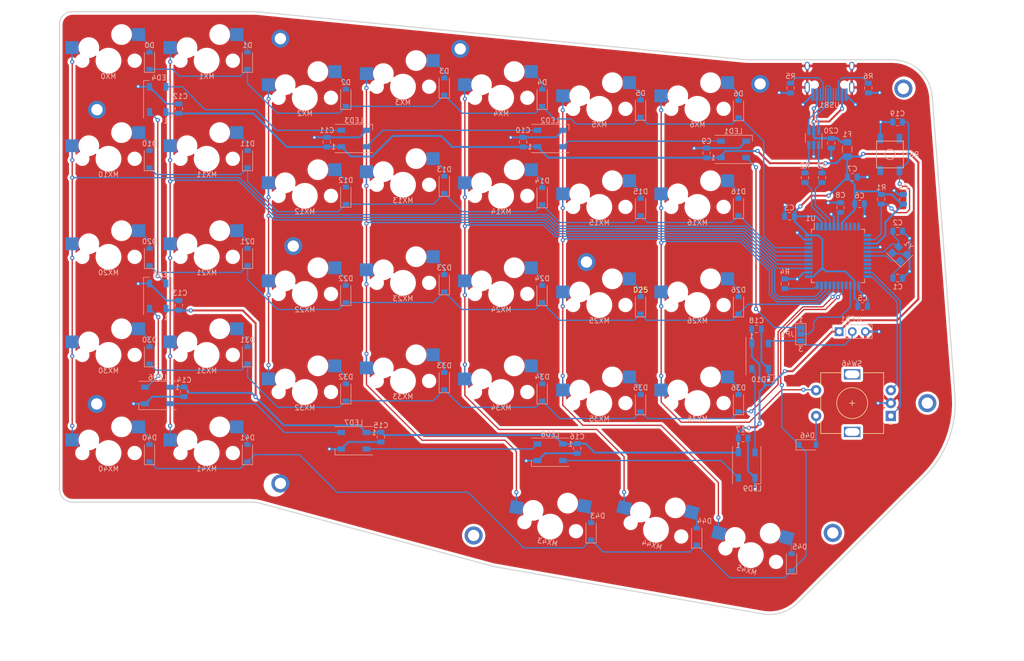
<source format=kicad_pcb>
(kicad_pcb (version 20171130) (host pcbnew "(5.1.6)-1")
  (layers (0 F.Cu signal) (31 B.Cu signal) (34 B.Paste user) (35 F.Paste user) (36 B.SilkS user) (37 F.SilkS user) (38 B.Mask user) (39 F.Mask user) (44 Edge.Cuts user))
  (net 0 "")
  (net 1 "Net-(C1-Pad2)")
  (net 2 GND)
  (net 3 "Net-(C2-Pad2)")
  (net 4 +5V)
  (net 5 "Net-(C8-Pad1)")
  (net 6 "Net-(D0-Pad2)")
  (net 7 ROW0)
  (net 8 "Net-(D1-Pad2)")
  (net 9 "Net-(D2-Pad2)")
  (net 10 "Net-(D3-Pad2)")
  (net 11 "Net-(D4-Pad2)")
  (net 12 "Net-(D5-Pad2)")
  (net 13 "Net-(D6-Pad2)")
  (net 14 "Net-(D10-Pad2)")
  (net 15 ROW1)
  (net 16 "Net-(D11-Pad2)")
  (net 17 "Net-(D12-Pad2)")
  (net 18 "Net-(D13-Pad2)")
  (net 19 "Net-(D14-Pad2)")
  (net 20 "Net-(D15-Pad2)")
  (net 21 "Net-(D16-Pad2)")
  (net 22 "Net-(D20-Pad2)")
  (net 23 ROW2)
  (net 24 "Net-(D21-Pad2)")
  (net 25 "Net-(D22-Pad2)")
  (net 26 "Net-(D23-Pad2)")
  (net 27 "Net-(D24-Pad2)")
  (net 28 "Net-(D25-Pad2)")
  (net 29 "Net-(D26-Pad2)")
  (net 30 "Net-(D30-Pad2)")
  (net 31 ROW3)
  (net 32 "Net-(D31-Pad2)")
  (net 33 "Net-(D32-Pad2)")
  (net 34 "Net-(D33-Pad2)")
  (net 35 "Net-(D34-Pad2)")
  (net 36 "Net-(D35-Pad2)")
  (net 37 "Net-(D36-Pad2)")
  (net 38 "Net-(D40-Pad2)")
  (net 39 ROW4)
  (net 40 "Net-(D41-Pad2)")
  (net 41 "Net-(D43-Pad2)")
  (net 42 "Net-(D44-Pad2)")
  (net 43 "Net-(D45-Pad2)")
  (net 44 "Net-(D46-Pad2)")
  (net 45 LEDS2)
  (net 46 D-)
  (net 47 D+)
  (net 48 "Net-(LED1-Pad2)")
  (net 49 "Net-(LED2-Pad2)")
  (net 50 "Net-(LED3-Pad2)")
  (net 51 "Net-(LED4-Pad2)")
  (net 52 "Net-(LED5-Pad2)")
  (net 53 "Net-(LED6-Pad2)")
  (net 54 "Net-(LED7-Pad2)")
  (net 55 "Net-(LED8-Pad2)")
  (net 56 "Net-(LED10-Pad4)")
  (net 57 COL0)
  (net 58 COL1)
  (net 59 COL2)
  (net 60 COL3)
  (net 61 COL4)
  (net 62 COL5)
  (net 63 COL6)
  (net 64 "Net-(R4-Pad2)")
  (net 65 "Net-(R5-Pad2)")
  (net 66 "Net-(R6-Pad2)")
  (net 67 LEDS)
  (net 68 "Net-(JP1-Pad1)")
  (net 69 ENC2)
  (net 70 ENC1)
  (net 71 "Net-(C19-Pad1)")
  (net 72 "Net-(U1-Pad1)")
  (net 73 "Net-(U1-Pad8)")
  (net 74 "Net-(U1-Pad9)")
  (net 75 "Net-(U1-Pad10)")
  (net 76 "Net-(U1-Pad11)")
  (net 77 "Net-(U1-Pad12)")
  (net 78 "Net-(U1-Pad18)")
  (net 79 "Net-(U1-Pad19)")
  (net 80 "Net-(U1-Pad20)")
  (net 81 "Net-(U1-Pad26)")
  (net 82 "Net-(U1-Pad42)")
  (net 83 "Net-(USB1-Pad3)")
  (net 84 "Net-(USB1-Pad9)")
  (net 85 RD-)
  (net 86 RD+)
  (net 87 VBUS)
  (net 88 DBUS-)
  (net 89 DBUS+)
  (module tunks-parts:MountingHole_2.2mm_M2_ISO7380_Pad_Courtyard (layer F.Cu) (at 159.8 32.8)
    (fp_text reference REF** hide)
    (fp_text value MountingHole_2.2mm_M2_ISO7380_Pad_Courtyard)
    (pad 1 thru_hole circle (at 0 0) (size 3.5 3.5) (drill 2.2) (layers *.Cu *.Mask))
  )
  (module tunks-parts:MountingHole_2.2mm_M2_ISO7380_Pad_Courtyard (layer F.Cu) (at 126.1 67.4)
    (fp_text reference REF** hide)
    (fp_text value MountingHole_2.2mm_M2_ISO7380_Pad_Courtyard)
    (pad 1 thru_hole circle (at 0 0) (size 3.5 3.5) (drill 2.2) (layers *.Cu *.Mask))
  )
  (module tunks-parts:MountingHole_2.2mm_M2_ISO7380_Pad_Courtyard (layer F.Cu) (at 101.6 26)
    (fp_text reference REF** hide)
    (fp_text value MountingHole_2.2mm_M2_ISO7380_Pad_Courtyard)
    (pad 1 thru_hole circle (at 0 0) (size 3.5 3.5) (drill 2.2) (layers *.Cu *.Mask))
  )
  (module tunks-parts:MountingHole_2.2mm_M2_ISO7380_Pad_Courtyard (layer F.Cu) (at 66.7 24)
    (fp_text reference REF** hide)
    (fp_text value MountingHole_2.2mm_M2_ISO7380_Pad_Courtyard)
    (pad 1 thru_hole circle (at 0 0) (size 3.5 3.5) (drill 2.2) (layers *.Cu *.Mask))
  )
  (module tunks-parts:MountingHole_2.2mm_M2_ISO7380_Pad_Courtyard (layer F.Cu) (at 69.2 64.3)
    (fp_text reference REF** hide)
    (fp_text value MountingHole_2.2mm_M2_ISO7380_Pad_Courtyard)
    (pad 1 thru_hole circle (at 0 0) (size 3.5 3.5) (drill 2.2) (layers *.Cu *.Mask))
  )
  (module tunks-parts:MountingHole_2.2mm_M2_ISO7380_Pad_Courtyard (layer F.Cu) (at 31.1 37.8)
    (fp_text reference REF** hide)
    (fp_text value MountingHole_2.2mm_M2_ISO7380_Pad_Courtyard)
    (pad 1 thru_hole circle (at 0 0) (size 3.5 3.5) (drill 2.2) (layers *.Cu *.Mask))
  )
  (module tunks-parts:MountingHole_2.2mm_M2_ISO7380_Pad_Courtyard (layer F.Cu) (at 31.05 94.95)
    (fp_text reference REF** hide)
    (fp_text value MountingHole_2.2mm_M2_ISO7380_Pad_Courtyard)
    (pad 1 thru_hole circle (at 0 0) (size 3.5 3.5) (drill 2.2) (layers *.Cu *.Mask))
  )
  (module tunks-parts:MountingHole_2.2mm_M2_ISO7380_Pad_Courtyard (layer F.Cu) (at 66.7 110.4)
    (fp_text reference REF** hide)
    (fp_text value MountingHole_2.2mm_M2_ISO7380_Pad_Courtyard)
    (pad 1 thru_hole circle (at 0 0) (size 3.5 3.5) (drill 2.2) (layers *.Cu *.Mask))
  )
  (module tunks-parts:MountingHole_2.2mm_M2_ISO7380_Pad_Courtyard (layer F.Cu) (at 104.2 120.5)
    (fp_text reference REF** hide)
    (fp_text value MountingHole_2.2mm_M2_ISO7380_Pad_Courtyard)
    (pad 1 thru_hole circle (at 0 0) (size 3.5 3.5) (drill 2.2) (layers *.Cu *.Mask))
  )
  (module tunks-parts:MountingHole_2.2mm_M2_ISO7380_Pad_Courtyard (layer F.Cu) (at 173.9 120)
    (fp_text reference REF** hide)
    (fp_text value MountingHole_2.2mm_M2_ISO7380_Pad_Courtyard)
    (pad 1 thru_hole circle (at 0 0) (size 3.5 3.5) (drill 2.2) (layers *.Cu *.Mask))
  )
  (module tunks-parts:MountingHole_2.2mm_M2_ISO7380_Pad_Courtyard (layer F.Cu) (at 192.25 94.79)
    (fp_text reference REF** hide)
    (fp_text value MountingHole_2.2mm_M2_ISO7380_Pad_Courtyard)
    (pad 1 thru_hole circle (at 0 0) (size 3.5 3.5) (drill 2.2) (layers *.Cu *.Mask))
  )
  (module tunks-parts:MountingHole_2.2mm_M2_ISO7380_Pad_Courtyard (layer F.Cu) (at 187.6 33.7)
    (fp_text reference REF** hide)
    (fp_text value MountingHole_2.2mm_M2_ISO7380_Pad_Courtyard)
    (pad 1 thru_hole circle (at 0 0) (size 3.5 3.5) (drill 2.2) (layers *.Cu *.Mask))
  )
  (module Package_TO_SOT_SMD:SOT-23-6_Handsoldering (layer B.Cu) (at 170.2 43.3 90)
    (fp_text reference U2 (at 3.1 0 180) (layer B.SilkS) (effects (justify mirror)))
    (fp_text value USBLC6-2SC6)
    (pad 5 smd rect (at 1.35 0 90) (size 1.56 0.65) (layers B.Cu B.Paste B.Mask) (net 87 VBUS))
    (pad 6 smd rect (at 1.35 0.95 90) (size 1.56 0.65) (layers B.Cu B.Paste B.Mask) (net 89 DBUS+))
    (pad 4 smd rect (at 1.35 -0.95 90) (size 1.56 0.65) (layers B.Cu B.Paste B.Mask) (net 88 DBUS-))
    (pad 3 smd rect (at -1.35 -0.95 90) (size 1.56 0.65) (layers B.Cu B.Paste B.Mask) (net 46 D-))
    (pad 2 smd rect (at -1.35 0 90) (size 1.56 0.65) (layers B.Cu B.Paste B.Mask) (net 2 GND))
    (pad 1 smd rect (at -1.35 0.95 90) (size 1.56 0.65) (layers B.Cu B.Paste B.Mask) (net 47 D+))
  )
  (module Capacitor_SMD:C_0805_2012Metric (layer B.Cu) (at 173.6 44.3 90)
    (fp_text reference C20 (at 2.4 0 180) (layer B.SilkS) (effects (justify mirror)))
    (fp_text value 0.1uF)
    (pad 2 smd roundrect (at 0.9375 0 90) (size 0.975 1.4) (layers B.Cu B.Paste B.Mask) (net 87 VBUS))
    (pad 1 smd roundrect (at -0.9375 0 90) (size 0.975 1.4) (layers B.Cu B.Paste B.Mask) (net 2 GND))
  )
  (module Type-C:HRO-TYPE-C-31-M-12-HandSoldering (layer B.Cu) (at 173.254999 26.7)
    (fp_text reference USB1 (at 0 10.2) (layer B.SilkS) (effects (justify mirror)))
    (fp_text value HRO-TYPE-C-31-M-12)
    (pad 12 smd rect (at 3.225 8.195) (size 0.6 2.45) (layers B.Cu B.Paste B.Mask) (net 2 GND))
    (pad 1 smd rect (at -3.225 8.195) (size 0.6 2.45) (layers B.Cu B.Paste B.Mask) (net 2 GND))
    (pad 11 smd rect (at 2.45 8.195) (size 0.6 2.45) (layers B.Cu B.Paste B.Mask) (net 87 VBUS))
    (pad 2 smd rect (at -2.45 8.195) (size 0.6 2.45) (layers B.Cu B.Paste B.Mask) (net 87 VBUS))
    (pad 3 smd rect (at -1.75 8.195) (size 0.3 2.45) (layers B.Cu B.Paste B.Mask) (net 83 "Net-(USB1-Pad3)"))
    (pad 10 smd rect (at 1.75 8.195) (size 0.3 2.45) (layers B.Cu B.Paste B.Mask) (net 66 "Net-(R6-Pad2)"))
    (pad 4 smd rect (at -1.25 8.195) (size 0.3 2.45) (layers B.Cu B.Paste B.Mask) (net 65 "Net-(R5-Pad2)"))
    (pad 9 smd rect (at 1.25 8.195) (size 0.3 2.45) (layers B.Cu B.Paste B.Mask) (net 84 "Net-(USB1-Pad9)"))
    (pad 5 smd rect (at -0.75 8.195) (size 0.3 2.45) (layers B.Cu B.Paste B.Mask) (net 88 DBUS-))
    (pad 8 smd rect (at 0.75 8.195) (size 0.3 2.45) (layers B.Cu B.Paste B.Mask) (net 89 DBUS+))
    (pad 7 smd rect (at 0.25 8.195) (size 0.3 2.45) (layers B.Cu B.Paste B.Mask) (net 88 DBUS-))
    (pad 6 smd rect (at -0.25 8.195) (size 0.3 2.45) (layers B.Cu B.Paste B.Mask) (net 89 DBUS+))
    (pad "" np_thru_hole circle (at 2.89 6.25) (size 0.65 0.65) (drill 0.65) (layers *.Cu *.Mask))
    (pad "" np_thru_hole circle (at -2.89 6.25) (size 0.65 0.65) (drill 0.65) (layers *.Cu *.Mask))
    (pad 13 thru_hole oval (at -4.32 6.78) (size 1 2.1) (drill oval 0.6 1.7) (layers *.Cu F.Mask) (net 2 GND))
    (pad 13 thru_hole oval (at 4.32 6.78) (size 1 2.1) (drill oval 0.6 1.7) (layers *.Cu F.Mask) (net 2 GND))
    (pad 13 thru_hole oval (at -4.32 2.6) (size 1 1.6) (drill oval 0.6 1.2) (layers *.Cu F.Mask) (net 2 GND))
    (pad 13 thru_hole oval (at 4.32 2.6) (size 1 1.6) (drill oval 0.6 1.2) (layers *.Cu F.Mask) (net 2 GND))
  )
  (module Resistor_SMD:R_0805_2012Metric (layer B.Cu) (at 180.8 33.6 90)
    (fp_text reference R6 (at 2.3 0 180) (layer B.SilkS) (effects (justify mirror)))
    (fp_text value 5k1)
    (pad 2 smd roundrect (at 0.9375 0 90) (size 0.975 1.4) (layers B.Cu B.Paste B.Mask) (net 66 "Net-(R6-Pad2)"))
    (pad 1 smd roundrect (at -0.9375 0 90) (size 0.975 1.4) (layers B.Cu B.Paste B.Mask) (net 2 GND))
  )
  (module Resistor_SMD:R_0805_2012Metric (layer B.Cu) (at 165.7 33.6 90)
    (fp_text reference R5 (at 2.3 0 180) (layer B.SilkS) (effects (justify mirror)))
    (fp_text value 5k1)
    (pad 2 smd roundrect (at 0.9375 0 90) (size 0.975 1.4) (layers B.Cu B.Paste B.Mask) (net 65 "Net-(R5-Pad2)"))
    (pad 1 smd roundrect (at -0.9375 0 90) (size 0.975 1.4) (layers B.Cu B.Paste B.Mask) (net 2 GND))
  )
  (module Fuse:Fuse_1206_3216Metric (layer B.Cu) (at 176.7 45.5 270)
    (fp_text reference F1 (at -2.9 0 180) (layer B.SilkS) (effects (justify mirror)))
    (fp_text value 500mA)
    (pad 2 smd roundrect (at 1.4 0 270) (size 1.25 1.75) (layers B.Cu B.Paste B.Mask) (roundrect_rratio 0.2) (net 4 +5V))
    (pad 1 smd roundrect (at -1.4 0 270) (size 1.25 1.75) (layers B.Cu B.Paste B.Mask) (roundrect_rratio 0.2) (net 87 VBUS))
  )
  (module MX_Only:MXOnly-1U-Hotswap (layer F.Cu) (at 147.6375 56.6875)
    (fp_text reference MX16)
    (fp_text value MX-NoLED)
    (fp_text user %R (at 0 3.048) (layer B.SilkS) (effects (justify mirror)))
    (pad "" np_thru_hole circle (at 2.54 -5.08) (size 3 3) (drill 3) (layers *.Cu *.Mask))
    (pad "" np_thru_hole circle (at 0 0) (size 3.9878 3.9878) (drill 3.9878) (layers *.Cu *.Mask))
    (pad "" np_thru_hole circle (at -3.81 -2.54) (size 3 3) (drill 3) (layers *.Cu *.Mask))
    (pad "" np_thru_hole circle (at -5.08 0 48.0996) (size 1.75 1.75) (drill 1.75) (layers *.Cu *.Mask))
    (pad "" np_thru_hole circle (at 5.08 0 48.0996) (size 1.75 1.75) (drill 1.75) (layers *.Cu *.Mask))
    (pad 1 smd rect (at -7.085 -2.54) (size 2.55 2.5) (layers B.Cu B.Paste B.Mask) (net 63 COL6))
    (pad 2 smd rect (at 5.842 -5.08) (size 2.55 2.5) (layers B.Cu B.Paste B.Mask) (net 21 "Net-(D16-Pad2)"))
  )
  (module Capacitor_SMD:C_0805_2012Metric (layer B.Cu) (at 186.4625 40.2 180)
    (fp_text reference C19 (at 0 1.65) (layer B.SilkS) (effects (justify mirror)))
    (fp_text value 510pF)
    (pad 2 smd roundrect (at 0.9375 0 180) (size 0.975 1.4) (layers B.Cu B.Paste B.Mask) (net 2 GND))
    (pad 1 smd roundrect (at -0.9375 0 180) (size 0.975 1.4) (layers B.Cu B.Paste B.Mask) (net 71 "Net-(C19-Pad1)"))
  )
  (module MX_Only:MXOnly-1U-Hotswap (layer F.Cu) (at 52.3875 47.3375)
    (fp_text reference MX11)
    (fp_text value MX-NoLED)
    (fp_text user %R (at 0 3.048) (layer B.SilkS) (effects (justify mirror)))
    (pad "" np_thru_hole circle (at 2.54 -5.08) (size 3 3) (drill 3) (layers *.Cu *.Mask))
    (pad "" np_thru_hole circle (at 0 0) (size 3.9878 3.9878) (drill 3.9878) (layers *.Cu *.Mask))
    (pad "" np_thru_hole circle (at -3.81 -2.54) (size 3 3) (drill 3) (layers *.Cu *.Mask))
    (pad "" np_thru_hole circle (at -5.08 0 48.0996) (size 1.75 1.75) (drill 1.75) (layers *.Cu *.Mask))
    (pad "" np_thru_hole circle (at 5.08 0 48.0996) (size 1.75 1.75) (drill 1.75) (layers *.Cu *.Mask))
    (pad 1 smd rect (at -7.085 -2.54) (size 2.55 2.5) (layers B.Cu B.Paste B.Mask) (net 58 COL1))
    (pad 2 smd rect (at 5.842 -5.08) (size 2.55 2.5) (layers B.Cu B.Paste B.Mask) (net 16 "Net-(D11-Pad2)"))
  )
  (module Capacitor_SMD:C_0805_2012Metric (layer B.Cu) (at 175.4 56.8 90)
    (fp_text reference C8 (at 2.4 0 180) (layer B.SilkS) (effects (justify mirror)))
    (fp_text value 1uF)
    (pad 2 smd roundrect (at 0.9375 0 90) (size 0.975 1.4) (layers B.Cu B.Paste B.Mask) (net 2 GND))
    (pad 1 smd roundrect (at -0.9375 0 90) (size 0.975 1.4) (layers B.Cu B.Paste B.Mask) (net 5 "Net-(C8-Pad1)"))
  )
  (module MX_Only:MXOnly-1U-Hotswap (layer F.Cu) (at 109.5375 54.5375)
    (fp_text reference MX14)
    (fp_text value MX-NoLED)
    (fp_text user %R (at 0 3.048) (layer B.SilkS) (effects (justify mirror)))
    (pad "" np_thru_hole circle (at 2.54 -5.08) (size 3 3) (drill 3) (layers *.Cu *.Mask))
    (pad "" np_thru_hole circle (at 0 0) (size 3.9878 3.9878) (drill 3.9878) (layers *.Cu *.Mask))
    (pad "" np_thru_hole circle (at -3.81 -2.54) (size 3 3) (drill 3) (layers *.Cu *.Mask))
    (pad "" np_thru_hole circle (at -5.08 0 48.0996) (size 1.75 1.75) (drill 1.75) (layers *.Cu *.Mask))
    (pad "" np_thru_hole circle (at 5.08 0 48.0996) (size 1.75 1.75) (drill 1.75) (layers *.Cu *.Mask))
    (pad 1 smd rect (at -7.085 -2.54) (size 2.55 2.5) (layers B.Cu B.Paste B.Mask) (net 61 COL4))
    (pad 2 smd rect (at 5.842 -5.08) (size 2.55 2.5) (layers B.Cu B.Paste B.Mask) (net 19 "Net-(D14-Pad2)"))
  )
  (module MX_Only:MXOnly-1U-Hotswap (layer F.Cu) (at 71.4375 73.5875)
    (fp_text reference MX22)
    (fp_text value MX-NoLED)
    (fp_text user %R (at 0 3.048) (layer B.SilkS) (effects (justify mirror)))
    (pad "" np_thru_hole circle (at 2.54 -5.08) (size 3 3) (drill 3) (layers *.Cu *.Mask))
    (pad "" np_thru_hole circle (at 0 0) (size 3.9878 3.9878) (drill 3.9878) (layers *.Cu *.Mask))
    (pad "" np_thru_hole circle (at -3.81 -2.54) (size 3 3) (drill 3) (layers *.Cu *.Mask))
    (pad "" np_thru_hole circle (at -5.08 0 48.0996) (size 1.75 1.75) (drill 1.75) (layers *.Cu *.Mask))
    (pad "" np_thru_hole circle (at 5.08 0 48.0996) (size 1.75 1.75) (drill 1.75) (layers *.Cu *.Mask))
    (pad 1 smd rect (at -7.085 -2.54) (size 2.55 2.5) (layers B.Cu B.Paste B.Mask) (net 59 COL2))
    (pad 2 smd rect (at 5.842 -5.08) (size 2.55 2.5) (layers B.Cu B.Paste B.Mask) (net 25 "Net-(D22-Pad2)"))
  )
  (module Capacitor_SMD:C_0805_2012Metric (layer B.Cu) (at 165.5 58.5 180)
    (fp_text reference C3 (at 0 1.65) (layer B.SilkS) (effects (justify mirror)))
    (fp_text value 0,1uF)
    (pad 2 smd roundrect (at 0.9375 0 180) (size 0.975 1.4) (layers B.Cu B.Paste B.Mask) (net 2 GND))
    (pad 1 smd roundrect (at -0.9375 0 180) (size 0.975 1.4) (layers B.Cu B.Paste B.Mask) (net 4 +5V))
  )
  (module Capacitor_SMD:C_0805_2012Metric (layer B.Cu) (at 179.1 56.1)
    (fp_text reference C6 (at 0 -1.6) (layer B.SilkS) (effects (justify mirror)))
    (fp_text value 0,1uF)
    (pad 2 smd roundrect (at 0.9375 0) (size 0.975 1.4) (layers B.Cu B.Paste B.Mask) (net 2 GND))
    (pad 1 smd roundrect (at -0.9375 0) (size 0.975 1.4) (layers B.Cu B.Paste B.Mask) (net 4 +5V))
  )
  (module Crystal:Crystal_SMD_3225-4Pin_3.2x2.5mm (layer B.Cu) (at 186.84773 65.81977 135)
    (fp_text reference Y1 (at 0 2.45 135) (layer B.SilkS) (effects (justify mirror)))
    (fp_text value 16MHz)
    (pad 4 smd rect (at -1.1 0.85 135) (size 1.4 1.2) (layers B.Cu B.Paste B.Mask) (net 2 GND))
    (pad 3 smd rect (at 1.1 0.85 135) (size 1.4 1.2) (layers B.Cu B.Paste B.Mask) (net 3 "Net-(C2-Pad2)"))
    (pad 2 smd rect (at 1.1 -0.85 135) (size 1.4 1.2) (layers B.Cu B.Paste B.Mask) (net 2 GND))
    (pad 1 smd rect (at -1.1 -0.85 135) (size 1.4 1.2) (layers B.Cu B.Paste B.Mask) (net 1 "Net-(C1-Pad2)"))
  )
  (module Rotary_Encoder:RotaryEncoder_Alps_EC11E-Switch_Vertical_H20mm (layer F.Cu) (at 185.1675 97.29125 180)
    (fp_text reference SW46 (at 7.5675 10.19125) (layer B.SilkS) (effects (justify mirror)))
    (fp_text value Rotary_Encoder_Switch)
    (pad S1 thru_hole circle (at 14.5 5 180) (size 2 2) (drill 1) (layers *.Cu *.Mask) (net 63 COL6))
    (pad S2 thru_hole circle (at 14.5 0 180) (size 2 2) (drill 1) (layers *.Cu *.Mask) (net 44 "Net-(D46-Pad2)"))
    (pad MP thru_hole rect (at 7.5 8.1 180) (size 3.2 2) (drill oval 2.8 1.5) (layers *.Cu *.Mask))
    (pad MP thru_hole rect (at 7.5 -3.1 180) (size 3.2 2) (drill oval 2.8 1.5) (layers *.Cu *.Mask))
    (pad B thru_hole circle (at 0 5 180) (size 2 2) (drill 1) (layers *.Cu *.Mask) (net 69 ENC2))
    (pad C thru_hole circle (at 0 2.5 180) (size 2 2) (drill 1) (layers *.Cu *.Mask) (net 2 GND))
    (pad A thru_hole rect (at 0 0 180) (size 2 2) (drill 1) (layers *.Cu *.Mask) (net 70 ENC1))
  )
  (module Package_QFP:TQFP-44_10x10mm_P0.8mm (layer B.Cu) (at 174.9125 66.21125 270)
    (fp_text reference U1 (at -7.31125 5.3125 180) (layer B.SilkS) (effects (justify mirror)))
    (fp_text value ATmega32U4-AU)
    (pad 1 smd rect (at -5.7 4 270) (size 1.5 0.55) (layers B.Cu B.Paste B.Mask) (net 72 "Net-(U1-Pad1)"))
    (pad 2 smd rect (at -5.7 3.2 270) (size 1.5 0.55) (layers B.Cu B.Paste B.Mask) (net 4 +5V))
    (pad 3 smd rect (at -5.7 2.4 270) (size 1.5 0.55) (layers B.Cu B.Paste B.Mask) (net 85 RD-))
    (pad 4 smd rect (at -5.7 1.6 270) (size 1.5 0.55) (layers B.Cu B.Paste B.Mask) (net 86 RD+))
    (pad 5 smd rect (at -5.7 0.8 270) (size 1.5 0.55) (layers B.Cu B.Paste B.Mask) (net 2 GND))
    (pad 6 smd rect (at -5.7 0 270) (size 1.5 0.55) (layers B.Cu B.Paste B.Mask) (net 5 "Net-(C8-Pad1)"))
    (pad 7 smd rect (at -5.7 -0.8 270) (size 1.5 0.55) (layers B.Cu B.Paste B.Mask) (net 4 +5V))
    (pad 8 smd rect (at -5.7 -1.6 270) (size 1.5 0.55) (layers B.Cu B.Paste B.Mask) (net 73 "Net-(U1-Pad8)"))
    (pad 9 smd rect (at -5.7 -2.4 270) (size 1.5 0.55) (layers B.Cu B.Paste B.Mask) (net 74 "Net-(U1-Pad9)"))
    (pad 10 smd rect (at -5.7 -3.2 270) (size 1.5 0.55) (layers B.Cu B.Paste B.Mask) (net 75 "Net-(U1-Pad10)"))
    (pad 11 smd rect (at -5.7 -4 270) (size 1.5 0.55) (layers B.Cu B.Paste B.Mask) (net 76 "Net-(U1-Pad11)"))
    (pad 12 smd rect (at -4 -5.7 180) (size 1.5 0.55) (layers B.Cu B.Paste B.Mask) (net 77 "Net-(U1-Pad12)"))
    (pad 13 smd rect (at -3.2 -5.7 180) (size 1.5 0.55) (layers B.Cu B.Paste B.Mask) (net 71 "Net-(C19-Pad1)"))
    (pad 14 smd rect (at -2.4 -5.7 180) (size 1.5 0.55) (layers B.Cu B.Paste B.Mask) (net 4 +5V))
    (pad 15 smd rect (at -1.6 -5.7 180) (size 1.5 0.55) (layers B.Cu B.Paste B.Mask) (net 2 GND))
    (pad 16 smd rect (at -0.8 -5.7 180) (size 1.5 0.55) (layers B.Cu B.Paste B.Mask) (net 3 "Net-(C2-Pad2)"))
    (pad 17 smd rect (at 0 -5.7 180) (size 1.5 0.55) (layers B.Cu B.Paste B.Mask) (net 1 "Net-(C1-Pad2)"))
    (pad 18 smd rect (at 0.8 -5.7 180) (size 1.5 0.55) (layers B.Cu B.Paste B.Mask) (net 78 "Net-(U1-Pad18)"))
    (pad 19 smd rect (at 1.6 -5.7 180) (size 1.5 0.55) (layers B.Cu B.Paste B.Mask) (net 79 "Net-(U1-Pad19)"))
    (pad 20 smd rect (at 2.4 -5.7 180) (size 1.5 0.55) (layers B.Cu B.Paste B.Mask) (net 80 "Net-(U1-Pad20)"))
    (pad 21 smd rect (at 3.2 -5.7 180) (size 1.5 0.55) (layers B.Cu B.Paste B.Mask) (net 70 ENC1))
    (pad 22 smd rect (at 4 -5.7 180) (size 1.5 0.55) (layers B.Cu B.Paste B.Mask) (net 69 ENC2))
    (pad 23 smd rect (at 5.7 -4 270) (size 1.5 0.55) (layers B.Cu B.Paste B.Mask) (net 2 GND))
    (pad 24 smd rect (at 5.7 -3.2 270) (size 1.5 0.55) (layers B.Cu B.Paste B.Mask) (net 4 +5V))
    (pad 25 smd rect (at 5.7 -2.4 270) (size 1.5 0.55) (layers B.Cu B.Paste B.Mask) (net 67 LEDS))
    (pad 26 smd rect (at 5.7 -1.6 270) (size 1.5 0.55) (layers B.Cu B.Paste B.Mask) (net 81 "Net-(U1-Pad26)"))
    (pad 27 smd rect (at 5.7 -0.8 270) (size 1.5 0.55) (layers B.Cu B.Paste B.Mask) (net 39 ROW4))
    (pad 28 smd rect (at 5.7 0 270) (size 1.5 0.55) (layers B.Cu B.Paste B.Mask) (net 31 ROW3))
    (pad 29 smd rect (at 5.7 0.8 270) (size 1.5 0.55) (layers B.Cu B.Paste B.Mask) (net 23 ROW2))
    (pad 30 smd rect (at 5.7 1.6 270) (size 1.5 0.55) (layers B.Cu B.Paste B.Mask) (net 63 COL6))
    (pad 31 smd rect (at 5.7 2.4 270) (size 1.5 0.55) (layers B.Cu B.Paste B.Mask) (net 62 COL5))
    (pad 32 smd rect (at 5.7 3.2 270) (size 1.5 0.55) (layers B.Cu B.Paste B.Mask) (net 61 COL4))
    (pad 33 smd rect (at 5.7 4 270) (size 1.5 0.55) (layers B.Cu B.Paste B.Mask) (net 64 "Net-(R4-Pad2)"))
    (pad 34 smd rect (at 4 5.7 180) (size 1.5 0.55) (layers B.Cu B.Paste B.Mask) (net 4 +5V))
    (pad 35 smd rect (at 3.2 5.7 180) (size 1.5 0.55) (layers B.Cu B.Paste B.Mask) (net 2 GND))
    (pad 36 smd rect (at 2.4 5.7 180) (size 1.5 0.55) (layers B.Cu B.Paste B.Mask) (net 60 COL3))
    (pad 37 smd rect (at 1.6 5.7 180) (size 1.5 0.55) (layers B.Cu B.Paste B.Mask) (net 59 COL2))
    (pad 38 smd rect (at 0.8 5.7 180) (size 1.5 0.55) (layers B.Cu B.Paste B.Mask) (net 58 COL1))
    (pad 39 smd rect (at 0 5.7 180) (size 1.5 0.55) (layers B.Cu B.Paste B.Mask) (net 57 COL0))
    (pad 40 smd rect (at -0.8 5.7 180) (size 1.5 0.55) (layers B.Cu B.Paste B.Mask) (net 15 ROW1))
    (pad 41 smd rect (at -1.6 5.7 180) (size 1.5 0.55) (layers B.Cu B.Paste B.Mask) (net 7 ROW0))
    (pad 42 smd rect (at -2.4 5.7 180) (size 1.5 0.55) (layers B.Cu B.Paste B.Mask) (net 82 "Net-(U1-Pad42)"))
    (pad 43 smd rect (at -3.2 5.7 180) (size 1.5 0.55) (layers B.Cu B.Paste B.Mask) (net 2 GND))
    (pad 44 smd rect (at -4 5.7 180) (size 1.5 0.55) (layers B.Cu B.Paste B.Mask) (net 4 +5V))
  )
  (module random-keyboard-parts:SKQG-1155865 (layer B.Cu) (at 185 46.5 90)
    (fp_text reference RST (at 0 4.3 180) (layer B.SilkS) (effects (justify mirror)))
    (fp_text value SW_Push)
    (pad 1 smd rect (at 3.1 -1.85 90) (size 1.8 1.1) (layers B.Cu B.Paste B.Mask) (net 2 GND))
    (pad 2 smd rect (at -3.1 1.85 90) (size 1.8 1.1) (layers B.Cu B.Paste B.Mask) (net 71 "Net-(C19-Pad1)"))
    (pad 3 smd rect (at 3.1 1.85 90) (size 1.8 1.1) (layers B.Cu B.Paste B.Mask))
    (pad 4 smd rect (at -3.1 -1.85 90) (size 1.8 1.1) (layers B.Cu B.Paste B.Mask))
  )
  (module Resistor_SMD:R_0805_2012Metric (layer B.Cu) (at 164.6 71.6 270)
    (fp_text reference R4 (at -2.3 0 180) (layer B.SilkS) (effects (justify mirror)))
    (fp_text value 10k)
    (pad 2 smd roundrect (at 0.9375 0 270) (size 0.975 1.4) (layers B.Cu B.Paste B.Mask) (net 64 "Net-(R4-Pad2)"))
    (pad 1 smd roundrect (at -0.9375 0 270) (size 0.975 1.4) (layers B.Cu B.Paste B.Mask) (net 2 GND))
  )
  (module Resistor_SMD:R_0805_2012Metric (layer B.Cu) (at 171.8 51 90)
    (fp_text reference R3 (at 2.3 0 180) (layer B.SilkS) (effects (justify mirror)))
    (fp_text value 22)
    (pad 2 smd roundrect (at 0.9375 0 90) (size 0.975 1.4) (layers B.Cu B.Paste B.Mask) (net 47 D+))
    (pad 1 smd roundrect (at -0.9375 0 90) (size 0.975 1.4) (layers B.Cu B.Paste B.Mask) (net 86 RD+))
  )
  (module Resistor_SMD:R_0805_2012Metric (layer B.Cu) (at 168.5 51 90)
    (fp_text reference R2 (at 2.3 0 180) (layer B.SilkS) (effects (justify mirror)))
    (fp_text value 22)
    (pad 2 smd roundrect (at 0.9375 0 90) (size 0.975 1.4) (layers B.Cu B.Paste B.Mask) (net 46 D-))
    (pad 1 smd roundrect (at -0.9375 0 90) (size 0.975 1.4) (layers B.Cu B.Paste B.Mask) (net 85 RD-))
  )
  (module Resistor_SMD:R_0805_2012Metric (layer B.Cu) (at 183.3 55.2 90)
    (fp_text reference R1 (at 2.3 0) (layer B.SilkS) (effects (justify mirror)))
    (fp_text value 10k)
    (pad 2 smd roundrect (at 0.9375 0 90) (size 0.975 1.4) (layers B.Cu B.Paste B.Mask) (net 4 +5V))
    (pad 1 smd roundrect (at -0.9375 0 90) (size 0.975 1.4) (layers B.Cu B.Paste B.Mask) (net 71 "Net-(C19-Pad1)"))
  )
  (module MX_Only:MXOnly-1U-Hotswap (layer F.Cu) (at 157.98375 124.31875 345)
    (fp_text reference MX45)
    (fp_text value MX-NoLED)
    (fp_text user %R (at 0 3.048 165) (layer B.SilkS) (effects (justify mirror)))
    (pad "" np_thru_hole circle (at 2.54 -5.08 345) (size 3 3) (drill 3) (layers *.Cu *.Mask))
    (pad "" np_thru_hole circle (at 0 0 345) (size 3.9878 3.9878) (drill 3.9878) (layers *.Cu *.Mask))
    (pad "" np_thru_hole circle (at -3.81 -2.54 345) (size 3 3) (drill 3) (layers *.Cu *.Mask))
    (pad "" np_thru_hole circle (at -5.08 0 33.0996) (size 1.75 1.75) (drill 1.75) (layers *.Cu *.Mask))
    (pad "" np_thru_hole circle (at 5.08 0 33.0996) (size 1.75 1.75) (drill 1.75) (layers *.Cu *.Mask))
    (pad 1 smd rect (at -7.085 -2.54 345) (size 2.55 2.5) (layers B.Cu B.Paste B.Mask) (net 62 COL5))
    (pad 2 smd rect (at 5.842 -5.08 345) (size 2.55 2.5) (layers B.Cu B.Paste B.Mask) (net 43 "Net-(D45-Pad2)"))
  )
  (module MX_Only:MXOnly-1U-Hotswap (layer F.Cu) (at 139.58375 119.3875 345)
    (fp_text reference MX44)
    (fp_text value MX-NoLED)
    (fp_text user %R (at 0 3.048 165) (layer B.SilkS) (effects (justify mirror)))
    (pad "" np_thru_hole circle (at 2.54 -5.08 345) (size 3 3) (drill 3) (layers *.Cu *.Mask))
    (pad "" np_thru_hole circle (at 0 0 345) (size 3.9878 3.9878) (drill 3.9878) (layers *.Cu *.Mask))
    (pad "" np_thru_hole circle (at -3.81 -2.54 345) (size 3 3) (drill 3) (layers *.Cu *.Mask))
    (pad "" np_thru_hole circle (at -5.08 0 33.0996) (size 1.75 1.75) (drill 1.75) (layers *.Cu *.Mask))
    (pad "" np_thru_hole circle (at 5.08 0 33.0996) (size 1.75 1.75) (drill 1.75) (layers *.Cu *.Mask))
    (pad 1 smd rect (at -7.085 -2.54 345) (size 2.55 2.5) (layers B.Cu B.Paste B.Mask) (net 61 COL4))
    (pad 2 smd rect (at 5.842 -5.08 345) (size 2.55 2.5) (layers B.Cu B.Paste B.Mask) (net 42 "Net-(D44-Pad2)"))
  )
  (module MX_Only:MXOnly-1U-Hotswap (layer F.Cu) (at 119.0625 118.7875 350)
    (fp_text reference MX43)
    (fp_text value MX-NoLED)
    (fp_text user %R (at 0 3.048 170) (layer B.SilkS) (effects (justify mirror)))
    (pad "" np_thru_hole circle (at 2.54 -5.08 350) (size 3 3) (drill 3) (layers *.Cu *.Mask))
    (pad "" np_thru_hole circle (at 0 0 350) (size 3.9878 3.9878) (drill 3.9878) (layers *.Cu *.Mask))
    (pad "" np_thru_hole circle (at -3.81 -2.54 350) (size 3 3) (drill 3) (layers *.Cu *.Mask))
    (pad "" np_thru_hole circle (at -5.08 0 38.0996) (size 1.75 1.75) (drill 1.75) (layers *.Cu *.Mask))
    (pad "" np_thru_hole circle (at 5.08 0 38.0996) (size 1.75 1.75) (drill 1.75) (layers *.Cu *.Mask))
    (pad 1 smd rect (at -7.085 -2.54 350) (size 2.55 2.5) (layers B.Cu B.Paste B.Mask) (net 60 COL3))
    (pad 2 smd rect (at 5.842 -5.08 350) (size 2.55 2.5) (layers B.Cu B.Paste B.Mask) (net 41 "Net-(D43-Pad2)"))
  )
  (module MX_Only:MXOnly-1U-Hotswap (layer F.Cu) (at 52.3875 104.4875)
    (fp_text reference MX41)
    (fp_text value MX-NoLED)
    (fp_text user %R (at 0 3.048) (layer B.SilkS) (effects (justify mirror)))
    (pad "" np_thru_hole circle (at 2.54 -5.08) (size 3 3) (drill 3) (layers *.Cu *.Mask))
    (pad "" np_thru_hole circle (at 0 0) (size 3.9878 3.9878) (drill 3.9878) (layers *.Cu *.Mask))
    (pad "" np_thru_hole circle (at -3.81 -2.54) (size 3 3) (drill 3) (layers *.Cu *.Mask))
    (pad "" np_thru_hole circle (at -5.08 0 48.0996) (size 1.75 1.75) (drill 1.75) (layers *.Cu *.Mask))
    (pad "" np_thru_hole circle (at 5.08 0 48.0996) (size 1.75 1.75) (drill 1.75) (layers *.Cu *.Mask))
    (pad 1 smd rect (at -7.085 -2.54) (size 2.55 2.5) (layers B.Cu B.Paste B.Mask) (net 58 COL1))
    (pad 2 smd rect (at 5.842 -5.08) (size 2.55 2.5) (layers B.Cu B.Paste B.Mask) (net 40 "Net-(D41-Pad2)"))
  )
  (module MX_Only:MXOnly-1U-Hotswap (layer F.Cu) (at 33.3375 104.4875)
    (fp_text reference MX40)
    (fp_text value MX-NoLED)
    (fp_text user %R (at 0 3.048) (layer B.SilkS) (effects (justify mirror)))
    (pad "" np_thru_hole circle (at 2.54 -5.08) (size 3 3) (drill 3) (layers *.Cu *.Mask))
    (pad "" np_thru_hole circle (at 0 0) (size 3.9878 3.9878) (drill 3.9878) (layers *.Cu *.Mask))
    (pad "" np_thru_hole circle (at -3.81 -2.54) (size 3 3) (drill 3) (layers *.Cu *.Mask))
    (pad "" np_thru_hole circle (at -5.08 0 48.0996) (size 1.75 1.75) (drill 1.75) (layers *.Cu *.Mask))
    (pad "" np_thru_hole circle (at 5.08 0 48.0996) (size 1.75 1.75) (drill 1.75) (layers *.Cu *.Mask))
    (pad 1 smd rect (at -7.085 -2.54) (size 2.55 2.5) (layers B.Cu B.Paste B.Mask) (net 57 COL0))
    (pad 2 smd rect (at 5.842 -5.08) (size 2.55 2.5) (layers B.Cu B.Paste B.Mask) (net 38 "Net-(D40-Pad2)"))
  )
  (module MX_Only:MXOnly-1U-Hotswap (layer F.Cu) (at 147.6375 94.7875)
    (fp_text reference MX36)
    (fp_text value MX-NoLED)
    (fp_text user %R (at 0 3.048) (layer B.SilkS) (effects (justify mirror)))
    (pad "" np_thru_hole circle (at 2.54 -5.08) (size 3 3) (drill 3) (layers *.Cu *.Mask))
    (pad "" np_thru_hole circle (at 0 0) (size 3.9878 3.9878) (drill 3.9878) (layers *.Cu *.Mask))
    (pad "" np_thru_hole circle (at -3.81 -2.54) (size 3 3) (drill 3) (layers *.Cu *.Mask))
    (pad "" np_thru_hole circle (at -5.08 0 48.0996) (size 1.75 1.75) (drill 1.75) (layers *.Cu *.Mask))
    (pad "" np_thru_hole circle (at 5.08 0 48.0996) (size 1.75 1.75) (drill 1.75) (layers *.Cu *.Mask))
    (pad 1 smd rect (at -7.085 -2.54) (size 2.55 2.5) (layers B.Cu B.Paste B.Mask) (net 63 COL6))
    (pad 2 smd rect (at 5.842 -5.08) (size 2.55 2.5) (layers B.Cu B.Paste B.Mask) (net 37 "Net-(D36-Pad2)"))
  )
  (module MX_Only:MXOnly-1U-Hotswap (layer F.Cu) (at 128.5875 94.7875)
    (fp_text reference MX35)
    (fp_text value MX-NoLED)
    (fp_text user %R (at 0 3.048) (layer B.SilkS) (effects (justify mirror)))
    (pad "" np_thru_hole circle (at 2.54 -5.08) (size 3 3) (drill 3) (layers *.Cu *.Mask))
    (pad "" np_thru_hole circle (at 0 0) (size 3.9878 3.9878) (drill 3.9878) (layers *.Cu *.Mask))
    (pad "" np_thru_hole circle (at -3.81 -2.54) (size 3 3) (drill 3) (layers *.Cu *.Mask))
    (pad "" np_thru_hole circle (at -5.08 0 48.0996) (size 1.75 1.75) (drill 1.75) (layers *.Cu *.Mask))
    (pad "" np_thru_hole circle (at 5.08 0 48.0996) (size 1.75 1.75) (drill 1.75) (layers *.Cu *.Mask))
    (pad 1 smd rect (at -7.085 -2.54) (size 2.55 2.5) (layers B.Cu B.Paste B.Mask) (net 62 COL5))
    (pad 2 smd rect (at 5.842 -5.08) (size 2.55 2.5) (layers B.Cu B.Paste B.Mask) (net 36 "Net-(D35-Pad2)"))
  )
  (module MX_Only:MXOnly-1U-Hotswap (layer F.Cu) (at 109.5375 92.6375)
    (fp_text reference MX34)
    (fp_text value MX-NoLED)
    (fp_text user %R (at 0 3.048) (layer B.SilkS) (effects (justify mirror)))
    (pad "" np_thru_hole circle (at 2.54 -5.08) (size 3 3) (drill 3) (layers *.Cu *.Mask))
    (pad "" np_thru_hole circle (at 0 0) (size 3.9878 3.9878) (drill 3.9878) (layers *.Cu *.Mask))
    (pad "" np_thru_hole circle (at -3.81 -2.54) (size 3 3) (drill 3) (layers *.Cu *.Mask))
    (pad "" np_thru_hole circle (at -5.08 0 48.0996) (size 1.75 1.75) (drill 1.75) (layers *.Cu *.Mask))
    (pad "" np_thru_hole circle (at 5.08 0 48.0996) (size 1.75 1.75) (drill 1.75) (layers *.Cu *.Mask))
    (pad 1 smd rect (at -7.085 -2.54) (size 2.55 2.5) (layers B.Cu B.Paste B.Mask) (net 61 COL4))
    (pad 2 smd rect (at 5.842 -5.08) (size 2.55 2.5) (layers B.Cu B.Paste B.Mask) (net 35 "Net-(D34-Pad2)"))
  )
  (module MX_Only:MXOnly-1U-Hotswap (layer F.Cu) (at 90.4875 90.4875)
    (fp_text reference MX33)
    (fp_text value MX-NoLED)
    (fp_text user %R (at 0 3.048) (layer B.SilkS) (effects (justify mirror)))
    (pad "" np_thru_hole circle (at 2.54 -5.08) (size 3 3) (drill 3) (layers *.Cu *.Mask))
    (pad "" np_thru_hole circle (at 0 0) (size 3.9878 3.9878) (drill 3.9878) (layers *.Cu *.Mask))
    (pad "" np_thru_hole circle (at -3.81 -2.54) (size 3 3) (drill 3) (layers *.Cu *.Mask))
    (pad "" np_thru_hole circle (at -5.08 0 48.0996) (size 1.75 1.75) (drill 1.75) (layers *.Cu *.Mask))
    (pad "" np_thru_hole circle (at 5.08 0 48.0996) (size 1.75 1.75) (drill 1.75) (layers *.Cu *.Mask))
    (pad 1 smd rect (at -7.085 -2.54) (size 2.55 2.5) (layers B.Cu B.Paste B.Mask) (net 60 COL3))
    (pad 2 smd rect (at 5.842 -5.08) (size 2.55 2.5) (layers B.Cu B.Paste B.Mask) (net 34 "Net-(D33-Pad2)"))
  )
  (module MX_Only:MXOnly-1U-Hotswap (layer F.Cu) (at 71.4375 92.6375)
    (fp_text reference MX32)
    (fp_text value MX-NoLED)
    (fp_text user %R (at 0 3.048) (layer B.SilkS) (effects (justify mirror)))
    (pad "" np_thru_hole circle (at 2.54 -5.08) (size 3 3) (drill 3) (layers *.Cu *.Mask))
    (pad "" np_thru_hole circle (at 0 0) (size 3.9878 3.9878) (drill 3.9878) (layers *.Cu *.Mask))
    (pad "" np_thru_hole circle (at -3.81 -2.54) (size 3 3) (drill 3) (layers *.Cu *.Mask))
    (pad "" np_thru_hole circle (at -5.08 0 48.0996) (size 1.75 1.75) (drill 1.75) (layers *.Cu *.Mask))
    (pad "" np_thru_hole circle (at 5.08 0 48.0996) (size 1.75 1.75) (drill 1.75) (layers *.Cu *.Mask))
    (pad 1 smd rect (at -7.085 -2.54) (size 2.55 2.5) (layers B.Cu B.Paste B.Mask) (net 59 COL2))
    (pad 2 smd rect (at 5.842 -5.08) (size 2.55 2.5) (layers B.Cu B.Paste B.Mask) (net 33 "Net-(D32-Pad2)"))
  )
  (module MX_Only:MXOnly-1U-Hotswap (layer F.Cu) (at 52.3875 85.4375)
    (fp_text reference MX31)
    (fp_text value MX-NoLED)
    (fp_text user %R (at 0 3.048) (layer B.SilkS) (effects (justify mirror)))
    (pad "" np_thru_hole circle (at 2.54 -5.08) (size 3 3) (drill 3) (layers *.Cu *.Mask))
    (pad "" np_thru_hole circle (at 0 0) (size 3.9878 3.9878) (drill 3.9878) (layers *.Cu *.Mask))
    (pad "" np_thru_hole circle (at -3.81 -2.54) (size 3 3) (drill 3) (layers *.Cu *.Mask))
    (pad "" np_thru_hole circle (at -5.08 0 48.0996) (size 1.75 1.75) (drill 1.75) (layers *.Cu *.Mask))
    (pad "" np_thru_hole circle (at 5.08 0 48.0996) (size 1.75 1.75) (drill 1.75) (layers *.Cu *.Mask))
    (pad 1 smd rect (at -7.085 -2.54) (size 2.55 2.5) (layers B.Cu B.Paste B.Mask) (net 58 COL1))
    (pad 2 smd rect (at 5.842 -5.08) (size 2.55 2.5) (layers B.Cu B.Paste B.Mask) (net 32 "Net-(D31-Pad2)"))
  )
  (module MX_Only:MXOnly-1U-Hotswap (layer F.Cu) (at 33.3375 85.4375)
    (fp_text reference MX30)
    (fp_text value MX-NoLED)
    (fp_text user %R (at 0 3.048) (layer B.SilkS) (effects (justify mirror)))
    (pad "" np_thru_hole circle (at 2.54 -5.08) (size 3 3) (drill 3) (layers *.Cu *.Mask))
    (pad "" np_thru_hole circle (at 0 0) (size 3.9878 3.9878) (drill 3.9878) (layers *.Cu *.Mask))
    (pad "" np_thru_hole circle (at -3.81 -2.54) (size 3 3) (drill 3) (layers *.Cu *.Mask))
    (pad "" np_thru_hole circle (at -5.08 0 48.0996) (size 1.75 1.75) (drill 1.75) (layers *.Cu *.Mask))
    (pad "" np_thru_hole circle (at 5.08 0 48.0996) (size 1.75 1.75) (drill 1.75) (layers *.Cu *.Mask))
    (pad 1 smd rect (at -7.085 -2.54) (size 2.55 2.5) (layers B.Cu B.Paste B.Mask) (net 57 COL0))
    (pad 2 smd rect (at 5.842 -5.08) (size 2.55 2.5) (layers B.Cu B.Paste B.Mask) (net 30 "Net-(D30-Pad2)"))
  )
  (module MX_Only:MXOnly-1U-Hotswap (layer F.Cu) (at 147.6375 75.7375)
    (fp_text reference MX26)
    (fp_text value MX-NoLED)
    (fp_text user %R (at 0 3.048) (layer B.SilkS) (effects (justify mirror)))
    (pad "" np_thru_hole circle (at 2.54 -5.08) (size 3 3) (drill 3) (layers *.Cu *.Mask))
    (pad "" np_thru_hole circle (at 0 0) (size 3.9878 3.9878) (drill 3.9878) (layers *.Cu *.Mask))
    (pad "" np_thru_hole circle (at -3.81 -2.54) (size 3 3) (drill 3) (layers *.Cu *.Mask))
    (pad "" np_thru_hole circle (at -5.08 0 48.0996) (size 1.75 1.75) (drill 1.75) (layers *.Cu *.Mask))
    (pad "" np_thru_hole circle (at 5.08 0 48.0996) (size 1.75 1.75) (drill 1.75) (layers *.Cu *.Mask))
    (pad 1 smd rect (at -7.085 -2.54) (size 2.55 2.5) (layers B.Cu B.Paste B.Mask) (net 63 COL6))
    (pad 2 smd rect (at 5.842 -5.08) (size 2.55 2.5) (layers B.Cu B.Paste B.Mask) (net 29 "Net-(D26-Pad2)"))
  )
  (module MX_Only:MXOnly-1U-Hotswap (layer F.Cu) (at 128.5875 75.7375)
    (fp_text reference MX25)
    (fp_text value MX-NoLED)
    (fp_text user %R (at 0 3.048) (layer B.SilkS) (effects (justify mirror)))
    (pad "" np_thru_hole circle (at 2.54 -5.08) (size 3 3) (drill 3) (layers *.Cu *.Mask))
    (pad "" np_thru_hole circle (at 0 0) (size 3.9878 3.9878) (drill 3.9878) (layers *.Cu *.Mask))
    (pad "" np_thru_hole circle (at -3.81 -2.54) (size 3 3) (drill 3) (layers *.Cu *.Mask))
    (pad "" np_thru_hole circle (at -5.08 0 48.0996) (size 1.75 1.75) (drill 1.75) (layers *.Cu *.Mask))
    (pad "" np_thru_hole circle (at 5.08 0 48.0996) (size 1.75 1.75) (drill 1.75) (layers *.Cu *.Mask))
    (pad 1 smd rect (at -7.085 -2.54) (size 2.55 2.5) (layers B.Cu B.Paste B.Mask) (net 62 COL5))
    (pad 2 smd rect (at 5.842 -5.08) (size 2.55 2.5) (layers B.Cu B.Paste B.Mask) (net 28 "Net-(D25-Pad2)"))
  )
  (module MX_Only:MXOnly-1U-Hotswap (layer F.Cu) (at 109.5375 73.5875)
    (fp_text reference MX24)
    (fp_text value MX-NoLED)
    (fp_text user %R (at 0 3.048) (layer B.SilkS) (effects (justify mirror)))
    (pad "" np_thru_hole circle (at 2.54 -5.08) (size 3 3) (drill 3) (layers *.Cu *.Mask))
    (pad "" np_thru_hole circle (at 0 0) (size 3.9878 3.9878) (drill 3.9878) (layers *.Cu *.Mask))
    (pad "" np_thru_hole circle (at -3.81 -2.54) (size 3 3) (drill 3) (layers *.Cu *.Mask))
    (pad "" np_thru_hole circle (at -5.08 0 48.0996) (size 1.75 1.75) (drill 1.75) (layers *.Cu *.Mask))
    (pad "" np_thru_hole circle (at 5.08 0 48.0996) (size 1.75 1.75) (drill 1.75) (layers *.Cu *.Mask))
    (pad 1 smd rect (at -7.085 -2.54) (size 2.55 2.5) (layers B.Cu B.Paste B.Mask) (net 61 COL4))
    (pad 2 smd rect (at 5.842 -5.08) (size 2.55 2.5) (layers B.Cu B.Paste B.Mask) (net 27 "Net-(D24-Pad2)"))
  )
  (module MX_Only:MXOnly-1U-Hotswap (layer F.Cu) (at 90.4875 71.4375)
    (fp_text reference MX23)
    (fp_text value MX-NoLED)
    (fp_text user %R (at 0 3.048) (layer B.SilkS) (effects (justify mirror)))
    (pad "" np_thru_hole circle (at 2.54 -5.08) (size 3 3) (drill 3) (layers *.Cu *.Mask))
    (pad "" np_thru_hole circle (at 0 0) (size 3.9878 3.9878) (drill 3.9878) (layers *.Cu *.Mask))
    (pad "" np_thru_hole circle (at -3.81 -2.54) (size 3 3) (drill 3) (layers *.Cu *.Mask))
    (pad "" np_thru_hole circle (at -5.08 0 48.0996) (size 1.75 1.75) (drill 1.75) (layers *.Cu *.Mask))
    (pad "" np_thru_hole circle (at 5.08 0 48.0996) (size 1.75 1.75) (drill 1.75) (layers *.Cu *.Mask))
    (pad 1 smd rect (at -7.085 -2.54) (size 2.55 2.5) (layers B.Cu B.Paste B.Mask) (net 60 COL3))
    (pad 2 smd rect (at 5.842 -5.08) (size 2.55 2.5) (layers B.Cu B.Paste B.Mask) (net 26 "Net-(D23-Pad2)"))
  )
  (module MX_Only:MXOnly-1U-Hotswap (layer F.Cu) (at 52.3875 66.3875)
    (fp_text reference MX21)
    (fp_text value MX-NoLED)
    (fp_text user %R (at 0 3.048) (layer B.SilkS) (effects (justify mirror)))
    (pad "" np_thru_hole circle (at 2.54 -5.08) (size 3 3) (drill 3) (layers *.Cu *.Mask))
    (pad "" np_thru_hole circle (at 0 0) (size 3.9878 3.9878) (drill 3.9878) (layers *.Cu *.Mask))
    (pad "" np_thru_hole circle (at -3.81 -2.54) (size 3 3) (drill 3) (layers *.Cu *.Mask))
    (pad "" np_thru_hole circle (at -5.08 0 48.0996) (size 1.75 1.75) (drill 1.75) (layers *.Cu *.Mask))
    (pad "" np_thru_hole circle (at 5.08 0 48.0996) (size 1.75 1.75) (drill 1.75) (layers *.Cu *.Mask))
    (pad 1 smd rect (at -7.085 -2.54) (size 2.55 2.5) (layers B.Cu B.Paste B.Mask) (net 58 COL1))
    (pad 2 smd rect (at 5.842 -5.08) (size 2.55 2.5) (layers B.Cu B.Paste B.Mask) (net 24 "Net-(D21-Pad2)"))
  )
  (module MX_Only:MXOnly-1U-Hotswap (layer F.Cu) (at 33.3375 66.3875)
    (fp_text reference MX20)
    (fp_text value MX-NoLED)
    (fp_text user %R (at 0 3.048) (layer B.SilkS) (effects (justify mirror)))
    (pad "" np_thru_hole circle (at 2.54 -5.08) (size 3 3) (drill 3) (layers *.Cu *.Mask))
    (pad "" np_thru_hole circle (at 0 0) (size 3.9878 3.9878) (drill 3.9878) (layers *.Cu *.Mask))
    (pad "" np_thru_hole circle (at -3.81 -2.54) (size 3 3) (drill 3) (layers *.Cu *.Mask))
    (pad "" np_thru_hole circle (at -5.08 0 48.0996) (size 1.75 1.75) (drill 1.75) (layers *.Cu *.Mask))
    (pad "" np_thru_hole circle (at 5.08 0 48.0996) (size 1.75 1.75) (drill 1.75) (layers *.Cu *.Mask))
    (pad 1 smd rect (at -7.085 -2.54) (size 2.55 2.5) (layers B.Cu B.Paste B.Mask) (net 57 COL0))
    (pad 2 smd rect (at 5.842 -5.08) (size 2.55 2.5) (layers B.Cu B.Paste B.Mask) (net 22 "Net-(D20-Pad2)"))
  )
  (module MX_Only:MXOnly-1U-Hotswap (layer F.Cu) (at 128.5875 56.6875)
    (fp_text reference MX15)
    (fp_text value MX-NoLED)
    (fp_text user %R (at 0 3.048) (layer B.SilkS) (effects (justify mirror)))
    (pad "" np_thru_hole circle (at 2.54 -5.08) (size 3 3) (drill 3) (layers *.Cu *.Mask))
    (pad "" np_thru_hole circle (at 0 0) (size 3.9878 3.9878) (drill 3.9878) (layers *.Cu *.Mask))
    (pad "" np_thru_hole circle (at -3.81 -2.54) (size 3 3) (drill 3) (layers *.Cu *.Mask))
    (pad "" np_thru_hole circle (at -5.08 0 48.0996) (size 1.75 1.75) (drill 1.75) (layers *.Cu *.Mask))
    (pad "" np_thru_hole circle (at 5.08 0 48.0996) (size 1.75 1.75) (drill 1.75) (layers *.Cu *.Mask))
    (pad 1 smd rect (at -7.085 -2.54) (size 2.55 2.5) (layers B.Cu B.Paste B.Mask) (net 62 COL5))
    (pad 2 smd rect (at 5.842 -5.08) (size 2.55 2.5) (layers B.Cu B.Paste B.Mask) (net 20 "Net-(D15-Pad2)"))
  )
  (module MX_Only:MXOnly-1U-Hotswap (layer F.Cu) (at 90.4875 52.3875)
    (fp_text reference MX13)
    (fp_text value MX-NoLED)
    (fp_text user %R (at 0 3.048) (layer B.SilkS) (effects (justify mirror)))
    (pad "" np_thru_hole circle (at 2.54 -5.08) (size 3 3) (drill 3) (layers *.Cu *.Mask))
    (pad "" np_thru_hole circle (at 0 0) (size 3.9878 3.9878) (drill 3.9878) (layers *.Cu *.Mask))
    (pad "" np_thru_hole circle (at -3.81 -2.54) (size 3 3) (drill 3) (layers *.Cu *.Mask))
    (pad "" np_thru_hole circle (at -5.08 0 48.0996) (size 1.75 1.75) (drill 1.75) (layers *.Cu *.Mask))
    (pad "" np_thru_hole circle (at 5.08 0 48.0996) (size 1.75 1.75) (drill 1.75) (layers *.Cu *.Mask))
    (pad 1 smd rect (at -7.085 -2.54) (size 2.55 2.5) (layers B.Cu B.Paste B.Mask) (net 60 COL3))
    (pad 2 smd rect (at 5.842 -5.08) (size 2.55 2.5) (layers B.Cu B.Paste B.Mask) (net 18 "Net-(D13-Pad2)"))
  )
  (module MX_Only:MXOnly-1U-Hotswap (layer F.Cu) (at 71.4375 54.5375)
    (fp_text reference MX12)
    (fp_text value MX-NoLED)
    (fp_text user %R (at 0 3.048) (layer B.SilkS) (effects (justify mirror)))
    (pad "" np_thru_hole circle (at 2.54 -5.08) (size 3 3) (drill 3) (layers *.Cu *.Mask))
    (pad "" np_thru_hole circle (at 0 0) (size 3.9878 3.9878) (drill 3.9878) (layers *.Cu *.Mask))
    (pad "" np_thru_hole circle (at -3.81 -2.54) (size 3 3) (drill 3) (layers *.Cu *.Mask))
    (pad "" np_thru_hole circle (at -5.08 0 48.0996) (size 1.75 1.75) (drill 1.75) (layers *.Cu *.Mask))
    (pad "" np_thru_hole circle (at 5.08 0 48.0996) (size 1.75 1.75) (drill 1.75) (layers *.Cu *.Mask))
    (pad 1 smd rect (at -7.085 -2.54) (size 2.55 2.5) (layers B.Cu B.Paste B.Mask) (net 59 COL2))
    (pad 2 smd rect (at 5.842 -5.08) (size 2.55 2.5) (layers B.Cu B.Paste B.Mask) (net 17 "Net-(D12-Pad2)"))
  )
  (module MX_Only:MXOnly-1U-Hotswap (layer F.Cu) (at 33.3375 47.3375)
    (fp_text reference MX10)
    (fp_text value MX-NoLED)
    (fp_text user %R (at 0 3.048) (layer B.SilkS) (effects (justify mirror)))
    (pad "" np_thru_hole circle (at 2.54 -5.08) (size 3 3) (drill 3) (layers *.Cu *.Mask))
    (pad "" np_thru_hole circle (at 0 0) (size 3.9878 3.9878) (drill 3.9878) (layers *.Cu *.Mask))
    (pad "" np_thru_hole circle (at -3.81 -2.54) (size 3 3) (drill 3) (layers *.Cu *.Mask))
    (pad "" np_thru_hole circle (at -5.08 0 48.0996) (size 1.75 1.75) (drill 1.75) (layers *.Cu *.Mask))
    (pad "" np_thru_hole circle (at 5.08 0 48.0996) (size 1.75 1.75) (drill 1.75) (layers *.Cu *.Mask))
    (pad 1 smd rect (at -7.085 -2.54) (size 2.55 2.5) (layers B.Cu B.Paste B.Mask) (net 57 COL0))
    (pad 2 smd rect (at 5.842 -5.08) (size 2.55 2.5) (layers B.Cu B.Paste B.Mask) (net 14 "Net-(D10-Pad2)"))
  )
  (module MX_Only:MXOnly-1U-Hotswap (layer F.Cu) (at 147.6375 37.6375)
    (fp_text reference MX6)
    (fp_text value MX-NoLED)
    (fp_text user %R (at 0 3.048) (layer B.SilkS) (effects (justify mirror)))
    (pad "" np_thru_hole circle (at 2.54 -5.08) (size 3 3) (drill 3) (layers *.Cu *.Mask))
    (pad "" np_thru_hole circle (at 0 0) (size 3.9878 3.9878) (drill 3.9878) (layers *.Cu *.Mask))
    (pad "" np_thru_hole circle (at -3.81 -2.54) (size 3 3) (drill 3) (layers *.Cu *.Mask))
    (pad "" np_thru_hole circle (at -5.08 0 48.0996) (size 1.75 1.75) (drill 1.75) (layers *.Cu *.Mask))
    (pad "" np_thru_hole circle (at 5.08 0 48.0996) (size 1.75 1.75) (drill 1.75) (layers *.Cu *.Mask))
    (pad 1 smd rect (at -7.085 -2.54) (size 2.55 2.5) (layers B.Cu B.Paste B.Mask) (net 63 COL6))
    (pad 2 smd rect (at 5.842 -5.08) (size 2.55 2.5) (layers B.Cu B.Paste B.Mask) (net 13 "Net-(D6-Pad2)"))
  )
  (module MX_Only:MXOnly-1U-Hotswap (layer F.Cu) (at 128.5875 37.6375)
    (fp_text reference MX5)
    (fp_text value MX-NoLED)
    (fp_text user %R (at 0 3.048) (layer B.SilkS) (effects (justify mirror)))
    (pad "" np_thru_hole circle (at 2.54 -5.08) (size 3 3) (drill 3) (layers *.Cu *.Mask))
    (pad "" np_thru_hole circle (at 0 0) (size 3.9878 3.9878) (drill 3.9878) (layers *.Cu *.Mask))
    (pad "" np_thru_hole circle (at -3.81 -2.54) (size 3 3) (drill 3) (layers *.Cu *.Mask))
    (pad "" np_thru_hole circle (at -5.08 0 48.0996) (size 1.75 1.75) (drill 1.75) (layers *.Cu *.Mask))
    (pad "" np_thru_hole circle (at 5.08 0 48.0996) (size 1.75 1.75) (drill 1.75) (layers *.Cu *.Mask))
    (pad 1 smd rect (at -7.085 -2.54) (size 2.55 2.5) (layers B.Cu B.Paste B.Mask) (net 62 COL5))
    (pad 2 smd rect (at 5.842 -5.08) (size 2.55 2.5) (layers B.Cu B.Paste B.Mask) (net 12 "Net-(D5-Pad2)"))
  )
  (module MX_Only:MXOnly-1U-Hotswap (layer F.Cu) (at 109.5375 35.4875)
    (fp_text reference MX4)
    (fp_text value MX-NoLED)
    (fp_text user %R (at 0 3.048) (layer B.SilkS) (effects (justify mirror)))
    (pad "" np_thru_hole circle (at 2.54 -5.08) (size 3 3) (drill 3) (layers *.Cu *.Mask))
    (pad "" np_thru_hole circle (at 0 0) (size 3.9878 3.9878) (drill 3.9878) (layers *.Cu *.Mask))
    (pad "" np_thru_hole circle (at -3.81 -2.54) (size 3 3) (drill 3) (layers *.Cu *.Mask))
    (pad "" np_thru_hole circle (at -5.08 0 48.0996) (size 1.75 1.75) (drill 1.75) (layers *.Cu *.Mask))
    (pad "" np_thru_hole circle (at 5.08 0 48.0996) (size 1.75 1.75) (drill 1.75) (layers *.Cu *.Mask))
    (pad 1 smd rect (at -7.085 -2.54) (size 2.55 2.5) (layers B.Cu B.Paste B.Mask) (net 61 COL4))
    (pad 2 smd rect (at 5.842 -5.08) (size 2.55 2.5) (layers B.Cu B.Paste B.Mask) (net 11 "Net-(D4-Pad2)"))
  )
  (module MX_Only:MXOnly-1U-Hotswap (layer F.Cu) (at 90.4875 33.3375)
    (fp_text reference MX3)
    (fp_text value MX-NoLED)
    (fp_text user %R (at 0 3.048) (layer B.SilkS) (effects (justify mirror)))
    (pad "" np_thru_hole circle (at 2.54 -5.08) (size 3 3) (drill 3) (layers *.Cu *.Mask))
    (pad "" np_thru_hole circle (at 0 0) (size 3.9878 3.9878) (drill 3.9878) (layers *.Cu *.Mask))
    (pad "" np_thru_hole circle (at -3.81 -2.54) (size 3 3) (drill 3) (layers *.Cu *.Mask))
    (pad "" np_thru_hole circle (at -5.08 0 48.0996) (size 1.75 1.75) (drill 1.75) (layers *.Cu *.Mask))
    (pad "" np_thru_hole circle (at 5.08 0 48.0996) (size 1.75 1.75) (drill 1.75) (layers *.Cu *.Mask))
    (pad 1 smd rect (at -7.085 -2.54) (size 2.55 2.5) (layers B.Cu B.Paste B.Mask) (net 60 COL3))
    (pad 2 smd rect (at 5.842 -5.08) (size 2.55 2.5) (layers B.Cu B.Paste B.Mask) (net 10 "Net-(D3-Pad2)"))
  )
  (module MX_Only:MXOnly-1U-Hotswap (layer F.Cu) (at 71.4375 35.4875)
    (fp_text reference MX2)
    (fp_text value MX-NoLED)
    (fp_text user %R (at 0 3.048) (layer B.SilkS) (effects (justify mirror)))
    (pad "" np_thru_hole circle (at 2.54 -5.08) (size 3 3) (drill 3) (layers *.Cu *.Mask))
    (pad "" np_thru_hole circle (at 0 0) (size 3.9878 3.9878) (drill 3.9878) (layers *.Cu *.Mask))
    (pad "" np_thru_hole circle (at -3.81 -2.54) (size 3 3) (drill 3) (layers *.Cu *.Mask))
    (pad "" np_thru_hole circle (at -5.08 0 48.0996) (size 1.75 1.75) (drill 1.75) (layers *.Cu *.Mask))
    (pad "" np_thru_hole circle (at 5.08 0 48.0996) (size 1.75 1.75) (drill 1.75) (layers *.Cu *.Mask))
    (pad 1 smd rect (at -7.085 -2.54) (size 2.55 2.5) (layers B.Cu B.Paste B.Mask) (net 59 COL2))
    (pad 2 smd rect (at 5.842 -5.08) (size 2.55 2.5) (layers B.Cu B.Paste B.Mask) (net 9 "Net-(D2-Pad2)"))
  )
  (module MX_Only:MXOnly-1U-Hotswap (layer F.Cu) (at 52.3875 28.2875)
    (fp_text reference MX1)
    (fp_text value MX-NoLED)
    (fp_text user %R (at 0 3.048) (layer B.SilkS) (effects (justify mirror)))
    (pad "" np_thru_hole circle (at 2.54 -5.08) (size 3 3) (drill 3) (layers *.Cu *.Mask))
    (pad "" np_thru_hole circle (at 0 0) (size 3.9878 3.9878) (drill 3.9878) (layers *.Cu *.Mask))
    (pad "" np_thru_hole circle (at -3.81 -2.54) (size 3 3) (drill 3) (layers *.Cu *.Mask))
    (pad "" np_thru_hole circle (at -5.08 0 48.0996) (size 1.75 1.75) (drill 1.75) (layers *.Cu *.Mask))
    (pad "" np_thru_hole circle (at 5.08 0 48.0996) (size 1.75 1.75) (drill 1.75) (layers *.Cu *.Mask))
    (pad 1 smd rect (at -7.085 -2.54) (size 2.55 2.5) (layers B.Cu B.Paste B.Mask) (net 58 COL1))
    (pad 2 smd rect (at 5.842 -5.08) (size 2.55 2.5) (layers B.Cu B.Paste B.Mask) (net 8 "Net-(D1-Pad2)"))
  )
  (module MX_Only:MXOnly-1U-Hotswap (layer F.Cu) (at 33.3375 28.2875)
    (fp_text reference MX0)
    (fp_text value MX-NoLED)
    (fp_text user %R (at 0 3.048) (layer B.SilkS) (effects (justify mirror)))
    (pad "" np_thru_hole circle (at 2.54 -5.08) (size 3 3) (drill 3) (layers *.Cu *.Mask))
    (pad "" np_thru_hole circle (at 0 0) (size 3.9878 3.9878) (drill 3.9878) (layers *.Cu *.Mask))
    (pad "" np_thru_hole circle (at -3.81 -2.54) (size 3 3) (drill 3) (layers *.Cu *.Mask))
    (pad "" np_thru_hole circle (at -5.08 0 48.0996) (size 1.75 1.75) (drill 1.75) (layers *.Cu *.Mask))
    (pad "" np_thru_hole circle (at 5.08 0 48.0996) (size 1.75 1.75) (drill 1.75) (layers *.Cu *.Mask))
    (pad 1 smd rect (at -7.085 -2.54) (size 2.55 2.5) (layers B.Cu B.Paste B.Mask) (net 57 COL0))
    (pad 2 smd rect (at 5.842 -5.08) (size 2.55 2.5) (layers B.Cu B.Paste B.Mask) (net 6 "Net-(D0-Pad2)"))
  )
  (module LED_SMD:LED_WS2812B_PLCC4_5.0x5.0mm_P3.2mm (layer B.Cu) (at 159.8 85.657 270)
    (fp_text reference LED10 (at 4.543 -0.6 180) (layer B.SilkS) (effects (justify mirror)))
    (fp_text value WS2812B)
    (fp_text user 1 (at -3.857 1.7 180) (layer B.SilkS) (effects (justify mirror)))
    (pad 1 smd rect (at -2.45 1.6 270) (size 1.5 1) (layers B.Cu B.Paste B.Mask) (net 4 +5V))
    (pad 2 smd rect (at -2.45 -1.6 270) (size 1.5 1) (layers B.Cu B.Paste B.Mask) (net 45 LEDS2))
    (pad 4 smd rect (at 2.45 1.6 270) (size 1.5 1) (layers B.Cu B.Paste B.Mask) (net 56 "Net-(LED10-Pad4)"))
    (pad 3 smd rect (at 2.45 -1.6 270) (size 1.5 1) (layers B.Cu B.Paste B.Mask) (net 2 GND))
  )
  (module LED_SMD:LED_WS2812B_PLCC4_5.0x5.0mm_P3.2mm (layer B.Cu) (at 157.2 106.83125 270)
    (fp_text reference LED9 (at 4.56875 -1.1 180) (layer B.SilkS) (effects (justify mirror)))
    (fp_text value WS2812B)
    (fp_text user 1 (at -3.83125 1.7 180) (layer B.SilkS) (effects (justify mirror)))
    (pad 1 smd rect (at -2.45 1.6 270) (size 1.5 1) (layers B.Cu B.Paste B.Mask) (net 4 +5V))
    (pad 2 smd rect (at -2.45 -1.6 270) (size 1.5 1) (layers B.Cu B.Paste B.Mask) (net 56 "Net-(LED10-Pad4)"))
    (pad 4 smd rect (at 2.45 1.6 270) (size 1.5 1) (layers B.Cu B.Paste B.Mask) (net 55 "Net-(LED8-Pad2)"))
    (pad 3 smd rect (at 2.45 -1.6 270) (size 1.5 1) (layers B.Cu B.Paste B.Mask) (net 2 GND))
  )
  (module LED_SMD:LED_WS2812B_PLCC4_5.0x5.0mm_P3.2mm (layer B.Cu) (at 119.0625 104.3375 180)
    (fp_text reference LED8 (at 0 3.5) (layer B.SilkS) (effects (justify mirror)))
    (fp_text value WS2812B)
    (fp_text user 1 (at -3.9375 1.6) (layer B.SilkS) (effects (justify mirror)))
    (pad 1 smd rect (at -2.45 1.6 180) (size 1.5 1) (layers B.Cu B.Paste B.Mask) (net 4 +5V))
    (pad 2 smd rect (at -2.45 -1.6 180) (size 1.5 1) (layers B.Cu B.Paste B.Mask) (net 55 "Net-(LED8-Pad2)"))
    (pad 4 smd rect (at 2.45 1.6 180) (size 1.5 1) (layers B.Cu B.Paste B.Mask) (net 54 "Net-(LED7-Pad2)"))
    (pad 3 smd rect (at 2.45 -1.6 180) (size 1.5 1) (layers B.Cu B.Paste B.Mask) (net 2 GND))
  )
  (module LED_SMD:LED_WS2812B_PLCC4_5.0x5.0mm_P3.2mm (layer B.Cu) (at 80.9375 102.1 180)
    (fp_text reference LED7 (at 0 3.5) (layer B.SilkS) (effects (justify mirror)))
    (fp_text value WS2812B)
    (fp_text user 1 (at -3.9625 1.6) (layer B.SilkS) (effects (justify mirror)))
    (pad 1 smd rect (at -2.45 1.6 180) (size 1.5 1) (layers B.Cu B.Paste B.Mask) (net 4 +5V))
    (pad 2 smd rect (at -2.45 -1.6 180) (size 1.5 1) (layers B.Cu B.Paste B.Mask) (net 54 "Net-(LED7-Pad2)"))
    (pad 4 smd rect (at 2.45 1.6 180) (size 1.5 1) (layers B.Cu B.Paste B.Mask) (net 53 "Net-(LED6-Pad2)"))
    (pad 3 smd rect (at 2.45 -1.6 180) (size 1.5 1) (layers B.Cu B.Paste B.Mask) (net 2 GND))
  )
  (module LED_SMD:LED_WS2812B_PLCC4_5.0x5.0mm_P3.2mm (layer B.Cu) (at 42.8625 93.3 180)
    (fp_text reference LED6 (at 0 3.5) (layer B.SilkS) (effects (justify mirror)))
    (fp_text value WS2812B)
    (fp_text user 1 (at -3.8375 1.6) (layer B.SilkS) (effects (justify mirror)))
    (pad 1 smd rect (at -2.45 1.6 180) (size 1.5 1) (layers B.Cu B.Paste B.Mask) (net 4 +5V))
    (pad 2 smd rect (at -2.45 -1.6 180) (size 1.5 1) (layers B.Cu B.Paste B.Mask) (net 53 "Net-(LED6-Pad2)"))
    (pad 4 smd rect (at 2.45 1.6 180) (size 1.5 1) (layers B.Cu B.Paste B.Mask) (net 52 "Net-(LED5-Pad2)"))
    (pad 3 smd rect (at 2.45 -1.6 180) (size 1.5 1) (layers B.Cu B.Paste B.Mask) (net 2 GND))
  )
  (module LED_SMD:LED_WS2812B_PLCC4_5.0x5.0mm_P3.2mm (layer B.Cu) (at 42.9 74 90)
    (fp_text reference LED5 (at 4.2 0.8 180) (layer B.SilkS) (effects (justify mirror)))
    (fp_text value WS2812B)
    (fp_text user 1 (at -4.15 1.6 180) (layer B.SilkS) (effects (justify mirror)))
    (pad 1 smd rect (at -2.45 1.6 90) (size 1.5 1) (layers B.Cu B.Paste B.Mask) (net 4 +5V))
    (pad 2 smd rect (at -2.45 -1.6 90) (size 1.5 1) (layers B.Cu B.Paste B.Mask) (net 52 "Net-(LED5-Pad2)"))
    (pad 4 smd rect (at 2.45 1.6 90) (size 1.5 1) (layers B.Cu B.Paste B.Mask) (net 51 "Net-(LED4-Pad2)"))
    (pad 3 smd rect (at 2.45 -1.6 90) (size 1.5 1) (layers B.Cu B.Paste B.Mask) (net 2 GND))
  )
  (module LED_SMD:LED_WS2812B_PLCC4_5.0x5.0mm_P3.2mm (layer B.Cu) (at 42.9 35.8 90)
    (fp_text reference LED4 (at 4.2 0.6 180) (layer B.SilkS) (effects (justify mirror)))
    (fp_text value WS2812B)
    (fp_text user 1 (at -4.15 1.6 180) (layer B.SilkS) (effects (justify mirror)))
    (pad 1 smd rect (at -2.45 1.6 90) (size 1.5 1) (layers B.Cu B.Paste B.Mask) (net 4 +5V))
    (pad 2 smd rect (at -2.45 -1.6 90) (size 1.5 1) (layers B.Cu B.Paste B.Mask) (net 51 "Net-(LED4-Pad2)"))
    (pad 4 smd rect (at 2.45 1.6 90) (size 1.5 1) (layers B.Cu B.Paste B.Mask) (net 50 "Net-(LED3-Pad2)"))
    (pad 3 smd rect (at 2.45 -1.6 90) (size 1.5 1) (layers B.Cu B.Paste B.Mask) (net 2 GND))
  )
  (module LED_SMD:LED_WS2812B_PLCC4_5.0x5.0mm_P3.2mm (layer B.Cu) (at 80.9625 43.4)
    (fp_text reference LED3 (at 0 -3.5) (layer B.SilkS) (effects (justify mirror)))
    (fp_text value WS2812B)
    (fp_text user 1 (at -3.9625 1.6) (layer B.SilkS) (effects (justify mirror)))
    (pad 1 smd rect (at -2.45 1.6) (size 1.5 1) (layers B.Cu B.Paste B.Mask) (net 4 +5V))
    (pad 2 smd rect (at -2.45 -1.6) (size 1.5 1) (layers B.Cu B.Paste B.Mask) (net 50 "Net-(LED3-Pad2)"))
    (pad 4 smd rect (at 2.45 1.6) (size 1.5 1) (layers B.Cu B.Paste B.Mask) (net 49 "Net-(LED2-Pad2)"))
    (pad 3 smd rect (at 2.45 -1.6) (size 1.5 1) (layers B.Cu B.Paste B.Mask) (net 2 GND))
  )
  (module LED_SMD:LED_WS2812B_PLCC4_5.0x5.0mm_P3.2mm (layer B.Cu) (at 119.0625 43.4)
    (fp_text reference LED2 (at -0.0625 -3.5) (layer B.SilkS) (effects (justify mirror)))
    (fp_text value WS2812B)
    (fp_text user 1 (at -3.9625 1.6) (layer B.SilkS) (effects (justify mirror)))
    (pad 1 smd rect (at -2.45 1.6) (size 1.5 1) (layers B.Cu B.Paste B.Mask) (net 4 +5V))
    (pad 2 smd rect (at -2.45 -1.6) (size 1.5 1) (layers B.Cu B.Paste B.Mask) (net 49 "Net-(LED2-Pad2)"))
    (pad 4 smd rect (at 2.45 1.6) (size 1.5 1) (layers B.Cu B.Paste B.Mask) (net 48 "Net-(LED1-Pad2)"))
    (pad 3 smd rect (at 2.45 -1.6) (size 1.5 1) (layers B.Cu B.Paste B.Mask) (net 2 GND))
  )
  (module LED_SMD:LED_WS2812B_PLCC4_5.0x5.0mm_P3.2mm (layer B.Cu) (at 154.65 45.51875)
    (fp_text reference LED1 (at -0.05 -3.51875) (layer B.SilkS) (effects (justify mirror)))
    (fp_text value WS2812B)
    (fp_text user 1 (at -3.95 1.6) (layer B.SilkS) (effects (justify mirror)))
    (pad 1 smd rect (at -2.45 1.6) (size 1.5 1) (layers B.Cu B.Paste B.Mask) (net 4 +5V))
    (pad 2 smd rect (at -2.45 -1.6) (size 1.5 1) (layers B.Cu B.Paste B.Mask) (net 48 "Net-(LED1-Pad2)"))
    (pad 4 smd rect (at 2.45 1.6) (size 1.5 1) (layers B.Cu B.Paste B.Mask) (net 68 "Net-(JP1-Pad1)"))
    (pad 3 smd rect (at 2.45 -1.6) (size 1.5 1) (layers B.Cu B.Paste B.Mask) (net 2 GND))
  )
  (module Jumper:SolderJumper-3_P1.3mm_Bridged2Bar12_Pad1.0x1.5mm_NumberLabels (layer B.Cu) (at 167.7 81.4 270)
    (fp_text reference JP1 (at 0 2.6 180) (layer B.SilkS) (effects (justify mirror)))
    (fp_text value SolderJumper_3_Bridged12)
    (fp_poly (pts (xy -0.9 -0.2) (xy -0.4 -0.2) (xy -0.4 -0.6) (xy -0.9 -0.6)) (layer B.Cu) (width 0))
    (fp_poly (pts (xy -0.9 0.6) (xy -0.4 0.6) (xy -0.4 0.2) (xy -0.9 0.2)) (layer B.Cu) (width 0))
    (fp_text user 3 (at 2.9 0 180) (layer B.SilkS) (effects (justify mirror)))
    (fp_text user 1 (at -2.8 0 180) (layer B.SilkS) (effects (justify mirror)))
    (pad 1 smd rect (at -1.3 0 270) (size 1 1.5) (layers B.Cu B.Mask) (net 68 "Net-(JP1-Pad1)"))
    (pad 3 smd rect (at 1.3 0 270) (size 1 1.5) (layers B.Cu B.Mask) (net 45 LEDS2))
    (pad 2 smd rect (at 0 0 270) (size 1 1.5) (layers B.Cu B.Mask) (net 67 LEDS))
  )
  (module Connector_PinHeader_2.54mm:PinHeader_1x03_P2.54mm_Vertical (layer B.Cu) (at 175.1425 80.9 270)
    (fp_text reference JLED1 (at -2.4 -2.4575) (layer B.SilkS) (effects (justify mirror)))
    (fp_text value Conn_01x03)
    (pad 1 thru_hole rect (at 0 0 270) (size 1.7 1.7) (drill 1) (layers *.Cu *.Mask) (net 4 +5V))
    (pad 2 thru_hole oval (at 0 -2.54 270) (size 1.7 1.7) (drill 1) (layers *.Cu *.Mask) (net 45 LEDS2))
    (pad 3 thru_hole oval (at 0 -5.08 270) (size 1.7 1.7) (drill 1) (layers *.Cu *.Mask) (net 2 GND))
  )
  (module Diode_SMD:D_SOD-123 (layer B.Cu) (at 169 102.9)
    (fp_text reference D46 (at 0 -1.8 180) (layer B.SilkS) (effects (justify mirror)))
    (fp_text value SOD-123)
    (pad 2 smd rect (at 1.65 0) (size 0.9 1.2) (layers B.Cu B.Paste B.Mask) (net 44 "Net-(D46-Pad2)"))
    (pad 1 smd rect (at -1.65 0) (size 0.9 1.2) (layers B.Cu B.Paste B.Mask) (net 39 ROW4))
  )
  (module Diode_SMD:D_SOD-123 (layer B.Cu) (at 165.9 125.7 90)
    (fp_text reference D45 (at 3 1.6) (layer B.SilkS) (effects (justify mirror)))
    (fp_text value SOD-123)
    (pad 2 smd rect (at 1.65 0 90) (size 0.9 1.2) (layers B.Cu B.Paste B.Mask) (net 43 "Net-(D45-Pad2)"))
    (pad 1 smd rect (at -1.65 0 90) (size 0.9 1.2) (layers B.Cu B.Paste B.Mask) (net 39 ROW4))
  )
  (module Diode_SMD:D_SOD-123 (layer B.Cu) (at 147.5 120.7 90)
    (fp_text reference D44 (at 3 1.5) (layer B.SilkS) (effects (justify mirror)))
    (fp_text value SOD-123)
    (pad 2 smd rect (at 1.65 0 90) (size 0.9 1.2) (layers B.Cu B.Paste B.Mask) (net 42 "Net-(D44-Pad2)"))
    (pad 1 smd rect (at -1.65 0 90) (size 0.9 1.2) (layers B.Cu B.Paste B.Mask) (net 39 ROW4))
  )
  (module Diode_SMD:D_SOD-123 (layer B.Cu) (at 127 119.7 90)
    (fp_text reference D43 (at 3 1.3) (layer B.SilkS) (effects (justify mirror)))
    (fp_text value SOD-123)
    (pad 2 smd rect (at 1.65 0 90) (size 0.9 1.2) (layers B.Cu B.Paste B.Mask) (net 41 "Net-(D43-Pad2)"))
    (pad 1 smd rect (at -1.65 0 90) (size 0.9 1.2) (layers B.Cu B.Paste B.Mask) (net 39 ROW4))
  )
  (module Diode_SMD:D_SOD-123 (layer B.Cu) (at 60.3 104.5 90)
    (fp_text reference D41 (at 3 0) (layer B.SilkS) (effects (justify mirror)))
    (fp_text value SOD-123)
    (pad 2 smd rect (at 1.65 0 90) (size 0.9 1.2) (layers B.Cu B.Paste B.Mask) (net 40 "Net-(D41-Pad2)"))
    (pad 1 smd rect (at -1.65 0 90) (size 0.9 1.2) (layers B.Cu B.Paste B.Mask) (net 39 ROW4))
  )
  (module Diode_SMD:D_SOD-123 (layer B.Cu) (at 41.3 104.5 90)
    (fp_text reference D40 (at 3 0) (layer B.SilkS) (effects (justify mirror)))
    (fp_text value SOD-123)
    (pad 2 smd rect (at 1.65 0 90) (size 0.9 1.2) (layers B.Cu B.Paste B.Mask) (net 38 "Net-(D40-Pad2)"))
    (pad 1 smd rect (at -1.65 0 90) (size 0.9 1.2) (layers B.Cu B.Paste B.Mask) (net 39 ROW4))
  )
  (module Diode_SMD:D_SOD-123 (layer B.Cu) (at 155.6 94.8 90)
    (fp_text reference D36 (at 3 0) (layer B.SilkS) (effects (justify mirror)))
    (fp_text value SOD-123)
    (pad 2 smd rect (at 1.65 0 90) (size 0.9 1.2) (layers B.Cu B.Paste B.Mask) (net 37 "Net-(D36-Pad2)"))
    (pad 1 smd rect (at -1.65 0 90) (size 0.9 1.2) (layers B.Cu B.Paste B.Mask) (net 31 ROW3))
  )
  (module Diode_SMD:D_SOD-123 (layer B.Cu) (at 136.6 94.8 90)
    (fp_text reference D35 (at 3 0) (layer B.SilkS) (effects (justify mirror)))
    (fp_text value SOD-123)
    (pad 2 smd rect (at 1.65 0 90) (size 0.9 1.2) (layers B.Cu B.Paste B.Mask) (net 36 "Net-(D35-Pad2)"))
    (pad 1 smd rect (at -1.65 0 90) (size 0.9 1.2) (layers B.Cu B.Paste B.Mask) (net 31 ROW3))
  )
  (module Diode_SMD:D_SOD-123 (layer B.Cu) (at 117.5 92.7 90)
    (fp_text reference D34 (at 3 0) (layer B.SilkS) (effects (justify mirror)))
    (fp_text value SOD-123)
    (pad 2 smd rect (at 1.65 0 90) (size 0.9 1.2) (layers B.Cu B.Paste B.Mask) (net 35 "Net-(D34-Pad2)"))
    (pad 1 smd rect (at -1.65 0 90) (size 0.9 1.2) (layers B.Cu B.Paste B.Mask) (net 31 ROW3))
  )
  (module Diode_SMD:D_SOD-123 (layer B.Cu) (at 98.5 90.5 90)
    (fp_text reference D33 (at 3 0) (layer B.SilkS) (effects (justify mirror)))
    (fp_text value SOD-123)
    (pad 2 smd rect (at 1.65 0 90) (size 0.9 1.2) (layers B.Cu B.Paste B.Mask) (net 34 "Net-(D33-Pad2)"))
    (pad 1 smd rect (at -1.65 0 90) (size 0.9 1.2) (layers B.Cu B.Paste B.Mask) (net 31 ROW3))
  )
  (module Diode_SMD:D_SOD-123 (layer B.Cu) (at 79.4 92.7 90)
    (fp_text reference D32 (at 3 0) (layer B.SilkS) (effects (justify mirror)))
    (fp_text value SOD-123)
    (pad 2 smd rect (at 1.65 0 90) (size 0.9 1.2) (layers B.Cu B.Paste B.Mask) (net 33 "Net-(D32-Pad2)"))
    (pad 1 smd rect (at -1.65 0 90) (size 0.9 1.2) (layers B.Cu B.Paste B.Mask) (net 31 ROW3))
  )
  (module Diode_SMD:D_SOD-123 (layer B.Cu) (at 60.325 85.5 90)
    (fp_text reference D31 (at 3 -0.025) (layer B.SilkS) (effects (justify mirror)))
    (fp_text value SOD-123)
    (pad 2 smd rect (at 1.65 0 90) (size 0.9 1.2) (layers B.Cu B.Paste B.Mask) (net 32 "Net-(D31-Pad2)"))
    (pad 1 smd rect (at -1.65 0 90) (size 0.9 1.2) (layers B.Cu B.Paste B.Mask) (net 31 ROW3))
  )
  (module Diode_SMD:D_SOD-123 (layer B.Cu) (at 41.3 85.5 90)
    (fp_text reference D30 (at 3 0) (layer B.SilkS) (effects (justify mirror)))
    (fp_text value SOD-123)
    (pad 2 smd rect (at 1.65 0 90) (size 0.9 1.2) (layers B.Cu B.Paste B.Mask) (net 30 "Net-(D30-Pad2)"))
    (pad 1 smd rect (at -1.65 0 90) (size 0.9 1.2) (layers B.Cu B.Paste B.Mask) (net 31 ROW3))
  )
  (module Diode_SMD:D_SOD-123 (layer B.Cu) (at 155.6 75.8 90)
    (fp_text reference D26 (at 3 0) (layer B.SilkS) (effects (justify mirror)))
    (fp_text value SOD-123)
    (pad 2 smd rect (at 1.65 0 90) (size 0.9 1.2) (layers B.Cu B.Paste B.Mask) (net 29 "Net-(D26-Pad2)"))
    (pad 1 smd rect (at -1.65 0 90) (size 0.9 1.2) (layers B.Cu B.Paste B.Mask) (net 23 ROW2))
  )
  (module Diode_SMD:D_SOD-123 (layer B.Cu) (at 136.6 75.8 90)
    (fp_text reference D25 (at 3 0 -180) (layer F.SilkS))
    (fp_text value SOD-123)
    (pad 2 smd rect (at 1.65 0 90) (size 0.9 1.2) (layers B.Cu B.Paste B.Mask) (net 28 "Net-(D25-Pad2)"))
    (pad 1 smd rect (at -1.65 0 90) (size 0.9 1.2) (layers B.Cu B.Paste B.Mask) (net 23 ROW2))
  )
  (module Diode_SMD:D_SOD-123 (layer B.Cu) (at 117.475 73.6 90)
    (fp_text reference D24 (at 3 0.025) (layer B.SilkS) (effects (justify mirror)))
    (fp_text value SOD-123)
    (pad 2 smd rect (at 1.65 0 90) (size 0.9 1.2) (layers B.Cu B.Paste B.Mask) (net 27 "Net-(D24-Pad2)"))
    (pad 1 smd rect (at -1.65 0 90) (size 0.9 1.2) (layers B.Cu B.Paste B.Mask) (net 23 ROW2))
  )
  (module Diode_SMD:D_SOD-123 (layer B.Cu) (at 98.5 71.5 90)
    (fp_text reference D23 (at 3 0) (layer B.SilkS) (effects (justify mirror)))
    (fp_text value SOD-123)
    (pad 2 smd rect (at 1.65 0 90) (size 0.9 1.2) (layers B.Cu B.Paste B.Mask) (net 26 "Net-(D23-Pad2)"))
    (pad 1 smd rect (at -1.65 0 90) (size 0.9 1.2) (layers B.Cu B.Paste B.Mask) (net 23 ROW2))
  )
  (module Diode_SMD:D_SOD-123 (layer B.Cu) (at 79.375 73.6 90)
    (fp_text reference D22 (at 3 0.025) (layer B.SilkS) (effects (justify mirror)))
    (fp_text value SOD-123)
    (pad 2 smd rect (at 1.65 0 90) (size 0.9 1.2) (layers B.Cu B.Paste B.Mask) (net 25 "Net-(D22-Pad2)"))
    (pad 1 smd rect (at -1.65 0 90) (size 0.9 1.2) (layers B.Cu B.Paste B.Mask) (net 23 ROW2))
  )
  (module Diode_SMD:D_SOD-123 (layer B.Cu) (at 60.325 66.4 90)
    (fp_text reference D21 (at 3 -0.025) (layer B.SilkS) (effects (justify mirror)))
    (fp_text value SOD-123)
    (pad 2 smd rect (at 1.65 0 90) (size 0.9 1.2) (layers B.Cu B.Paste B.Mask) (net 24 "Net-(D21-Pad2)"))
    (pad 1 smd rect (at -1.65 0 90) (size 0.9 1.2) (layers B.Cu B.Paste B.Mask) (net 23 ROW2))
  )
  (module Diode_SMD:D_SOD-123 (layer B.Cu) (at 41.3 66.4 90)
    (fp_text reference D20 (at 3 0) (layer B.SilkS) (effects (justify mirror)))
    (fp_text value SOD-123)
    (pad 2 smd rect (at 1.65 0 90) (size 0.9 1.2) (layers B.Cu B.Paste B.Mask) (net 22 "Net-(D20-Pad2)"))
    (pad 1 smd rect (at -1.65 0 90) (size 0.9 1.2) (layers B.Cu B.Paste B.Mask) (net 23 ROW2))
  )
  (module Diode_SMD:D_SOD-123 (layer B.Cu) (at 155.6 56.7 90)
    (fp_text reference D16 (at 3 0) (layer B.SilkS) (effects (justify mirror)))
    (fp_text value SOD-123)
    (pad 2 smd rect (at 1.65 0 90) (size 0.9 1.2) (layers B.Cu B.Paste B.Mask) (net 21 "Net-(D16-Pad2)"))
    (pad 1 smd rect (at -1.65 0 90) (size 0.9 1.2) (layers B.Cu B.Paste B.Mask) (net 15 ROW1))
  )
  (module Diode_SMD:D_SOD-123 (layer B.Cu) (at 136.6 56.7 90)
    (fp_text reference D15 (at 3 0) (layer B.SilkS) (effects (justify mirror)))
    (fp_text value SOD-123)
    (pad 2 smd rect (at 1.65 0 90) (size 0.9 1.2) (layers B.Cu B.Paste B.Mask) (net 20 "Net-(D15-Pad2)"))
    (pad 1 smd rect (at -1.65 0 90) (size 0.9 1.2) (layers B.Cu B.Paste B.Mask) (net 15 ROW1))
  )
  (module Diode_SMD:D_SOD-123 (layer B.Cu) (at 117.5 54.6 90)
    (fp_text reference D14 (at 3 0) (layer B.SilkS) (effects (justify mirror)))
    (fp_text value SOD-123)
    (pad 2 smd rect (at 1.65 0 90) (size 0.9 1.2) (layers B.Cu B.Paste B.Mask) (net 19 "Net-(D14-Pad2)"))
    (pad 1 smd rect (at -1.65 0 90) (size 0.9 1.2) (layers B.Cu B.Paste B.Mask) (net 15 ROW1))
  )
  (module Diode_SMD:D_SOD-123 (layer B.Cu) (at 98.5 52.4 90)
    (fp_text reference D13 (at 3 0) (layer B.SilkS) (effects (justify mirror)))
    (fp_text value SOD-123)
    (pad 2 smd rect (at 1.65 0 90) (size 0.9 1.2) (layers B.Cu B.Paste B.Mask) (net 18 "Net-(D13-Pad2)"))
    (pad 1 smd rect (at -1.65 0 90) (size 0.9 1.2) (layers B.Cu B.Paste B.Mask) (net 15 ROW1))
  )
  (module Diode_SMD:D_SOD-123 (layer B.Cu) (at 79.4 54.5 90)
    (fp_text reference D12 (at 3 0) (layer B.SilkS) (effects (justify mirror)))
    (fp_text value SOD-123)
    (pad 2 smd rect (at 1.65 0 90) (size 0.9 1.2) (layers B.Cu B.Paste B.Mask) (net 17 "Net-(D12-Pad2)"))
    (pad 1 smd rect (at -1.65 0 90) (size 0.9 1.2) (layers B.Cu B.Paste B.Mask) (net 15 ROW1))
  )
  (module Diode_SMD:D_SOD-123 (layer B.Cu) (at 60.325 47.4 90)
    (fp_text reference D11 (at 3 -0.025) (layer B.SilkS) (effects (justify mirror)))
    (fp_text value SOD-123)
    (pad 2 smd rect (at 1.65 0 90) (size 0.9 1.2) (layers B.Cu B.Paste B.Mask) (net 16 "Net-(D11-Pad2)"))
    (pad 1 smd rect (at -1.65 0 90) (size 0.9 1.2) (layers B.Cu B.Paste B.Mask) (net 15 ROW1))
  )
  (module Diode_SMD:D_SOD-123 (layer B.Cu) (at 41.275 47.4 90)
    (fp_text reference D10 (at 3 0.025) (layer B.SilkS) (effects (justify mirror)))
    (fp_text value SOD-123)
    (pad 1 smd rect (at -1.65 0 90) (size 0.9 1.2) (layers B.Cu B.Paste B.Mask) (net 15 ROW1))
    (pad 2 smd rect (at 1.65 0 90) (size 0.9 1.2) (layers B.Cu B.Paste B.Mask) (net 14 "Net-(D10-Pad2)"))
  )
  (module Diode_SMD:D_SOD-123 (layer B.Cu) (at 155.6 37.7 90)
    (fp_text reference D6 (at 3 0) (layer B.SilkS) (effects (justify mirror)))
    (fp_text value SOD-123)
    (pad 2 smd rect (at 1.65 0 90) (size 0.9 1.2) (layers B.Cu B.Paste B.Mask) (net 13 "Net-(D6-Pad2)"))
    (pad 1 smd rect (at -1.65 0 90) (size 0.9 1.2) (layers B.Cu B.Paste B.Mask) (net 7 ROW0))
  )
  (module Diode_SMD:D_SOD-123 (layer B.Cu) (at 136.6 37.6 90)
    (fp_text reference D5 (at 3 0) (layer B.SilkS) (effects (justify mirror)))
    (fp_text value SOD-123)
    (pad 2 smd rect (at 1.65 0 90) (size 0.9 1.2) (layers B.Cu B.Paste B.Mask) (net 12 "Net-(D5-Pad2)"))
    (pad 1 smd rect (at -1.65 0 90) (size 0.9 1.2) (layers B.Cu B.Paste B.Mask) (net 7 ROW0))
  )
  (module Diode_SMD:D_SOD-123 (layer B.Cu) (at 117.5 35.5 90)
    (fp_text reference D4 (at 3 0) (layer B.SilkS) (effects (justify mirror)))
    (fp_text value SOD-123)
    (pad 2 smd rect (at 1.65 0 90) (size 0.9 1.2) (layers B.Cu B.Paste B.Mask) (net 11 "Net-(D4-Pad2)"))
    (pad 1 smd rect (at -1.65 0 90) (size 0.9 1.2) (layers B.Cu B.Paste B.Mask) (net 7 ROW0))
  )
  (module Diode_SMD:D_SOD-123 (layer B.Cu) (at 98.5 33.3 90)
    (fp_text reference D3 (at 3 0) (layer B.SilkS) (effects (justify mirror)))
    (fp_text value SOD-123)
    (pad 2 smd rect (at 1.65 0 90) (size 0.9 1.2) (layers B.Cu B.Paste B.Mask) (net 10 "Net-(D3-Pad2)"))
    (pad 1 smd rect (at -1.65 0 90) (size 0.9 1.2) (layers B.Cu B.Paste B.Mask) (net 7 ROW0))
  )
  (module Diode_SMD:D_SOD-123 (layer B.Cu) (at 79.4 35.5 90)
    (fp_text reference D2 (at 3 0) (layer B.SilkS) (effects (justify mirror)))
    (fp_text value SOD-123)
    (pad 2 smd rect (at 1.65 0 90) (size 0.9 1.2) (layers B.Cu B.Paste B.Mask) (net 9 "Net-(D2-Pad2)"))
    (pad 1 smd rect (at -1.65 0 90) (size 0.9 1.2) (layers B.Cu B.Paste B.Mask) (net 7 ROW0))
  )
  (module Diode_SMD:D_SOD-123 (layer B.Cu) (at 60.3 28.3 90)
    (fp_text reference D1 (at 3 0) (layer B.SilkS) (effects (justify mirror)))
    (fp_text value SOD-123)
    (pad 2 smd rect (at 1.65 0 90) (size 0.9 1.2) (layers B.Cu B.Paste B.Mask) (net 8 "Net-(D1-Pad2)"))
    (pad 1 smd rect (at -1.65 0 90) (size 0.9 1.2) (layers B.Cu B.Paste B.Mask) (net 7 ROW0))
  )
  (module Diode_SMD:D_SOD-123 (layer B.Cu) (at 41.3 28.3 90)
    (fp_text reference D0 (at 3 0 180) (layer B.SilkS) (effects (justify mirror)))
    (fp_text value SOD-123)
    (pad 2 smd rect (at 1.65 0 90) (size 0.9 1.2) (layers B.Cu B.Paste B.Mask) (net 6 "Net-(D0-Pad2)"))
    (pad 1 smd rect (at -1.65 0 90) (size 0.9 1.2) (layers B.Cu B.Paste B.Mask) (net 7 ROW0))
  )
  (module Capacitor_SMD:C_0805_2012Metric (layer B.Cu) (at 159.1 80.4 180)
    (fp_text reference C18 (at 0 1.65) (layer B.SilkS) (effects (justify mirror)))
    (fp_text value 0,1uF)
    (pad 2 smd roundrect (at 0.9375 0 180) (size 0.975 1.4) (layers B.Cu B.Paste B.Mask) (net 4 +5V))
    (pad 1 smd roundrect (at -0.9375 0 180) (size 0.975 1.4) (layers B.Cu B.Paste B.Mask) (net 2 GND))
  )
  (module Capacitor_SMD:C_0805_2012Metric (layer B.Cu) (at 156.5 101.6 180)
    (fp_text reference C17 (at 0 1.65) (layer B.SilkS) (effects (justify mirror)))
    (fp_text value 0,1uF)
    (pad 2 smd roundrect (at 0.9375 0 180) (size 0.975 1.4) (layers B.Cu B.Paste B.Mask) (net 4 +5V))
    (pad 1 smd roundrect (at -0.9375 0 180) (size 0.975 1.4) (layers B.Cu B.Paste B.Mask) (net 2 GND))
  )
  (module Capacitor_SMD:C_0805_2012Metric (layer B.Cu) (at 124.3 103.6 90)
    (fp_text reference C16 (at 2.3 0 180) (layer B.SilkS) (effects (justify mirror)))
    (fp_text value 0,1uF)
    (pad 2 smd roundrect (at 0.9375 0 90) (size 0.975 1.4) (layers B.Cu B.Paste B.Mask) (net 4 +5V))
    (pad 1 smd roundrect (at -0.9375 0 90) (size 0.975 1.4) (layers B.Cu B.Paste B.Mask) (net 2 GND))
  )
  (module Capacitor_SMD:C_0805_2012Metric (layer B.Cu) (at 86.2 101.4 90)
    (fp_text reference C15 (at 2.3 0 180) (layer B.SilkS) (effects (justify mirror)))
    (fp_text value 0,1uF)
    (pad 2 smd roundrect (at 0.9375 0 90) (size 0.975 1.4) (layers B.Cu B.Paste B.Mask) (net 4 +5V))
    (pad 1 smd roundrect (at -0.9375 0 90) (size 0.975 1.4) (layers B.Cu B.Paste B.Mask) (net 2 GND))
  )
  (module Capacitor_SMD:C_0805_2012Metric (layer B.Cu) (at 48 92.6 90)
    (fp_text reference C14 (at 2.3 0 180) (layer B.SilkS) (effects (justify mirror)))
    (fp_text value 0,1uF)
    (pad 2 smd roundrect (at 0.9375 0 90) (size 0.975 1.4) (layers B.Cu B.Paste B.Mask) (net 4 +5V))
    (pad 1 smd roundrect (at -0.9375 0 90) (size 0.975 1.4) (layers B.Cu B.Paste B.Mask) (net 2 GND))
  )
  (module Capacitor_SMD:C_0805_2012Metric (layer B.Cu) (at 47 75.8 270)
    (fp_text reference C13 (at -2.4 -0.2 180) (layer B.SilkS) (effects (justify mirror)))
    (fp_text value 0,1uF)
    (pad 2 smd roundrect (at 0.9375 0 270) (size 0.975 1.4) (layers B.Cu B.Paste B.Mask) (net 4 +5V))
    (pad 1 smd roundrect (at -0.9375 0 270) (size 0.975 1.4) (layers B.Cu B.Paste B.Mask) (net 2 GND))
  )
  (module Capacitor_SMD:C_0805_2012Metric (layer B.Cu) (at 47 37.6 270)
    (fp_text reference C12 (at -2.4 -0.3 180) (layer B.SilkS) (effects (justify mirror)))
    (fp_text value 0,1uF)
    (pad 2 smd roundrect (at 0.9375 0 270) (size 0.975 1.4) (layers B.Cu B.Paste B.Mask) (net 4 +5V))
    (pad 1 smd roundrect (at -0.9375 0 270) (size 0.975 1.4) (layers B.Cu B.Paste B.Mask) (net 2 GND))
  )
  (module Capacitor_SMD:C_0805_2012Metric (layer B.Cu) (at 75.7 44.1 270)
    (fp_text reference C11 (at -2.3 0 180) (layer B.SilkS) (effects (justify mirror)))
    (fp_text value 0,1uF)
    (pad 2 smd roundrect (at 0.9375 0 270) (size 0.975 1.4) (layers B.Cu B.Paste B.Mask) (net 4 +5V))
    (pad 1 smd roundrect (at -0.9375 0 270) (size 0.975 1.4) (layers B.Cu B.Paste B.Mask) (net 2 GND))
  )
  (module Capacitor_SMD:C_0805_2012Metric (layer B.Cu) (at 113.8 44.1 270)
    (fp_text reference C10 (at -2.3 0 180) (layer B.SilkS) (effects (justify mirror)))
    (fp_text value 0,1uF)
    (pad 2 smd roundrect (at 0.9375 0 270) (size 0.975 1.4) (layers B.Cu B.Paste B.Mask) (net 4 +5V))
    (pad 1 smd roundrect (at -0.9375 0 270) (size 0.975 1.4) (layers B.Cu B.Paste B.Mask) (net 2 GND))
  )
  (module Capacitor_SMD:C_0805_2012Metric (layer B.Cu) (at 149.4 46.2 270)
    (fp_text reference C9 (at -2.3 0 180) (layer B.SilkS) (effects (justify mirror)))
    (fp_text value 0,1uF)
    (pad 2 smd roundrect (at 0.9375 0 270) (size 0.975 1.4) (layers B.Cu B.Paste B.Mask) (net 4 +5V))
    (pad 1 smd roundrect (at -0.9375 0 270) (size 0.975 1.4) (layers B.Cu B.Paste B.Mask) (net 2 GND))
  )
  (module Capacitor_SMD:C_0805_2012Metric (layer B.Cu) (at 177.7 50.9)
    (fp_text reference C7 (at 0 -1.6) (layer B.SilkS) (effects (justify mirror)))
    (fp_text value 10uF)
    (pad 2 smd roundrect (at 0.9375 0) (size 0.975 1.4) (layers B.Cu B.Paste B.Mask) (net 2 GND))
    (pad 1 smd roundrect (at -0.9375 0) (size 0.975 1.4) (layers B.Cu B.Paste B.Mask) (net 4 +5V))
  )
  (module Capacitor_SMD:C_0805_2012Metric (layer B.Cu) (at 179.7 76)
    (fp_text reference C5 (at 0 -1.6) (layer B.SilkS) (effects (justify mirror)))
    (fp_text value 0,1uF)
    (pad 2 smd roundrect (at 0.9375 0) (size 0.975 1.4) (layers B.Cu B.Paste B.Mask) (net 2 GND))
    (pad 1 smd roundrect (at -0.9375 0) (size 0.975 1.4) (layers B.Cu B.Paste B.Mask) (net 4 +5V))
  )
  (module Capacitor_SMD:C_0805_2012Metric (layer B.Cu) (at 187.6 55.2 90)
    (fp_text reference C4 (at 2.3 0) (layer B.SilkS) (effects (justify mirror)))
    (fp_text value 0,1uF)
    (pad 2 smd roundrect (at 0.9375 0 90) (size 0.975 1.4) (layers B.Cu B.Paste B.Mask) (net 2 GND))
    (pad 1 smd roundrect (at -0.9375 0 90) (size 0.975 1.4) (layers B.Cu B.Paste B.Mask) (net 4 +5V))
  )
  (module Capacitor_SMD:C_0805_2012Metric (layer B.Cu) (at 186.5 61.4 180)
    (fp_text reference C2 (at 0 1.65) (layer B.SilkS) (effects (justify mirror)))
    (fp_text value 22pF)
    (pad 2 smd roundrect (at 0.9375 0 180) (size 0.975 1.4) (layers B.Cu B.Paste B.Mask) (net 3 "Net-(C2-Pad2)"))
    (pad 1 smd roundrect (at -0.9375 0 180) (size 0.975 1.4) (layers B.Cu B.Paste B.Mask) (net 2 GND))
  )
  (module Capacitor_SMD:C_0805_2012Metric (layer B.Cu) (at 186.5 70.5 180)
    (fp_text reference C1 (at 0 -1.7) (layer B.SilkS) (effects (justify mirror)))
    (fp_text value 22pF)
    (pad 2 smd roundrect (at 0.9375 0 180) (size 0.975 1.4) (layers B.Cu B.Paste B.Mask) (net 1 "Net-(C1-Pad2)"))
    (pad 1 smd roundrect (at -0.9375 0 180) (size 0.975 1.4) (layers B.Cu B.Paste B.Mask) (net 2 GND))
  )
  (gr_arc (start 177.66445 94.790001) (end 191.797626 108.94109) (angle -49.37366518) (layer Edge.Cuts) (width 0.2))
  (gr_arc (start 108.571718 124.049037) (end 107.912287 126.481227) (angle -5.169709265) (layer Edge.Cuts) (width 0.2))
  (gr_line (start 62.910476 114.280049) (end 107.912287 126.481227) (layer Edge.Cuts) (width 0.2))
  (gr_arc (start 60.882464 121.76) (end 62.910476 114.280049) (angle -15.16970927) (layer Edge.Cuts) (width 0.2))
  (gr_line (start 160.304095 135.729726) (end 108.134125 126.530752) (layer Edge.Cuts) (width 0.2))
  (gr_line (start 61.534981 18.76) (end 26.334449 18.76) (layer Edge.Cuts) (width 0.2))
  (gr_arc (start 61.534981 26.510001) (end 62.292103 18.797072) (angle -5.606348709) (layer Edge.Cuts) (width 0.2))
  (gr_arc (start 157.543918 20.36) (end 156.786796 28.072929) (angle -5.606348709) (layer Edge.Cuts) (width 0.2))
  (gr_arc (start 161.649868 128.097465) (end 160.304095 135.729726) (angle -54.9637145) (layer Edge.Cuts) (width 0.2))
  (gr_line (start 62.292103 18.797072) (end 156.786796 28.072929) (layer Edge.Cuts) (width 0.2))
  (gr_arc (start 26.33445 111.49) (end 23.81445 111.490001) (angle -90) (layer Edge.Cuts) (width 0.2))
  (gr_arc (start 26.33445 21.28) (end 26.334449 18.76) (angle -90) (layer Edge.Cuts) (width 0.2))
  (gr_line (start 23.81445 21.28) (end 23.81445 111.490001) (layer Edge.Cuts) (width 0.2))
  (gr_line (start 157.543918 28.11) (end 185.48 28.11) (layer Edge.Cuts) (width 0.2))
  (gr_line (start 26.334449 114.01) (end 60.882464 114.01) (layer Edge.Cuts) (width 0.2))
  (gr_line (start 193.207804 35.273874) (end 197.60717 93.277415) (layer Edge.Cuts) (width 0.2))
  (gr_line (start 167.126474 133.581012) (end 191.797626 108.94109) (layer Edge.Cuts) (width 0.2))
  (gr_arc (start 185.48 35.86) (end 193.207804 35.273874) (angle -85.66262032) (layer Edge.Cuts) (width 0.2))
  (segment (start 187.024507 67.198628) (end 185.298628 67.198628) (width 0.25) (layer B.Cu) (net 1))
  (segment (start 184.31125 66.21125) (end 180.6125 66.21125) (width 0.25) (layer B.Cu) (net 1))
  (segment (start 185.298628 67.198628) (end 184.31125 66.21125) (width 0.25) (layer B.Cu) (net 1))
  (segment (start 185.6 70.4625) (end 185.5625 70.5) (width 0.25) (layer B.Cu) (net 1))
  (segment (start 187.024507 67.198628) (end 187.024507 68.275493) (width 0.25) (layer B.Cu) (net 1))
  (segment (start 185.5625 69.7375) (end 185.5625 70.5) (width 0.25) (layer B.Cu) (net 1))
  (segment (start 187.024507 68.275493) (end 185.5625 69.7375) (width 0.25) (layer B.Cu) (net 1))
  (segment (start 185.612059 65.786181) (end 188.016222 65.786181) (width 0.25) (layer B.Cu) (net 2))
  (segment (start 185.468871 65.642994) (end 185.612059 65.786181) (width 0.375) (layer B.Cu) (net 2))
  (segment (start 180.6375 76) (end 180.7 76) (width 0.375) (layer B.Cu) (net 2))
  (via (at 167 61.7) (size 0.8) (drill 0.4) (layers F.Cu B.Cu) (net 2))
  (via (at 167 70.7) (size 0.8) (drill 0.4) (layers F.Cu B.Cu) (net 2))
  (segment (start 174.1125 60.51125) (end 174.1125 58.6125) (width 0.375) (layer B.Cu) (net 2))
  (via (at 173.6 58.1) (size 0.8) (drill 0.4) (layers F.Cu B.Cu) (net 2))
  (segment (start 174.1125 58.6125) (end 173.6 58.1) (width 0.375) (layer B.Cu) (net 2))
  (via (at 173 55.9) (size 0.8) (drill 0.4) (layers F.Cu B.Cu) (net 2))
  (segment (start 175.4 55.8625) (end 173.0375 55.8625) (width 0.375) (layer B.Cu) (net 2))
  (segment (start 173.0375 55.8625) (end 173 55.9) (width 0.375) (layer B.Cu) (net 2))
  (via (at 180.1 58.5) (size 0.8) (drill 0.4) (layers F.Cu B.Cu) (net 2))
  (segment (start 180.0375 56.1) (end 180.0375 58.4375) (width 0.375) (layer B.Cu) (net 2))
  (segment (start 180.0375 58.4375) (end 180.1 58.5) (width 0.375) (layer B.Cu) (net 2))
  (via (at 183.1 64.5) (size 0.8) (drill 0.4) (layers F.Cu B.Cu) (net 2))
  (segment (start 180.6125 64.61125) (end 182.98875 64.61125) (width 0.375) (layer B.Cu) (net 2))
  (segment (start 182.98875 64.61125) (end 183.1 64.5) (width 0.375) (layer B.Cu) (net 2))
  (via (at 188.8 69.2) (size 0.8) (drill 0.4) (layers F.Cu B.Cu) (net 2))
  (segment (start 187.4375 70.5) (end 187.5 70.5) (width 0.375) (layer B.Cu) (net 2))
  (segment (start 187.5 70.5) (end 188.8 69.2) (width 0.375) (layer B.Cu) (net 2))
  (segment (start 188.8 66.569959) (end 188.226588 65.996547) (width 0.375) (layer B.Cu) (net 2))
  (segment (start 188.8 69.2) (end 188.8 66.569959) (width 0.375) (layer B.Cu) (net 2))
  (segment (start 188.8 62.7625) (end 187.4375 61.4) (width 0.375) (layer B.Cu) (net 2))
  (via (at 188.8 62.8) (size 0.8) (drill 0.4) (layers F.Cu B.Cu) (net 2))
  (segment (start 188.8 62.7625) (end 188.8 62.8) (width 0.375) (layer B.Cu) (net 2))
  (segment (start 188.8 65.423135) (end 188.226588 65.996547) (width 0.375) (layer B.Cu) (net 2))
  (segment (start 188.8 62.8) (end 188.8 65.423135) (width 0.375) (layer B.Cu) (net 2))
  (via (at 180 73.9) (size 0.8) (drill 0.4) (layers F.Cu B.Cu) (net 2))
  (segment (start 178.9125 71.91125) (end 178.9125 72.8125) (width 0.375) (layer B.Cu) (net 2))
  (segment (start 178.9125 72.8125) (end 180 73.9) (width 0.375) (layer B.Cu) (net 2))
  (segment (start 180 73.9) (end 180.7 74.6) (width 0.375) (layer B.Cu) (net 2))
  (segment (start 180.7 75.9375) (end 180.6375 76) (width 0.375) (layer B.Cu) (net 2))
  (segment (start 180.7 74.6) (end 180.7 75.9375) (width 0.375) (layer B.Cu) (net 2))
  (segment (start 168.28875 69.41125) (end 169.2125 69.41125) (width 0.375) (layer B.Cu) (net 2))
  (segment (start 167 70.7) (end 168.28875 69.41125) (width 0.375) (layer B.Cu) (net 2))
  (segment (start 168.31125 63.01125) (end 169.2125 63.01125) (width 0.375) (layer B.Cu) (net 2))
  (segment (start 167 61.7) (end 168.31125 63.01125) (width 0.375) (layer B.Cu) (net 2))
  (segment (start 82.05 43.1625) (end 83.4125 41.8) (width 0.375) (layer B.Cu) (net 2))
  (segment (start 75.7 43.1625) (end 82.05 43.1625) (width 0.375) (layer B.Cu) (net 2))
  (segment (start 120.15 43.1625) (end 121.5125 41.8) (width 0.375) (layer B.Cu) (net 2))
  (segment (start 113.8 43.1625) (end 120.15 43.1625) (width 0.375) (layer B.Cu) (net 2))
  (segment (start 155.75625 45.2625) (end 157.1 43.91875) (width 0.375) (layer B.Cu) (net 2))
  (segment (start 149.4 45.2625) (end 155.75625 45.2625) (width 0.375) (layer B.Cu) (net 2))
  (segment (start 44.6125 36.6625) (end 41.3 33.35) (width 0.375) (layer B.Cu) (net 2))
  (segment (start 47 36.6625) (end 44.6125 36.6625) (width 0.375) (layer B.Cu) (net 2))
  (via (at 147 45.3) (size 0.8) (drill 0.4) (layers F.Cu B.Cu) (net 2))
  (segment (start 149.4 45.2625) (end 147.0375 45.2625) (width 0.375) (layer B.Cu) (net 2))
  (segment (start 147.0375 45.2625) (end 147 45.3) (width 0.375) (layer B.Cu) (net 2))
  (via (at 111.4 43.2) (size 0.8) (drill 0.4) (layers F.Cu B.Cu) (net 2))
  (segment (start 113.8 43.1625) (end 111.4375 43.1625) (width 0.375) (layer B.Cu) (net 2))
  (segment (start 111.4375 43.1625) (end 111.4 43.2) (width 0.375) (layer B.Cu) (net 2))
  (via (at 39.1 33.3) (size 0.8) (drill 0.4) (layers F.Cu B.Cu) (net 2))
  (segment (start 41.3 33.35) (end 39.15 33.35) (width 0.375) (layer B.Cu) (net 2))
  (segment (start 39.15 33.35) (end 39.1 33.3) (width 0.375) (layer B.Cu) (net 2))
  (segment (start 44.6125 74.8625) (end 41.3 71.55) (width 0.375) (layer B.Cu) (net 2))
  (segment (start 47 74.8625) (end 44.6125 74.8625) (width 0.375) (layer B.Cu) (net 2))
  (via (at 39.1 71.6) (size 0.8) (drill 0.4) (layers F.Cu B.Cu) (net 2))
  (segment (start 41.3 71.55) (end 39.15 71.55) (width 0.375) (layer B.Cu) (net 2))
  (segment (start 39.15 71.55) (end 39.1 71.6) (width 0.375) (layer B.Cu) (net 2))
  (via (at 73.3 43.2) (size 0.8) (drill 0.4) (layers F.Cu B.Cu) (net 2))
  (segment (start 75.7 43.1625) (end 73.3375 43.1625) (width 0.375) (layer B.Cu) (net 2))
  (segment (start 73.3375 43.1625) (end 73.3 43.2) (width 0.375) (layer B.Cu) (net 2))
  (segment (start 40.4125 94.9) (end 40.5 94.9) (width 0.375) (layer B.Cu) (net 2))
  (segment (start 41.8625 93.5375) (end 48 93.5375) (width 0.375) (layer B.Cu) (net 2))
  (segment (start 40.5 94.9) (end 41.8625 93.5375) (width 0.375) (layer B.Cu) (net 2))
  (via (at 38.2 94.9) (size 0.8) (drill 0.4) (layers F.Cu B.Cu) (net 2))
  (segment (start 40.4125 94.9) (end 38.2 94.9) (width 0.375) (layer B.Cu) (net 2))
  (segment (start 78.4875 103.7) (end 78.5 103.7) (width 0.375) (layer B.Cu) (net 2))
  (segment (start 79.8625 102.3375) (end 86.2 102.3375) (width 0.375) (layer B.Cu) (net 2))
  (segment (start 78.5 103.7) (end 79.8625 102.3375) (width 0.375) (layer B.Cu) (net 2))
  (via (at 76.2 103.7) (size 0.8) (drill 0.4) (layers F.Cu B.Cu) (net 2))
  (segment (start 78.4875 103.7) (end 76.2 103.7) (width 0.375) (layer B.Cu) (net 2))
  (segment (start 116.6125 105.9375) (end 116.6625 105.9375) (width 0.375) (layer B.Cu) (net 2))
  (segment (start 118.0625 104.5375) (end 124.3 104.5375) (width 0.375) (layer B.Cu) (net 2))
  (segment (start 116.6625 105.9375) (end 118.0625 104.5375) (width 0.375) (layer B.Cu) (net 2))
  (segment (start 158.8 109.28125) (end 158.78125 109.28125) (width 0.375) (layer B.Cu) (net 2))
  (segment (start 157.4375 107.9375) (end 157.4375 101.6) (width 0.375) (layer B.Cu) (net 2))
  (segment (start 158.78125 109.28125) (end 157.4375 107.9375) (width 0.375) (layer B.Cu) (net 2))
  (via (at 158.8 111.5) (size 0.8) (drill 0.4) (layers F.Cu B.Cu) (net 2))
  (segment (start 158.8 109.28125) (end 158.8 111.5) (width 0.375) (layer B.Cu) (net 2))
  (segment (start 161.4 88.107) (end 161.4 88.1) (width 0.375) (layer B.Cu) (net 2))
  (segment (start 160.0375 86.7375) (end 160.0375 80.4) (width 0.375) (layer B.Cu) (net 2))
  (segment (start 161.4 88.1) (end 160.0375 86.7375) (width 0.375) (layer B.Cu) (net 2))
  (via (at 161.4 90.3) (size 0.8) (drill 0.4) (layers F.Cu B.Cu) (net 2))
  (segment (start 161.4 88.107) (end 161.4 90.3) (width 0.375) (layer B.Cu) (net 2))
  (via (at 114.4 106) (size 0.8) (drill 0.4) (layers F.Cu B.Cu) (net 2))
  (segment (start 116.6125 105.9375) (end 114.4625 105.9375) (width 0.375) (layer B.Cu) (net 2))
  (segment (start 114.4625 105.9375) (end 114.4 106) (width 0.375) (layer B.Cu) (net 2))
  (via (at 164.6 56.3) (size 0.8) (drill 0.4) (layers F.Cu B.Cu) (net 2))
  (segment (start 164.5625 58.5) (end 164.5625 56.3375) (width 0.375) (layer B.Cu) (net 2))
  (segment (start 164.5625 56.3375) (end 164.6 56.3) (width 0.375) (layer B.Cu) (net 2))
  (via (at 185.8 53.5) (size 0.8) (drill 0.4) (layers F.Cu B.Cu) (net 2))
  (segment (start 187.6 54.2625) (end 186.5625 54.2625) (width 0.375) (layer B.Cu) (net 2))
  (segment (start 186.5625 54.2625) (end 185.8 53.5) (width 0.375) (layer B.Cu) (net 2))
  (via (at 182.7 94.8) (size 0.8) (drill 0.4) (layers F.Cu B.Cu) (net 2))
  (segment (start 185.1675 94.79125) (end 182.70875 94.79125) (width 0.375) (layer B.Cu) (net 2))
  (segment (start 182.70875 94.79125) (end 182.7 94.8) (width 0.375) (layer B.Cu) (net 2))
  (via (at 183.2 40.2) (size 0.8) (drill 0.4) (layers F.Cu B.Cu) (net 2))
  (segment (start 183.15 43.4) (end 183.15 40.25) (width 0.375) (layer B.Cu) (net 2))
  (segment (start 183.15 40.25) (end 183.2 40.2) (width 0.375) (layer B.Cu) (net 2))
  (segment (start 183.2 40.2) (end 185.525 40.2) (width 0.375) (layer B.Cu) (net 2))
  (segment (start 166.9625 70.6625) (end 167 70.7) (width 0.375) (layer B.Cu) (net 2))
  (segment (start 164.6 70.6625) (end 166.9625 70.6625) (width 0.375) (layer B.Cu) (net 2))
  (via (at 182.8625 80.9) (size 0.8) (drill 0.4) (layers F.Cu B.Cu) (net 2))
  (segment (start 180.2225 80.9) (end 182.8625 80.9) (width 0.375) (layer B.Cu) (net 2))
  (via (at 163.5 34.5) (size 0.8) (drill 0.4) (layers F.Cu B.Cu) (net 2))
  (segment (start 165.7 34.5375) (end 163.5375 34.5375) (width 0.375) (layer B.Cu) (net 2))
  (segment (start 163.5375 34.5375) (end 163.5 34.5) (width 0.375) (layer B.Cu) (net 2))
  (via (at 183 34.5) (size 0.8) (drill 0.4) (layers F.Cu B.Cu) (net 2))
  (segment (start 180.8 34.5375) (end 182.9625 34.5375) (width 0.375) (layer B.Cu) (net 2))
  (segment (start 182.9625 34.5375) (end 183 34.5) (width 0.375) (layer B.Cu) (net 2))
  (segment (start 170.029999 34.895) (end 170.005 34.895) (width 0.375) (layer B.Cu) (net 2))
  (via (at 168.1 36.8) (size 0.8) (drill 0.4) (layers F.Cu B.Cu) (net 2))
  (segment (start 170.005 34.895) (end 168.1 36.8) (width 0.375) (layer B.Cu) (net 2))
  (via (at 178.3 36.8) (size 0.8) (drill 0.4) (layers F.Cu B.Cu) (net 2))
  (segment (start 176.479999 34.895) (end 176.479999 34.979999) (width 0.375) (layer B.Cu) (net 2))
  (segment (start 176.479999 34.979999) (end 178.3 36.8) (width 0.375) (layer B.Cu) (net 2))
  (via (at 173.6 47.2) (size 0.8) (drill 0.4) (layers F.Cu B.Cu) (net 2))
  (segment (start 173.6 45.2375) (end 173.6 47.2) (width 0.375) (layer B.Cu) (net 2))
  (via (at 170.2 46.9) (size 0.8) (drill 0.4) (layers F.Cu B.Cu) (net 2))
  (segment (start 170.2 44.65) (end 170.2 46.9) (width 0.375) (layer B.Cu) (net 2))
  (via (at 180.6 50.9) (size 0.8) (drill 0.4) (layers F.Cu B.Cu) (net 2))
  (segment (start 178.6375 50.9) (end 180.6 50.9) (width 0.375) (layer B.Cu) (net 2))
  (segment (start 173.4625 43.4) (end 173.6 43.5375) (width 0.375) (layer B.Cu) (net 87))
  (segment (start 186.175978 63.945937) (end 185.254063 63.945937) (width 0.25) (layer B.Cu) (net 3))
  (segment (start 186.670953 64.440912) (end 186.175978 63.945937) (width 0.25) (layer B.Cu) (net 3))
  (segment (start 183.78875 65.41125) (end 180.6125 65.41125) (width 0.25) (layer B.Cu) (net 3))
  (segment (start 185.254063 63.945937) (end 183.78875 65.41125) (width 0.25) (layer B.Cu) (net 3))
  (segment (start 186.670953 64.440912) (end 186.670953 63.270953) (width 0.25) (layer B.Cu) (net 3))
  (segment (start 185.5625 62.1625) (end 185.5625 61.4) (width 0.25) (layer B.Cu) (net 3))
  (segment (start 186.670953 63.270953) (end 185.5625 62.1625) (width 0.25) (layer B.Cu) (net 3))
  (segment (start 178.2 71.99875) (end 178.1125 71.91125) (width 0.375) (layer B.Cu) (net 4))
  (segment (start 169.04875 62.21125) (end 169.2125 62.21125) (width 0.375) (layer B.Cu) (net 4))
  (segment (start 170.135002 70.21125) (end 169.2125 70.21125) (width 0.375) (layer B.Cu) (net 4))
  (segment (start 171.9 63) (end 171.9 68.446252) (width 0.375) (layer B.Cu) (net 4))
  (segment (start 171.11125 62.21125) (end 171.9 63) (width 0.375) (layer B.Cu) (net 4))
  (segment (start 169.2125 62.21125) (end 171.11125 62.21125) (width 0.375) (layer B.Cu) (net 4))
  (segment (start 171.9 68.446252) (end 171.9 68.5) (width 0.375) (layer B.Cu) (net 4))
  (segment (start 176.323752 69.2) (end 178.1125 70.988748) (width 0.375) (layer B.Cu) (net 4))
  (segment (start 178.1125 70.988748) (end 178.1125 71.91125) (width 0.375) (layer B.Cu) (net 4))
  (segment (start 172.6 69.2) (end 176.323752 69.2) (width 0.375) (layer B.Cu) (net 4))
  (segment (start 178.1125 71.91125) (end 178.1125 74.4125) (width 0.375) (layer B.Cu) (net 4))
  (segment (start 178.7625 75.0625) (end 178.7625 76) (width 0.375) (layer B.Cu) (net 4))
  (segment (start 178.1125 74.4125) (end 178.7625 75.0625) (width 0.375) (layer B.Cu) (net 4))
  (segment (start 175.7125 60.51125) (end 175.7125 59.6875) (width 0.375) (layer B.Cu) (net 4))
  (segment (start 178.1625 57.2375) (end 178.1625 56.1) (width 0.375) (layer B.Cu) (net 4))
  (segment (start 175.7125 59.6875) (end 178.1625 57.2375) (width 0.375) (layer B.Cu) (net 4))
  (segment (start 178.1625 56.1) (end 178.1625 55.5625) (width 0.375) (layer B.Cu) (net 4))
  (segment (start 178.1625 55.6) (end 178.1625 56.1) (width 0.375) (layer B.Cu) (net 4))
  (segment (start 183.24375 54.31875) (end 183.3 54.2625) (width 0.375) (layer B.Cu) (net 4))
  (segment (start 184.1 59.6375) (end 187.6 56.1375) (width 0.375) (layer B.Cu) (net 4))
  (segment (start 184.1 62.2) (end 184.1 59.6375) (width 0.375) (layer B.Cu) (net 4))
  (segment (start 180.6125 63.81125) (end 182.48875 63.81125) (width 0.375) (layer B.Cu) (net 4))
  (segment (start 182.48875 63.81125) (end 184.1 62.2) (width 0.375) (layer B.Cu) (net 4))
  (segment (start 166.8 58.5) (end 166.4375 58.5) (width 0.375) (layer B.Cu) (net 4))
  (segment (start 171.7125 59.588748) (end 171.7125 60.51125) (width 0.375) (layer B.Cu) (net 4))
  (segment (start 170.623752 58.5) (end 171.7125 59.588748) (width 0.375) (layer B.Cu) (net 4))
  (segment (start 166.4375 58.5) (end 170.623752 58.5) (width 0.375) (layer B.Cu) (net 4))
  (segment (start 166.4375 59.43625) (end 169.2125 62.21125) (width 0.375) (layer B.Cu) (net 4))
  (segment (start 166.4375 58.5) (end 166.4375 59.43625) (width 0.375) (layer B.Cu) (net 4))
  (segment (start 118.7 47.1375) (end 116.6125 45.05) (width 0.375) (layer B.Cu) (net 4))
  (segment (start 149.41875 47.11875) (end 149.4 47.1375) (width 0.375) (layer B.Cu) (net 4))
  (segment (start 152.2 47.11875) (end 149.41875 47.11875) (width 0.375) (layer B.Cu) (net 4))
  (segment (start 113.8375 45) (end 113.8 45.0375) (width 0.375) (layer B.Cu) (net 4))
  (segment (start 116.6125 45) (end 113.8375 45) (width 0.375) (layer B.Cu) (net 4))
  (segment (start 118.7 47.1375) (end 149.4 47.1375) (width 0.375) (layer B.Cu) (net 4))
  (segment (start 75.7375 45) (end 75.7 45.0375) (width 0.375) (layer B.Cu) (net 4))
  (segment (start 78.5125 45) (end 75.7375 45) (width 0.375) (layer B.Cu) (net 4))
  (segment (start 86.1625 100.5) (end 86.2 100.4625) (width 0.375) (layer B.Cu) (net 4))
  (segment (start 83.3875 100.5) (end 86.1625 100.5) (width 0.375) (layer B.Cu) (net 4))
  (segment (start 124.225 102.7375) (end 124.3 102.6625) (width 0.375) (layer B.Cu) (net 4))
  (segment (start 121.5125 102.7375) (end 124.225 102.7375) (width 0.375) (layer B.Cu) (net 4))
  (segment (start 155.6 101.6375) (end 155.5625 101.6) (width 0.375) (layer B.Cu) (net 4))
  (segment (start 155.6 104.38125) (end 155.6 101.6375) (width 0.375) (layer B.Cu) (net 4))
  (segment (start 158.2 80.4375) (end 158.1625 80.4) (width 0.375) (layer B.Cu) (net 4))
  (segment (start 158.2 83.207) (end 158.2 80.4375) (width 0.375) (layer B.Cu) (net 4))
  (segment (start 113.8 45.0375) (end 100.0375 45.0375) (width 0.375) (layer B.Cu) (net 4))
  (segment (start 100.0375 45.0375) (end 97.9 42.9) (width 0.375) (layer B.Cu) (net 4))
  (segment (start 97.9 42.9) (end 88.5 42.9) (width 0.375) (layer B.Cu) (net 4))
  (segment (start 88.5 42.9) (end 84.5 46.9) (width 0.375) (layer B.Cu) (net 4))
  (segment (start 80.4125 46.9) (end 78.5125 45) (width 0.375) (layer B.Cu) (net 4))
  (segment (start 84.5 46.9) (end 80.4125 46.9) (width 0.375) (layer B.Cu) (net 4))
  (segment (start 44.7875 38.5375) (end 44.5 38.25) (width 0.375) (layer B.Cu) (net 4))
  (segment (start 47 38.5375) (end 44.7875 38.5375) (width 0.375) (layer B.Cu) (net 4))
  (segment (start 152.2 46.7) (end 152.2 47.11875) (width 0.375) (layer B.Cu) (net 4))
  (segment (start 153.06249 45.83751) (end 152.2 46.7) (width 0.375) (layer B.Cu) (net 4))
  (segment (start 61.4375 38.5375) (end 47 38.5375) (width 0.375) (layer B.Cu) (net 4))
  (segment (start 75.7 45.0375) (end 67.9375 45.0375) (width 0.375) (layer B.Cu) (net 4))
  (segment (start 67.9375 45.0375) (end 61.4375 38.5375) (width 0.375) (layer B.Cu) (net 4))
  (via (at 159.3 45.8) (size 0.8) (drill 0.4) (layers F.Cu B.Cu) (net 4))
  (segment (start 159.26249 45.83751) (end 153.06249 45.83751) (width 0.375) (layer B.Cu) (net 4))
  (segment (start 159.3 45.8) (end 159.26249 45.83751) (width 0.375) (layer B.Cu) (net 4))
  (segment (start 44.7875 76.7375) (end 44.5 76.45) (width 0.375) (layer B.Cu) (net 4))
  (segment (start 47 76.7375) (end 44.7875 76.7375) (width 0.375) (layer B.Cu) (net 4))
  (segment (start 45.35 91.6625) (end 45.3125 91.7) (width 0.375) (layer B.Cu) (net 4))
  (segment (start 48 91.6625) (end 45.35 91.6625) (width 0.375) (layer B.Cu) (net 4))
  (segment (start 155.58125 104.4) (end 155.6 104.38125) (width 0.375) (layer B.Cu) (net 4))
  (segment (start 153.6 104.4) (end 155.58125 104.4) (width 0.375) (layer B.Cu) (net 4))
  (segment (start 153.6 104.4) (end 127.7 104.4) (width 0.375) (layer B.Cu) (net 4))
  (segment (start 125.9625 102.6625) (end 124.3 102.6625) (width 0.375) (layer B.Cu) (net 4))
  (segment (start 127.7 104.4) (end 125.9625 102.6625) (width 0.375) (layer B.Cu) (net 4))
  (segment (start 121.5125 102.7375) (end 119.775 101) (width 0.375) (layer B.Cu) (net 4))
  (segment (start 86.7375 101) (end 86.2 100.4625) (width 0.375) (layer B.Cu) (net 4))
  (segment (start 119.775 101) (end 86.7375 101) (width 0.375) (layer B.Cu) (net 4))
  (segment (start 83.3875 100.5) (end 81.9875 99.1) (width 0.375) (layer B.Cu) (net 4))
  (segment (start 81.9875 99.1) (end 67.4 99.1) (width 0.375) (layer B.Cu) (net 4))
  (segment (start 49.1375 92.8) (end 48 91.6625) (width 0.375) (layer B.Cu) (net 4))
  (segment (start 61.1 92.8) (end 49.1375 92.8) (width 0.375) (layer B.Cu) (net 4))
  (via (at 61.9 93.6) (size 0.8) (drill 0.4) (layers F.Cu B.Cu) (net 4))
  (segment (start 62 93.7) (end 61.1 92.8) (width 0.375) (layer B.Cu) (net 4))
  (segment (start 62 93.7) (end 61.9 93.6) (width 0.375) (layer B.Cu) (net 4))
  (segment (start 67.4 99.1) (end 62 93.7) (width 0.375) (layer B.Cu) (net 4))
  (segment (start 61.9 93.6) (end 61.9 79.3) (width 0.375) (layer F.Cu) (net 4))
  (segment (start 61.9 79.3) (end 59.4 76.8) (width 0.375) (layer F.Cu) (net 4))
  (via (at 49.3 76.8) (size 0.8) (drill 0.4) (layers F.Cu B.Cu) (net 4))
  (segment (start 59.4 76.8) (end 49.3 76.8) (width 0.375) (layer F.Cu) (net 4))
  (segment (start 47.0625 76.8) (end 47 76.7375) (width 0.375) (layer B.Cu) (net 4))
  (segment (start 49.3 76.8) (end 47.0625 76.8) (width 0.375) (layer B.Cu) (net 4))
  (segment (start 158.2 85.8) (end 158.2 83.207) (width 0.375) (layer B.Cu) (net 4))
  (segment (start 159.46249 87.06249) (end 159.25 86.85) (width 0.375) (layer B.Cu) (net 4))
  (segment (start 159.25 86.85) (end 158.2 85.8) (width 0.375) (layer B.Cu) (net 4))
  (via (at 157.6 99.6) (size 0.8) (drill 0.4) (layers F.Cu B.Cu) (net 4))
  (segment (start 157.6 99.6) (end 156.5 99.6) (width 0.375) (layer B.Cu) (net 4))
  (segment (start 155.5625 100.5375) (end 155.5625 101.6) (width 0.375) (layer B.Cu) (net 4))
  (segment (start 156.5 99.6) (end 155.5625 100.5375) (width 0.375) (layer B.Cu) (net 4))
  (segment (start 175.1425 80.9) (end 175.1425 81.22) (width 0.375) (layer F.Cu) (net 4))
  (via (at 164.6 88.6) (size 0.8) (drill 0.4) (layers F.Cu B.Cu) (net 4))
  (segment (start 175.1425 80.9) (end 175.1425 81.62) (width 0.375) (layer F.Cu) (net 4))
  (segment (start 159.7 90) (end 159.7 87.3) (width 0.375) (layer B.Cu) (net 4))
  (segment (start 164.6 88.6) (end 161.9 91.3) (width 0.375) (layer B.Cu) (net 4))
  (segment (start 159.7 87.3) (end 159.25 86.85) (width 0.375) (layer B.Cu) (net 4))
  (segment (start 161.9 91.3) (end 161 91.3) (width 0.375) (layer B.Cu) (net 4))
  (via (at 173.1 54.5) (size 0.8) (drill 0.4) (layers F.Cu B.Cu) (net 4))
  (segment (start 170.8 54.5) (end 173.1 54.5) (width 0.375) (layer F.Cu) (net 4))
  (segment (start 173.1 54.5) (end 173.1 54.4625) (width 0.375) (layer B.Cu) (net 4))
  (via (at 179.8 46.4) (size 0.8) (drill 0.4) (layers F.Cu B.Cu) (net 4))
  (via (at 172.5 48.2) (size 0.8) (drill 0.4) (layers F.Cu B.Cu) (net 4))
  (segment (start 161.7 48.2) (end 159.3 45.8) (width 0.375) (layer F.Cu) (net 4))
  (segment (start 172.5 48.2) (end 161.7 48.2) (width 0.375) (layer F.Cu) (net 4))
  (segment (start 172.5 48.2) (end 174.6 48.2) (width 0.375) (layer B.Cu) (net 4))
  (segment (start 187.6 56.1375) (end 187.2375 56.1375) (width 0.375) (layer B.Cu) (net 4))
  (segment (start 185.3625 54.2625) (end 183.3 54.2625) (width 0.375) (layer B.Cu) (net 4))
  (segment (start 187.2375 56.1375) (end 185.3625 54.2625) (width 0.375) (layer B.Cu) (net 4))
  (via (at 167.6 56.6) (size 0.8) (drill 0.4) (layers F.Cu B.Cu) (net 4))
  (segment (start 170.8 54.5) (end 169.7 54.5) (width 0.375) (layer F.Cu) (net 4))
  (segment (start 169.7 54.5) (end 167.6 56.6) (width 0.375) (layer F.Cu) (net 4))
  (segment (start 166.4375 57.7625) (end 166.4375 58.5) (width 0.375) (layer B.Cu) (net 4))
  (segment (start 167.6 56.6) (end 166.4375 57.7625) (width 0.375) (layer B.Cu) (net 4))
  (via (at 159.7 98.8) (size 0.8) (drill 0.4) (layers F.Cu B.Cu) (net 4))
  (segment (start 160 92.3) (end 159.7 92.6) (width 0.375) (layer B.Cu) (net 4))
  (segment (start 159.7 92.6) (end 159.7 98.8) (width 0.375) (layer B.Cu) (net 4))
  (segment (start 157.7 99.5) (end 157.6 99.6) (width 0.375) (layer F.Cu) (net 4))
  (segment (start 159.7 98.8) (end 159 99.5) (width 0.375) (layer F.Cu) (net 4))
  (segment (start 159 99.5) (end 157.7 99.5) (width 0.375) (layer F.Cu) (net 4))
  (segment (start 161 91.3) (end 160.7 91.6) (width 0.375) (layer B.Cu) (net 4))
  (segment (start 160.6 90.9) (end 160.6 91.7) (width 0.375) (layer B.Cu) (net 4))
  (segment (start 160.6 91.7) (end 160 92.3) (width 0.375) (layer B.Cu) (net 4))
  (segment (start 160.7 91.6) (end 160.6 91.7) (width 0.375) (layer B.Cu) (net 4))
  (segment (start 160.6 90.9) (end 159.7 90) (width 0.375) (layer B.Cu) (net 4))
  (segment (start 161 91.3) (end 160.6 90.9) (width 0.375) (layer B.Cu) (net 4))
  (segment (start 175.9 46.9) (end 174.6 48.2) (width 0.375) (layer B.Cu) (net 4))
  (segment (start 176.7 46.9) (end 175.9 46.9) (width 0.375) (layer B.Cu) (net 4))
  (segment (start 179.3 46.9) (end 179.8 46.4) (width 0.375) (layer B.Cu) (net 4))
  (segment (start 176.7 46.9) (end 179.3 46.9) (width 0.375) (layer B.Cu) (net 4))
  (segment (start 176.7 50.8375) (end 176.7625 50.9) (width 0.375) (layer B.Cu) (net 4))
  (segment (start 176.7 46.9) (end 176.7 50.8375) (width 0.375) (layer B.Cu) (net 4))
  (segment (start 176.7 50.9) (end 176.7625 50.9) (width 0.375) (layer B.Cu) (net 4))
  (segment (start 173.1 54.5) (end 176.7 50.9) (width 0.375) (layer B.Cu) (net 4))
  (segment (start 176.7625 50.9) (end 176.7625 50.9625) (width 0.375) (layer B.Cu) (net 4))
  (segment (start 176.7625 50.9625) (end 178.1625 52.3625) (width 0.375) (layer B.Cu) (net 4))
  (segment (start 178.1625 53.9625) (end 178.1625 53.6625) (width 0.375) (layer B.Cu) (net 4))
  (segment (start 172.176874 68.823126) (end 172.2 68.8) (width 0.375) (layer B.Cu) (net 4))
  (segment (start 171.9 68.446252) (end 171.523126 68.823126) (width 0.375) (layer B.Cu) (net 4))
  (segment (start 171.523126 68.823126) (end 172.176874 68.823126) (width 0.375) (layer B.Cu) (net 4))
  (segment (start 171.523126 68.823126) (end 170.135002 70.21125) (width 0.375) (layer B.Cu) (net 4))
  (segment (start 171.9 68.5) (end 172.2 68.8) (width 0.375) (layer B.Cu) (net 4))
  (segment (start 172.2 68.8) (end 172.6 69.2) (width 0.375) (layer B.Cu) (net 4))
  (segment (start 182.7 53.6625) (end 183.3 54.2625) (width 0.375) (layer B.Cu) (net 4))
  (segment (start 178.1625 53.2875) (end 178.5375 53.6625) (width 0.375) (layer B.Cu) (net 4))
  (segment (start 178.1625 53.2375) (end 178.1625 53.2875) (width 0.375) (layer B.Cu) (net 4))
  (segment (start 178.1625 53.2375) (end 178.1625 53.9625) (width 0.375) (layer B.Cu) (net 4))
  (segment (start 178.1625 53.6625) (end 178.5375 53.6625) (width 0.375) (layer B.Cu) (net 4))
  (segment (start 178.1625 52.3625) (end 178.1625 53.2375) (width 0.375) (layer B.Cu) (net 4))
  (segment (start 178.5375 53.6625) (end 182.7 53.6625) (width 0.375) (layer B.Cu) (net 4))
  (segment (start 178.1625 54.0375) (end 178.5375 53.6625) (width 0.375) (layer B.Cu) (net 4))
  (segment (start 178.1625 54.1625) (end 178.1625 54.0375) (width 0.375) (layer B.Cu) (net 4))
  (segment (start 178.1625 54.1625) (end 178.1625 53.9625) (width 0.375) (layer B.Cu) (net 4))
  (segment (start 178.1625 56.1) (end 178.1625 54.1625) (width 0.375) (layer B.Cu) (net 4))
  (segment (start 188.9 46.4) (end 190.5 48) (width 0.375) (layer F.Cu) (net 4))
  (segment (start 179.8 46.4) (end 188.9 46.4) (width 0.375) (layer F.Cu) (net 4))
  (segment (start 190.5 48) (end 190.5 74.6) (width 0.375) (layer F.Cu) (net 4))
  (segment (start 190.5 74.6) (end 186.4 78.7) (width 0.375) (layer F.Cu) (net 4))
  (segment (start 177.3425 78.7) (end 175.1425 80.9) (width 0.375) (layer F.Cu) (net 4))
  (segment (start 186.4 78.7) (end 177.3425 78.7) (width 0.375) (layer F.Cu) (net 4))
  (segment (start 175.1425 80.9) (end 173.8 80.9) (width 0.375) (layer F.Cu) (net 4))
  (segment (start 166.1 88.6) (end 165.1 88.6) (width 0.375) (layer F.Cu) (net 4))
  (segment (start 173.8 80.9) (end 166.1 88.6) (width 0.375) (layer F.Cu) (net 4))
  (segment (start 164.6 88.6) (end 165.1 88.6) (width 0.375) (layer F.Cu) (net 4))
  (segment (start 165.1 88.6) (end 165.6 88.6) (width 0.375) (layer F.Cu) (net 4))
  (segment (start 174.9125 58.225) (end 175.4 57.7375) (width 0.375) (layer B.Cu) (net 5))
  (segment (start 174.9125 60.51125) (end 174.9125 58.225) (width 0.375) (layer B.Cu) (net 5))
  (segment (start 39.2075 23.2075) (end 41.3 25.3) (width 0.25) (layer B.Cu) (net 6))
  (segment (start 39.1795 23.2075) (end 39.2075 23.2075) (width 0.25) (layer B.Cu) (net 6))
  (segment (start 41.3 25.3) (end 41.3 26.65) (width 0.25) (layer B.Cu) (net 6))
  (segment (start 41.3 29.95) (end 45.75 29.95) (width 0.25) (layer B.Cu) (net 7))
  (segment (start 45.75 29.95) (end 47.1 31.3) (width 0.25) (layer B.Cu) (net 7))
  (segment (start 58.95 31.3) (end 60.3 29.95) (width 0.25) (layer B.Cu) (net 7))
  (segment (start 47.1 31.3) (end 58.95 31.3) (width 0.25) (layer B.Cu) (net 7))
  (segment (start 96.3 37.15) (end 98.5 34.95) (width 0.25) (layer B.Cu) (net 7))
  (segment (start 79.4 37.15) (end 96.3 37.15) (width 0.25) (layer B.Cu) (net 7))
  (segment (start 98.5 34.95) (end 102.05 38.5) (width 0.25) (layer B.Cu) (net 7))
  (segment (start 116.15 38.5) (end 117.5 37.15) (width 0.25) (layer B.Cu) (net 7))
  (segment (start 102.05 38.5) (end 116.15 38.5) (width 0.25) (layer B.Cu) (net 7))
  (segment (start 117.5 37.15) (end 119.95 39.6) (width 0.25) (layer B.Cu) (net 7))
  (segment (start 119.95 39.6) (end 123.1 39.6) (width 0.25) (layer B.Cu) (net 7))
  (segment (start 123.1 39.6) (end 124.1 40.6) (width 0.25) (layer B.Cu) (net 7))
  (segment (start 135.25 40.6) (end 136.6 39.25) (width 0.25) (layer B.Cu) (net 7))
  (segment (start 124.1 40.6) (end 135.25 40.6) (width 0.25) (layer B.Cu) (net 7))
  (segment (start 136.6 39.25) (end 137.95 40.6) (width 0.25) (layer B.Cu) (net 7))
  (segment (start 154.35 40.6) (end 155.6 39.35) (width 0.25) (layer B.Cu) (net 7))
  (segment (start 137.95 40.6) (end 154.35 40.6) (width 0.25) (layer B.Cu) (net 7))
  (segment (start 168.402498 64.61125) (end 169.2125 64.61125) (width 0.25) (layer B.Cu) (net 7))
  (segment (start 60.3 32.673002) (end 66.126998 38.5) (width 0.25) (layer B.Cu) (net 7))
  (segment (start 60.3 29.95) (end 60.3 32.673002) (width 0.25) (layer B.Cu) (net 7))
  (segment (start 78.05 38.5) (end 79.4 37.15) (width 0.25) (layer B.Cu) (net 7))
  (segment (start 66.126998 38.5) (end 78.05 38.5) (width 0.25) (layer B.Cu) (net 7))
  (segment (start 162.71125 64.61125) (end 169.2125 64.61125) (width 0.25) (layer B.Cu) (net 7))
  (segment (start 160.5 62.4) (end 162.71125 64.61125) (width 0.25) (layer B.Cu) (net 7))
  (segment (start 160.5 43.9) (end 160.5 62.4) (width 0.25) (layer B.Cu) (net 7))
  (segment (start 155.6 39.35) (end 155.95 39.35) (width 0.25) (layer B.Cu) (net 7))
  (segment (start 155.95 39.35) (end 160.5 43.9) (width 0.25) (layer B.Cu) (net 7))
  (segment (start 58.2295 23.2075) (end 58.2295 23.2295) (width 0.25) (layer B.Cu) (net 8))
  (segment (start 58.2295 23.2075) (end 58.3075 23.2075) (width 0.25) (layer B.Cu) (net 8))
  (segment (start 60.3 25.2) (end 60.3 26.65) (width 0.25) (layer B.Cu) (net 8))
  (segment (start 58.3075 23.2075) (end 60.3 25.2) (width 0.25) (layer B.Cu) (net 8))
  (segment (start 77.3075 30.4075) (end 79.4 32.5) (width 0.25) (layer B.Cu) (net 9))
  (segment (start 79.4 32.5) (end 79.4 33.85) (width 0.25) (layer B.Cu) (net 9))
  (segment (start 77.2795 30.4075) (end 77.3075 30.4075) (width 0.25) (layer B.Cu) (net 9))
  (segment (start 96.3295 28.2575) (end 96.3575 28.2575) (width 0.25) (layer B.Cu) (net 10))
  (segment (start 98.5 30.4) (end 98.5 31.65) (width 0.25) (layer B.Cu) (net 10))
  (segment (start 96.3575 28.2575) (end 98.5 30.4) (width 0.25) (layer B.Cu) (net 10))
  (segment (start 115.3795 30.4075) (end 115.4075 30.4075) (width 0.25) (layer B.Cu) (net 11))
  (segment (start 117.5 32.5) (end 117.5 33.85) (width 0.25) (layer B.Cu) (net 11))
  (segment (start 115.4075 30.4075) (end 117.5 32.5) (width 0.25) (layer B.Cu) (net 11))
  (segment (start 134.4295 32.5575) (end 134.4575 32.5575) (width 0.25) (layer B.Cu) (net 12))
  (segment (start 136.6 34.7) (end 136.6 35.95) (width 0.25) (layer B.Cu) (net 12))
  (segment (start 134.4575 32.5575) (end 136.6 34.7) (width 0.25) (layer B.Cu) (net 12))
  (segment (start 153.4795 32.5575) (end 153.5575 32.5575) (width 0.25) (layer B.Cu) (net 13))
  (segment (start 155.6 34.6) (end 155.6 36.05) (width 0.25) (layer B.Cu) (net 13))
  (segment (start 153.5575 32.5575) (end 155.6 34.6) (width 0.25) (layer B.Cu) (net 13))
  (segment (start 39.1795 42.2575) (end 39.2575 42.2575) (width 0.25) (layer B.Cu) (net 14))
  (segment (start 41.275 44.275) (end 41.275 45.75) (width 0.25) (layer B.Cu) (net 14))
  (segment (start 39.2575 42.2575) (end 41.275 44.275) (width 0.25) (layer B.Cu) (net 14))
  (segment (start 41.275 49.05) (end 42.625 50.4) (width 0.25) (layer B.Cu) (net 15))
  (segment (start 58.975 50.4) (end 60.325 49.05) (width 0.25) (layer B.Cu) (net 15))
  (segment (start 42.625 50.4) (end 58.975 50.4) (width 0.25) (layer B.Cu) (net 15))
  (segment (start 60.325 51.798002) (end 66.126998 57.6) (width 0.25) (layer B.Cu) (net 15))
  (segment (start 60.325 49.05) (end 60.325 51.798002) (width 0.25) (layer B.Cu) (net 15))
  (segment (start 77.95 57.6) (end 79.4 56.15) (width 0.25) (layer B.Cu) (net 15))
  (segment (start 66.126998 57.6) (end 77.95 57.6) (width 0.25) (layer B.Cu) (net 15))
  (segment (start 96.4 56.15) (end 98.5 54.05) (width 0.25) (layer B.Cu) (net 15))
  (segment (start 79.4 56.15) (end 96.4 56.15) (width 0.25) (layer B.Cu) (net 15))
  (segment (start 98.5 54.05) (end 102.05 57.6) (width 0.25) (layer B.Cu) (net 15))
  (segment (start 116.15 57.6) (end 117.5 56.25) (width 0.25) (layer B.Cu) (net 15))
  (segment (start 102.05 57.6) (end 116.15 57.6) (width 0.25) (layer B.Cu) (net 15))
  (segment (start 117.5 56.25) (end 120.95 59.7) (width 0.25) (layer B.Cu) (net 15))
  (segment (start 135.25 59.7) (end 136.6 58.35) (width 0.25) (layer B.Cu) (net 15))
  (segment (start 120.95 59.7) (end 135.25 59.7) (width 0.25) (layer B.Cu) (net 15))
  (segment (start 136.6 58.35) (end 137.95 59.7) (width 0.25) (layer B.Cu) (net 15))
  (segment (start 154.25 59.7) (end 155.6 58.35) (width 0.25) (layer B.Cu) (net 15))
  (segment (start 137.95 59.7) (end 154.25 59.7) (width 0.25) (layer B.Cu) (net 15))
  (segment (start 155.6 58.35) (end 155.95 58.35) (width 0.25) (layer B.Cu) (net 15))
  (segment (start 162.81125 65.41125) (end 169.2125 65.41125) (width 0.25) (layer B.Cu) (net 15))
  (segment (start 155.6 58.35) (end 155.75 58.35) (width 0.25) (layer B.Cu) (net 15))
  (segment (start 155.75 58.35) (end 162.81125 65.41125) (width 0.25) (layer B.Cu) (net 15))
  (segment (start 58.2295 42.2575) (end 58.2575 42.2575) (width 0.25) (layer B.Cu) (net 16))
  (segment (start 60.325 44.325) (end 60.325 45.75) (width 0.25) (layer B.Cu) (net 16))
  (segment (start 58.2575 42.2575) (end 60.325 44.325) (width 0.25) (layer B.Cu) (net 16))
  (segment (start 77.2795 49.4575) (end 77.3575 49.4575) (width 0.25) (layer B.Cu) (net 17))
  (segment (start 79.4 51.5) (end 79.4 52.85) (width 0.25) (layer B.Cu) (net 17))
  (segment (start 77.3575 49.4575) (end 79.4 51.5) (width 0.25) (layer B.Cu) (net 17))
  (segment (start 96.3295 47.3075) (end 96.4075 47.3075) (width 0.25) (layer B.Cu) (net 18))
  (segment (start 98.5 49.4) (end 98.5 50.75) (width 0.25) (layer B.Cu) (net 18))
  (segment (start 96.4075 47.3075) (end 98.5 49.4) (width 0.25) (layer B.Cu) (net 18))
  (segment (start 115.3795 49.4575) (end 115.4575 49.4575) (width 0.25) (layer B.Cu) (net 19))
  (segment (start 117.5 51.5) (end 117.5 52.95) (width 0.25) (layer B.Cu) (net 19))
  (segment (start 115.4575 49.4575) (end 117.5 51.5) (width 0.25) (layer B.Cu) (net 19))
  (segment (start 134.4295 51.6075) (end 134.5075 51.6075) (width 0.25) (layer B.Cu) (net 20))
  (segment (start 136.6 53.7) (end 136.6 55.05) (width 0.25) (layer B.Cu) (net 20))
  (segment (start 134.5075 51.6075) (end 136.6 53.7) (width 0.25) (layer B.Cu) (net 20))
  (segment (start 153.4795 51.6075) (end 153.5075 51.6075) (width 0.25) (layer B.Cu) (net 21))
  (segment (start 155.6 53.7) (end 155.6 55.05) (width 0.25) (layer B.Cu) (net 21))
  (segment (start 153.5075 51.6075) (end 155.6 53.7) (width 0.25) (layer B.Cu) (net 21))
  (segment (start 39.1795 61.3075) (end 39.2075 61.3075) (width 0.25) (layer B.Cu) (net 22))
  (segment (start 41.3 63.4) (end 41.3 64.75) (width 0.25) (layer B.Cu) (net 22))
  (segment (start 39.2075 61.3075) (end 41.3 63.4) (width 0.25) (layer B.Cu) (net 22))
  (segment (start 41.3 68.05) (end 42.65 69.4) (width 0.25) (layer B.Cu) (net 23))
  (segment (start 58.975 69.4) (end 60.325 68.05) (width 0.25) (layer B.Cu) (net 23))
  (segment (start 42.65 69.4) (end 58.975 69.4) (width 0.25) (layer B.Cu) (net 23))
  (segment (start 60.325 70.798002) (end 66.126998 76.6) (width 0.25) (layer B.Cu) (net 23))
  (segment (start 60.325 68.05) (end 60.325 70.798002) (width 0.25) (layer B.Cu) (net 23))
  (segment (start 78.025 76.6) (end 79.375 75.25) (width 0.25) (layer B.Cu) (net 23))
  (segment (start 66.126998 76.6) (end 78.025 76.6) (width 0.25) (layer B.Cu) (net 23))
  (segment (start 96.4 75.25) (end 98.5 73.15) (width 0.25) (layer B.Cu) (net 23))
  (segment (start 79.375 75.25) (end 96.4 75.25) (width 0.25) (layer B.Cu) (net 23))
  (segment (start 98.5 73.15) (end 101.95 76.6) (width 0.25) (layer B.Cu) (net 23))
  (segment (start 116.125 76.6) (end 117.475 75.25) (width 0.25) (layer B.Cu) (net 23))
  (segment (start 101.95 76.6) (end 116.125 76.6) (width 0.25) (layer B.Cu) (net 23))
  (segment (start 117.475 75.25) (end 120.925 78.7) (width 0.25) (layer B.Cu) (net 23))
  (segment (start 135.35 78.7) (end 136.6 77.45) (width 0.25) (layer B.Cu) (net 23))
  (segment (start 120.925 78.7) (end 135.35 78.7) (width 0.25) (layer B.Cu) (net 23))
  (segment (start 136.6 77.45) (end 137.85 78.7) (width 0.25) (layer B.Cu) (net 23))
  (segment (start 154.35 78.7) (end 155.6 77.45) (width 0.25) (layer B.Cu) (net 23))
  (segment (start 137.85 78.7) (end 154.35 78.7) (width 0.25) (layer B.Cu) (net 23))
  (segment (start 155.85 77.45) (end 155.6 77.45) (width 0.25) (layer B.Cu) (net 23))
  (segment (start 171.42375 75.6) (end 174.1125 72.91125) (width 0.25) (layer B.Cu) (net 23))
  (segment (start 157.5 75.6) (end 171.42375 75.6) (width 0.25) (layer B.Cu) (net 23))
  (segment (start 155.65 77.45) (end 157.5 75.6) (width 0.25) (layer B.Cu) (net 23))
  (segment (start 174.1125 72.91125) (end 174.1125 71.91125) (width 0.25) (layer B.Cu) (net 23))
  (segment (start 155.6 77.45) (end 155.65 77.45) (width 0.25) (layer B.Cu) (net 23))
  (segment (start 58.2295 61.3075) (end 58.3075 61.3075) (width 0.25) (layer B.Cu) (net 24))
  (segment (start 60.325 63.325) (end 60.325 64.75) (width 0.25) (layer B.Cu) (net 24))
  (segment (start 58.3075 61.3075) (end 60.325 63.325) (width 0.25) (layer B.Cu) (net 24))
  (segment (start 77.2795 68.5075) (end 77.3075 68.5075) (width 0.25) (layer B.Cu) (net 25))
  (segment (start 79.375 70.575) (end 79.375 71.95) (width 0.25) (layer B.Cu) (net 25))
  (segment (start 77.3075 68.5075) (end 79.375 70.575) (width 0.25) (layer B.Cu) (net 25))
  (segment (start 96.3295 66.3575) (end 96.3575 66.3575) (width 0.25) (layer B.Cu) (net 26))
  (segment (start 98.5 68.5) (end 98.5 69.85) (width 0.25) (layer B.Cu) (net 26))
  (segment (start 96.3575 66.3575) (end 98.5 68.5) (width 0.25) (layer B.Cu) (net 26))
  (segment (start 115.3795 68.5075) (end 115.4075 68.5075) (width 0.25) (layer B.Cu) (net 27))
  (segment (start 117.475 70.575) (end 117.475 71.95) (width 0.25) (layer B.Cu) (net 27))
  (segment (start 115.4075 68.5075) (end 117.475 70.575) (width 0.25) (layer B.Cu) (net 27))
  (segment (start 134.4295 70.6575) (end 134.4575 70.6575) (width 0.25) (layer B.Cu) (net 28))
  (segment (start 136.6 72.8) (end 136.6 74.15) (width 0.25) (layer B.Cu) (net 28))
  (segment (start 134.4575 70.6575) (end 136.6 72.8) (width 0.25) (layer B.Cu) (net 28))
  (segment (start 153.4795 70.6575) (end 153.5575 70.6575) (width 0.25) (layer B.Cu) (net 29))
  (segment (start 155.6 72.7) (end 155.6 74.15) (width 0.25) (layer B.Cu) (net 29))
  (segment (start 153.5575 70.6575) (end 155.6 72.7) (width 0.25) (layer B.Cu) (net 29))
  (segment (start 39.1795 80.3575) (end 39.2575 80.3575) (width 0.25) (layer B.Cu) (net 30))
  (segment (start 41.3 82.4) (end 41.3 83.85) (width 0.25) (layer B.Cu) (net 30))
  (segment (start 39.2575 80.3575) (end 41.3 82.4) (width 0.25) (layer B.Cu) (net 30))
  (segment (start 41.3 87.15) (end 42.55 88.4) (width 0.25) (layer B.Cu) (net 31))
  (segment (start 59.075 88.4) (end 60.325 87.15) (width 0.25) (layer B.Cu) (net 31))
  (segment (start 42.55 88.4) (end 59.075 88.4) (width 0.25) (layer B.Cu) (net 31))
  (segment (start 78.15 95.6) (end 79.4 94.35) (width 0.25) (layer B.Cu) (net 31))
  (segment (start 96.3 94.35) (end 98.5 92.15) (width 0.25) (layer B.Cu) (net 31))
  (segment (start 79.4 94.35) (end 96.3 94.35) (width 0.25) (layer B.Cu) (net 31))
  (segment (start 98.5 92.15) (end 101.95 95.6) (width 0.25) (layer B.Cu) (net 31))
  (segment (start 116.25 95.6) (end 117.5 94.35) (width 0.25) (layer B.Cu) (net 31))
  (segment (start 101.95 95.6) (end 116.25 95.6) (width 0.25) (layer B.Cu) (net 31))
  (segment (start 117.5 94.35) (end 120.95 97.8) (width 0.25) (layer B.Cu) (net 31))
  (segment (start 135.25 97.8) (end 136.6 96.45) (width 0.25) (layer B.Cu) (net 31))
  (segment (start 120.95 97.8) (end 135.25 97.8) (width 0.25) (layer B.Cu) (net 31))
  (segment (start 136.6 96.45) (end 137.95 97.8) (width 0.25) (layer B.Cu) (net 31))
  (segment (start 154.25 97.8) (end 155.6 96.45) (width 0.25) (layer B.Cu) (net 31))
  (segment (start 137.95 97.8) (end 154.25 97.8) (width 0.25) (layer B.Cu) (net 31))
  (segment (start 66.2 95.6) (end 67 95.6) (width 0.25) (layer B.Cu) (net 31))
  (segment (start 60.325 89.725) (end 66.2 95.6) (width 0.25) (layer B.Cu) (net 31))
  (segment (start 60.325 87.15) (end 60.325 89.725) (width 0.25) (layer B.Cu) (net 31))
  (segment (start 66.744998 95.6) (end 67 95.6) (width 0.25) (layer B.Cu) (net 31))
  (segment (start 67 95.6) (end 78.15 95.6) (width 0.25) (layer B.Cu) (net 31))
  (via (at 158.075 96.4) (size 0.8) (drill 0.4) (layers F.Cu B.Cu) (net 31))
  (segment (start 155.6 96.45) (end 158.025 96.45) (width 0.25) (layer B.Cu) (net 31))
  (segment (start 158.025 96.45) (end 158.075 96.4) (width 0.25) (layer B.Cu) (net 31))
  (segment (start 163.3 80.9) (end 168.1 76.1) (width 0.25) (layer F.Cu) (net 31))
  (segment (start 163.3 91.175) (end 163.3 80.9) (width 0.25) (layer F.Cu) (net 31))
  (segment (start 158.075 96.4) (end 163.3 91.175) (width 0.25) (layer F.Cu) (net 31))
  (segment (start 168.1 76.1) (end 171.949056 76.1) (width 0.25) (layer F.Cu) (net 31))
  (via (at 173.874528 74.174528) (size 0.8) (drill 0.4) (layers F.Cu B.Cu) (net 31))
  (segment (start 171.949056 76.1) (end 173.874528 74.174528) (width 0.25) (layer F.Cu) (net 31))
  (segment (start 174.9125 73.136556) (end 174.9125 71.91125) (width 0.25) (layer B.Cu) (net 31))
  (segment (start 173.874528 74.174528) (end 174.9125 73.136556) (width 0.25) (layer B.Cu) (net 31))
  (segment (start 58.2295 80.3575) (end 58.2575 80.3575) (width 0.25) (layer B.Cu) (net 32))
  (segment (start 60.325 82.425) (end 60.325 83.85) (width 0.25) (layer B.Cu) (net 32))
  (segment (start 58.2575 80.3575) (end 60.325 82.425) (width 0.25) (layer B.Cu) (net 32))
  (segment (start 77.2795 87.5575) (end 77.3575 87.5575) (width 0.25) (layer B.Cu) (net 33))
  (segment (start 79.4 89.6) (end 79.4 91.05) (width 0.25) (layer B.Cu) (net 33))
  (segment (start 77.3575 87.5575) (end 79.4 89.6) (width 0.25) (layer B.Cu) (net 33))
  (segment (start 96.3295 85.4075) (end 96.4075 85.4075) (width 0.25) (layer B.Cu) (net 34))
  (segment (start 98.5 87.5) (end 98.5 88.85) (width 0.25) (layer B.Cu) (net 34))
  (segment (start 96.4075 85.4075) (end 98.5 87.5) (width 0.25) (layer B.Cu) (net 34))
  (segment (start 115.3795 87.5575) (end 115.4575 87.5575) (width 0.25) (layer B.Cu) (net 35))
  (segment (start 117.5 89.6) (end 117.5 91.05) (width 0.25) (layer B.Cu) (net 35))
  (segment (start 115.4575 87.5575) (end 117.5 89.6) (width 0.25) (layer B.Cu) (net 35))
  (segment (start 134.4295 89.7075) (end 134.5075 89.7075) (width 0.25) (layer B.Cu) (net 36))
  (segment (start 136.6 91.8) (end 136.6 93.15) (width 0.25) (layer B.Cu) (net 36))
  (segment (start 134.5075 89.7075) (end 136.6 91.8) (width 0.25) (layer B.Cu) (net 36))
  (segment (start 153.4795 89.7075) (end 153.6075 89.7075) (width 0.25) (layer B.Cu) (net 37))
  (segment (start 155.6 91.7) (end 155.6 93.15) (width 0.25) (layer B.Cu) (net 37))
  (segment (start 153.6075 89.7075) (end 155.6 91.7) (width 0.25) (layer B.Cu) (net 37))
  (segment (start 39.1795 99.4075) (end 39.2075 99.4075) (width 0.25) (layer B.Cu) (net 38))
  (segment (start 41.3 101.5) (end 41.3 102.85) (width 0.25) (layer B.Cu) (net 38))
  (segment (start 39.2075 99.4075) (end 41.3 101.5) (width 0.25) (layer B.Cu) (net 38))
  (segment (start 41.3 106.15) (end 42.65 107.5) (width 0.25) (layer B.Cu) (net 39))
  (segment (start 58.95 107.5) (end 60.3 106.15) (width 0.25) (layer B.Cu) (net 39))
  (segment (start 42.65 107.5) (end 58.95 107.5) (width 0.25) (layer B.Cu) (net 39))
  (segment (start 125.45 122.9) (end 127 121.35) (width 0.25) (layer B.Cu) (net 39))
  (segment (start 127 121.35) (end 129.35 123.7) (width 0.25) (layer B.Cu) (net 39))
  (segment (start 146.15 123.7) (end 147.5 122.35) (width 0.25) (layer B.Cu) (net 39))
  (segment (start 129.35 123.7) (end 146.15 123.7) (width 0.25) (layer B.Cu) (net 39))
  (segment (start 147.5 122.35) (end 147.55 122.35) (width 0.25) (layer B.Cu) (net 39))
  (segment (start 147.55 122.35) (end 153.9 128.7) (width 0.25) (layer B.Cu) (net 39))
  (segment (start 164.55 128.7) (end 165.9 127.35) (width 0.25) (layer B.Cu) (net 39))
  (segment (start 153.9 128.7) (end 164.55 128.7) (width 0.25) (layer B.Cu) (net 39))
  (segment (start 165.9 127.35) (end 168.7 124.55) (width 0.25) (layer B.Cu) (net 39))
  (segment (start 168.7 104.25) (end 167.35 102.9) (width 0.25) (layer B.Cu) (net 39))
  (segment (start 168.7 124.55) (end 168.7 104.25) (width 0.25) (layer B.Cu) (net 39))
  (segment (start 167.35 102.9) (end 167.3 102.9) (width 0.25) (layer B.Cu) (net 39))
  (segment (start 167.35 102.9) (end 167.35 102.85) (width 0.25) (layer B.Cu) (net 39))
  (via (at 164.013711 91.302448) (size 0.8) (drill 0.4) (layers F.Cu B.Cu) (net 39))
  (segment (start 167.35 102.85) (end 164.013711 99.513711) (width 0.25) (layer B.Cu) (net 39))
  (segment (start 164.013711 99.513711) (end 164.013711 91.302448) (width 0.25) (layer B.Cu) (net 39))
  (segment (start 164.013711 91.113711) (end 163.8 90.9) (width 0.25) (layer F.Cu) (net 39))
  (segment (start 164.013711 91.302448) (end 164.013711 91.113711) (width 0.25) (layer F.Cu) (net 39))
  (segment (start 163.8 81.1) (end 167.05 77.85) (width 0.25) (layer F.Cu) (net 39))
  (segment (start 163.8 90.9) (end 163.8 81.1) (width 0.25) (layer F.Cu) (net 39))
  (segment (start 166.9 78) (end 167.05 77.85) (width 0.25) (layer F.Cu) (net 39))
  (segment (start 167.05 77.85) (end 168.3 76.6) (width 0.25) (layer F.Cu) (net 39))
  (via (at 174.9 74.2) (size 0.8) (drill 0.4) (layers F.Cu B.Cu) (net 39))
  (segment (start 168.3 76.6) (end 172.5 76.6) (width 0.25) (layer F.Cu) (net 39))
  (segment (start 172.5 76.6) (end 174.9 74.2) (width 0.25) (layer F.Cu) (net 39))
  (segment (start 175.7125 73.3875) (end 175.7125 71.91125) (width 0.25) (layer B.Cu) (net 39))
  (segment (start 174.9 74.2) (end 175.7125 73.3875) (width 0.25) (layer B.Cu) (net 39))
  (segment (start 113.9 122.9) (end 114.5 122.9) (width 0.25) (layer B.Cu) (net 39))
  (segment (start 103.1 112.1) (end 113.9 122.9) (width 0.25) (layer B.Cu) (net 39))
  (segment (start 114.5 122.9) (end 125.45 122.9) (width 0.25) (layer B.Cu) (net 39))
  (segment (start 60.3 106.15) (end 60.35 106.15) (width 0.25) (layer B.Cu) (net 39))
  (segment (start 60.35 106.15) (end 61.7 104.8) (width 0.25) (layer B.Cu) (net 39))
  (segment (start 70.4 104.8) (end 77.7 112.1) (width 0.25) (layer B.Cu) (net 39))
  (segment (start 61.7 104.8) (end 70.4 104.8) (width 0.25) (layer B.Cu) (net 39))
  (segment (start 77.7 112.1) (end 103.1 112.1) (width 0.25) (layer B.Cu) (net 39))
  (segment (start 58.2295 99.4075) (end 58.3075 99.4075) (width 0.25) (layer B.Cu) (net 40))
  (segment (start 60.3 101.4) (end 60.3 102.85) (width 0.25) (layer B.Cu) (net 40))
  (segment (start 58.3075 99.4075) (end 60.3 101.4) (width 0.25) (layer B.Cu) (net 40))
  (segment (start 125.69788 114.799129) (end 125.699129 114.799129) (width 0.25) (layer B.Cu) (net 41))
  (segment (start 127 116.1) (end 127 118.05) (width 0.25) (layer B.Cu) (net 41))
  (segment (start 125.699129 114.799129) (end 127 116.1) (width 0.25) (layer B.Cu) (net 41))
  (segment (start 146.541489 115.992618) (end 146.541489 116.041489) (width 0.25) (layer B.Cu) (net 42))
  (segment (start 147.5 117) (end 147.5 119.05) (width 0.25) (layer B.Cu) (net 42))
  (segment (start 146.541489 116.041489) (end 147.5 117) (width 0.25) (layer B.Cu) (net 42))
  (segment (start 164.941489 120.923868) (end 165.023868 120.923868) (width 0.25) (layer B.Cu) (net 43))
  (segment (start 165.9 121.8) (end 165.9 124.05) (width 0.25) (layer B.Cu) (net 43))
  (segment (start 165.023868 120.923868) (end 165.9 121.8) (width 0.25) (layer B.Cu) (net 43))
  (segment (start 170.65 97.30875) (end 170.6675 97.29125) (width 0.25) (layer B.Cu) (net 44))
  (segment (start 170.65 102.9) (end 170.65 97.30875) (width 0.25) (layer B.Cu) (net 44))
  (segment (start 167.7 82.7) (end 167.8 82.7) (width 0.25) (layer B.Cu) (net 45))
  (segment (start 167.8 82.7) (end 168.6 83.5) (width 0.25) (layer B.Cu) (net 45))
  (segment (start 161.4 83.207) (end 161.4 83.2) (width 0.25) (layer B.Cu) (net 45))
  (segment (start 161.9 82.7) (end 167.7 82.7) (width 0.25) (layer B.Cu) (net 45))
  (segment (start 161.4 83.2) (end 161.9 82.7) (width 0.25) (layer B.Cu) (net 45))
  (segment (start 177.6825 80.9) (end 177.6825 82.0175) (width 0.25) (layer B.Cu) (net 45))
  (segment (start 176.2 83.5) (end 172.7 83.5) (width 0.25) (layer B.Cu) (net 45))
  (segment (start 177.6825 82.0175) (end 176.2 83.5) (width 0.25) (layer B.Cu) (net 45))
  (segment (start 168.6 83.5) (end 172.7 83.5) (width 0.25) (layer B.Cu) (net 45))
  (segment (start 172.7 83.5) (end 173.5 83.5) (width 0.25) (layer B.Cu) (net 45))
  (segment (start 168.5 50.0625) (end 168.5 49.9) (width 0.25) (layer B.Cu) (net 46))
  (segment (start 168.5 50.0625) (end 168.5 49.3) (width 0.25) (layer B.Cu) (net 46))
  (segment (start 168.5 49.3) (end 169.25 48.55) (width 0.25) (layer B.Cu) (net 46))
  (segment (start 169.25 48.55) (end 169.25 44.65) (width 0.25) (layer B.Cu) (net 46))
  (segment (start 171.7 50.0625) (end 171.884999 49.877501) (width 0.25) (layer B.Cu) (net 47))
  (segment (start 171.8 50.0625) (end 171.8 49.3) (width 0.25) (layer B.Cu) (net 47))
  (segment (start 171.8 49.3) (end 171.15 48.65) (width 0.25) (layer B.Cu) (net 47))
  (segment (start 171.15 48.65) (end 171.15 44.65) (width 0.25) (layer B.Cu) (net 47))
  (segment (start 122.59375 43.91875) (end 121.5125 45) (width 0.25) (layer B.Cu) (net 48))
  (segment (start 152.2 43.91875) (end 122.59375 43.91875) (width 0.25) (layer B.Cu) (net 48))
  (segment (start 86.6125 41.8) (end 83.4125 45) (width 0.25) (layer B.Cu) (net 49))
  (segment (start 116.6125 41.8) (end 86.6125 41.8) (width 0.25) (layer B.Cu) (net 49))
  (segment (start 78.5125 41.8) (end 65.9 41.8) (width 0.25) (layer B.Cu) (net 50))
  (segment (start 65.9 41.8) (end 61.9 37.8) (width 0.25) (layer B.Cu) (net 50))
  (segment (start 61.9 37.8) (end 52.1 37.8) (width 0.25) (layer B.Cu) (net 50))
  (segment (start 47.65 33.35) (end 44.5 33.35) (width 0.25) (layer B.Cu) (net 50))
  (segment (start 52.1 37.8) (end 47.65 33.35) (width 0.25) (layer B.Cu) (net 50))
  (segment (start 41.3 38.25) (end 41.35 38.25) (width 0.25) (layer B.Cu) (net 51))
  (via (at 42.9 39.8) (size 0.8) (drill 0.4) (layers F.Cu B.Cu) (net 51))
  (segment (start 41.35 38.25) (end 42.9 39.8) (width 0.25) (layer B.Cu) (net 51))
  (via (at 42.9 70.125) (size 0.8) (drill 0.4) (layers F.Cu B.Cu) (net 51))
  (segment (start 42.9 39.8) (end 42.9 70.125) (width 0.25) (layer F.Cu) (net 51))
  (segment (start 43.075 70.125) (end 44.5 71.55) (width 0.25) (layer B.Cu) (net 51))
  (segment (start 42.9 70.125) (end 43.075 70.125) (width 0.25) (layer B.Cu) (net 51))
  (via (at 43 78.1) (size 0.8) (drill 0.4) (layers F.Cu B.Cu) (net 52))
  (segment (start 41.3 76.45) (end 41.35 76.45) (width 0.25) (layer B.Cu) (net 52))
  (segment (start 41.35 76.45) (end 43 78.1) (width 0.25) (layer B.Cu) (net 52))
  (segment (start 43 78.1) (end 43 89.5) (width 0.25) (layer F.Cu) (net 52))
  (via (at 43 89.5) (size 0.8) (drill 0.4) (layers F.Cu B.Cu) (net 52))
  (segment (start 40.8 91.7) (end 40.4125 91.7) (width 0.25) (layer B.Cu) (net 52))
  (segment (start 43 89.5) (end 40.8 91.7) (width 0.25) (layer B.Cu) (net 52))
  (segment (start 45.3125 94.9) (end 61.9 94.9) (width 0.25) (layer B.Cu) (net 53))
  (segment (start 67.5 100.5) (end 78.4875 100.5) (width 0.25) (layer B.Cu) (net 53))
  (segment (start 61.9 94.9) (end 67.5 100.5) (width 0.25) (layer B.Cu) (net 53))
  (segment (start 115.65 103.7) (end 116.6125 102.7375) (width 0.25) (layer B.Cu) (net 54))
  (segment (start 83.3875 103.7) (end 115.65 103.7) (width 0.25) (layer B.Cu) (net 54))
  (segment (start 152.25625 105.9375) (end 155.6 109.28125) (width 0.25) (layer B.Cu) (net 55))
  (segment (start 121.5125 105.9375) (end 152.25625 105.9375) (width 0.25) (layer B.Cu) (net 55))
  (segment (start 158.8 88.707) (end 158.2 88.107) (width 0.25) (layer B.Cu) (net 56))
  (segment (start 158.8 104.38125) (end 158.8 88.707) (width 0.25) (layer B.Cu) (net 56))
  (segment (start 26.2525 25.7475) (end 26.2525 28.4525) (width 0.25) (layer B.Cu) (net 57))
  (via (at 26.3 28.5) (size 0.8) (drill 0.4) (layers F.Cu B.Cu) (net 57))
  (segment (start 26.2525 28.4525) (end 26.3 28.5) (width 0.25) (layer B.Cu) (net 57))
  (via (at 26.3 99.2) (size 0.8) (drill 0.4) (layers F.Cu B.Cu) (net 57))
  (segment (start 26.3 101.9) (end 26.2525 101.9475) (width 0.25) (layer B.Cu) (net 57))
  (segment (start 26.3 99.2) (end 26.3 101.9) (width 0.25) (layer B.Cu) (net 57))
  (via (at 26.3 47.6) (size 0.8) (drill 0.4) (layers F.Cu B.Cu) (net 57))
  (segment (start 26.2525 44.7975) (end 26.2525 47.5525) (width 0.25) (layer B.Cu) (net 57))
  (segment (start 26.3 28.5) (end 26.3 47.6) (width 0.25) (layer F.Cu) (net 57))
  (segment (start 26.2525 47.5525) (end 26.3 47.6) (width 0.25) (layer B.Cu) (net 57))
  (via (at 26.3 85.7) (size 0.8) (drill 0.4) (layers F.Cu B.Cu) (net 57))
  (segment (start 26.2525 82.8975) (end 26.2525 85.6525) (width 0.25) (layer B.Cu) (net 57))
  (segment (start 26.2525 85.6525) (end 26.3 85.7) (width 0.25) (layer B.Cu) (net 57))
  (segment (start 26.3 85.7) (end 26.3 99.2) (width 0.25) (layer F.Cu) (net 57))
  (via (at 26.3 66.6) (size 0.8) (drill 0.4) (layers F.Cu B.Cu) (net 57))
  (segment (start 26.2525 63.8475) (end 26.2525 66.5525) (width 0.25) (layer B.Cu) (net 57))
  (segment (start 26.2525 66.5525) (end 26.3 66.6) (width 0.25) (layer B.Cu) (net 57))
  (segment (start 26.3 66.6) (end 26.3 85.7) (width 0.25) (layer F.Cu) (net 57))
  (via (at 26.3 51) (size 0.8) (drill 0.4) (layers F.Cu B.Cu) (net 57))
  (segment (start 26.3 51) (end 26.3 66.6) (width 0.25) (layer F.Cu) (net 57))
  (segment (start 26.3 47.6) (end 26.3 51) (width 0.25) (layer F.Cu) (net 57))
  (segment (start 58.7 51) (end 65.9 58.2) (width 0.25) (layer B.Cu) (net 57))
  (segment (start 26.3 51) (end 58.7 51) (width 0.25) (layer B.Cu) (net 57))
  (segment (start 118.6 58.2) (end 120.8 60.4) (width 0.25) (layer B.Cu) (net 57))
  (segment (start 65.9 58.2) (end 118.6 58.2) (width 0.25) (layer B.Cu) (net 57))
  (segment (start 120.8 60.4) (end 157.1 60.4) (width 0.25) (layer B.Cu) (net 57))
  (segment (start 162.91125 66.21125) (end 169.2125 66.21125) (width 0.25) (layer B.Cu) (net 57))
  (segment (start 157.1 60.4) (end 162.91125 66.21125) (width 0.25) (layer B.Cu) (net 57))
  (via (at 45.3 85.7) (size 0.8) (drill 0.4) (layers F.Cu B.Cu) (net 58))
  (segment (start 45.3025 85.6975) (end 45.3 85.7) (width 0.25) (layer B.Cu) (net 58))
  (segment (start 45.3025 82.8975) (end 45.3025 85.6975) (width 0.25) (layer B.Cu) (net 58))
  (segment (start 45.3 66.7) (end 45.3 85.7) (width 0.25) (layer F.Cu) (net 58))
  (via (at 45.3 28.5) (size 0.8) (drill 0.4) (layers F.Cu B.Cu) (net 58))
  (segment (start 45.3025 25.7475) (end 45.3025 28.4975) (width 0.25) (layer B.Cu) (net 58))
  (segment (start 45.3025 28.4975) (end 45.3 28.5) (width 0.25) (layer B.Cu) (net 58))
  (segment (start 45.3 29.3) (end 45.3 28.5) (width 0.25) (layer F.Cu) (net 58))
  (segment (start 45.3 28.7) (end 45.3 29.3) (width 0.25) (layer F.Cu) (net 58))
  (via (at 45.3 47.6) (size 0.8) (drill 0.4) (layers F.Cu B.Cu) (net 58))
  (segment (start 45.3025 47.5975) (end 45.3 47.6) (width 0.25) (layer B.Cu) (net 58))
  (segment (start 45.3025 44.7975) (end 45.3025 47.5975) (width 0.25) (layer B.Cu) (net 58))
  (segment (start 45.3 29.3) (end 45.3 47.6) (width 0.25) (layer F.Cu) (net 58))
  (segment (start 45.3025 63.8475) (end 45.3025 66.5975) (width 0.25) (layer B.Cu) (net 58))
  (via (at 45.3 66.6) (size 0.8) (drill 0.4) (layers F.Cu B.Cu) (net 58))
  (segment (start 45.3025 66.5975) (end 45.3 66.6) (width 0.25) (layer B.Cu) (net 58))
  (segment (start 45.3 66.6) (end 45.3 66.7) (width 0.25) (layer F.Cu) (net 58))
  (via (at 45.3 99.2) (size 0.8) (drill 0.4) (layers F.Cu B.Cu) (net 58))
  (segment (start 45.3025 101.9475) (end 45.3025 99.2025) (width 0.25) (layer B.Cu) (net 58))
  (segment (start 45.3025 99.2025) (end 45.3 99.2) (width 0.25) (layer B.Cu) (net 58))
  (segment (start 45.3 98.5) (end 45.3 99.2) (width 0.25) (layer F.Cu) (net 58))
  (segment (start 45.3 98.5) (end 45.3 99) (width 0.25) (layer F.Cu) (net 58))
  (segment (start 45.3 85.7) (end 45.3 98.5) (width 0.25) (layer F.Cu) (net 58))
  (segment (start 45.3 51.6) (end 45.3 66.6) (width 0.25) (layer F.Cu) (net 58))
  (segment (start 45.3 51.6) (end 45.3 51.725) (width 0.25) (layer F.Cu) (net 58))
  (segment (start 45.3 51.4) (end 45.3 51.725) (width 0.25) (layer F.Cu) (net 58))
  (segment (start 45.3 47.6) (end 45.3 51.4) (width 0.25) (layer F.Cu) (net 58))
  (via (at 45.3 51.725) (size 0.8) (drill 0.4) (layers F.Cu B.Cu) (net 58))
  (segment (start 120.6 60.9) (end 156.9 60.9) (width 0.25) (layer B.Cu) (net 58))
  (segment (start 118.4 58.7) (end 120.6 60.9) (width 0.25) (layer B.Cu) (net 58))
  (segment (start 65.7 58.7) (end 118.4 58.7) (width 0.25) (layer B.Cu) (net 58))
  (segment (start 45.3 51.725) (end 45.3 51.7) (width 0.25) (layer B.Cu) (net 58))
  (segment (start 45.3 51.7) (end 45.5 51.5) (width 0.25) (layer B.Cu) (net 58))
  (segment (start 58.5 51.5) (end 59 52) (width 0.25) (layer B.Cu) (net 58))
  (segment (start 45.5 51.5) (end 58.5 51.5) (width 0.25) (layer B.Cu) (net 58))
  (segment (start 58.725 51.725) (end 59 52) (width 0.25) (layer B.Cu) (net 58))
  (segment (start 59 52) (end 65.7 58.7) (width 0.25) (layer B.Cu) (net 58))
  (segment (start 163.01125 67.01125) (end 169.2125 67.01125) (width 0.25) (layer B.Cu) (net 58))
  (segment (start 156.9 60.9) (end 163.01125 67.01125) (width 0.25) (layer B.Cu) (net 58))
  (via (at 64.4 35.7) (size 0.8) (drill 0.4) (layers F.Cu B.Cu) (net 59))
  (segment (start 64.3525 32.9475) (end 64.3525 35.6525) (width 0.25) (layer B.Cu) (net 59))
  (segment (start 64.3525 35.6525) (end 64.4 35.7) (width 0.25) (layer B.Cu) (net 59))
  (via (at 64.4 87.4) (size 0.8) (drill 0.4) (layers F.Cu B.Cu) (net 59))
  (segment (start 64.4 90.05) (end 64.3525 90.0975) (width 0.25) (layer B.Cu) (net 59))
  (segment (start 64.4 87.4) (end 64.4 90.05) (width 0.25) (layer B.Cu) (net 59))
  (via (at 64.4 54.8) (size 0.8) (drill 0.4) (layers F.Cu B.Cu) (net 59))
  (segment (start 64.3525 54.7525) (end 64.4 54.8) (width 0.25) (layer B.Cu) (net 59))
  (segment (start 64.3525 51.9975) (end 64.3525 54.7525) (width 0.25) (layer B.Cu) (net 59))
  (segment (start 64.4 35.7) (end 64.4 54.8) (width 0.25) (layer F.Cu) (net 59))
  (via (at 64.4 73.8) (size 0.8) (drill 0.4) (layers F.Cu B.Cu) (net 59))
  (segment (start 64.3525 73.7525) (end 64.4 73.8) (width 0.25) (layer B.Cu) (net 59))
  (segment (start 64.3525 71.0475) (end 64.3525 73.7525) (width 0.25) (layer B.Cu) (net 59))
  (segment (start 64.4 73.8) (end 64.4 87.4) (width 0.25) (layer F.Cu) (net 59))
  (via (at 64.387347 58.412653) (size 0.8) (drill 0.4) (layers F.Cu B.Cu) (net 59))
  (segment (start 64.4 58.4) (end 64.387347 58.412653) (width 0.25) (layer F.Cu) (net 59))
  (segment (start 64.4 58.2) (end 64.4 58.4) (width 0.25) (layer F.Cu) (net 59))
  (segment (start 64.4 58.2) (end 64.4 73.8) (width 0.25) (layer F.Cu) (net 59))
  (segment (start 64.4 54.8) (end 64.4 58.2) (width 0.25) (layer F.Cu) (net 59))
  (segment (start 156.7 61.4) (end 163.11125 67.81125) (width 0.25) (layer B.Cu) (net 59))
  (segment (start 64.712653 58.412653) (end 65.5 59.2) (width 0.25) (layer B.Cu) (net 59))
  (segment (start 64.387347 58.412653) (end 64.712653 58.412653) (width 0.25) (layer B.Cu) (net 59))
  (segment (start 65.5 59.2) (end 118.2 59.2) (width 0.25) (layer B.Cu) (net 59))
  (segment (start 118.2 59.2) (end 120.4 61.4) (width 0.25) (layer B.Cu) (net 59))
  (segment (start 163.11125 67.81125) (end 169.2125 67.81125) (width 0.25) (layer B.Cu) (net 59))
  (segment (start 120.4 61.4) (end 156.7 61.4) (width 0.25) (layer B.Cu) (net 59))
  (via (at 83.4 33.6) (size 0.8) (drill 0.4) (layers F.Cu B.Cu) (net 60))
  (segment (start 83.4025 30.7975) (end 83.4025 33.5975) (width 0.25) (layer B.Cu) (net 60))
  (segment (start 83.4025 33.5975) (end 83.4 33.6) (width 0.25) (layer B.Cu) (net 60))
  (via (at 83.4 85.2) (size 0.8) (drill 0.4) (layers F.Cu B.Cu) (net 60))
  (segment (start 83.4 87.945) (end 83.4025 87.9475) (width 0.25) (layer B.Cu) (net 60))
  (segment (start 83.4 85.2) (end 83.4 87.945) (width 0.25) (layer B.Cu) (net 60))
  (via (at 83.4 52.6) (size 0.8) (drill 0.4) (layers F.Cu B.Cu) (net 60))
  (segment (start 83.4025 52.5975) (end 83.4 52.6) (width 0.25) (layer B.Cu) (net 60))
  (segment (start 83.4 33.6) (end 83.4 52.6) (width 0.25) (layer F.Cu) (net 60))
  (segment (start 83.4025 49.8475) (end 83.4025 52.5975) (width 0.25) (layer B.Cu) (net 60))
  (via (at 83.4 71.7) (size 0.8) (drill 0.4) (layers F.Cu B.Cu) (net 60))
  (segment (start 83.4025 71.6975) (end 83.4 71.7) (width 0.25) (layer B.Cu) (net 60))
  (segment (start 83.4025 68.8975) (end 83.4025 71.6975) (width 0.25) (layer B.Cu) (net 60))
  (segment (start 83.4 71.7) (end 83.4 85.2) (width 0.25) (layer F.Cu) (net 60))
  (via (at 112.5 112.1) (size 0.8) (drill 0.4) (layers F.Cu B.Cu) (net 60))
  (segment (start 112.5 104.2) (end 112.5 112.1) (width 0.25) (layer F.Cu) (net 60))
  (segment (start 112.5 115.029588) (end 112.526203 115.055791) (width 0.25) (layer B.Cu) (net 60))
  (segment (start 112.5 112.1) (end 112.5 115.029588) (width 0.25) (layer B.Cu) (net 60))
  (segment (start 94.2 102) (end 110.3 102) (width 0.25) (layer F.Cu) (net 60))
  (segment (start 83.4 91.2) (end 94.2 102) (width 0.25) (layer F.Cu) (net 60))
  (segment (start 83.4 85.2) (end 83.4 91.2) (width 0.25) (layer F.Cu) (net 60))
  (segment (start 110.3 102) (end 112.5 104.2) (width 0.25) (layer F.Cu) (net 60))
  (segment (start 83.4 59.8) (end 83.4 59.925) (width 0.25) (layer F.Cu) (net 60))
  (via (at 83.4 59.925) (size 0.8) (drill 0.4) (layers F.Cu B.Cu) (net 60))
  (segment (start 83.4 59.8) (end 83.4 71.7) (width 0.25) (layer F.Cu) (net 60))
  (segment (start 83.4 52.6) (end 83.4 59.8) (width 0.25) (layer F.Cu) (net 60))
  (segment (start 120.2 61.9) (end 156.5 61.9) (width 0.25) (layer B.Cu) (net 60))
  (segment (start 83.4 59.925) (end 83.4 59.9) (width 0.25) (layer B.Cu) (net 60))
  (segment (start 83.4 59.9) (end 83.6 59.7) (width 0.25) (layer B.Cu) (net 60))
  (segment (start 118 59.7) (end 118.6 60.3) (width 0.25) (layer B.Cu) (net 60))
  (segment (start 118.225 59.925) (end 118.6 60.3) (width 0.25) (layer B.Cu) (net 60))
  (segment (start 83.6 59.7) (end 118 59.7) (width 0.25) (layer B.Cu) (net 60))
  (segment (start 118.6 60.3) (end 120.2 61.9) (width 0.25) (layer B.Cu) (net 60))
  (segment (start 163.21125 68.61125) (end 169.2125 68.61125) (width 0.25) (layer B.Cu) (net 60))
  (segment (start 156.5 61.9) (end 163.21125 68.61125) (width 0.25) (layer B.Cu) (net 60))
  (via (at 102.5 35.7) (size 0.8) (drill 0.4) (layers F.Cu B.Cu) (net 61))
  (segment (start 102.4525 32.9475) (end 102.4525 35.6525) (width 0.25) (layer B.Cu) (net 61))
  (segment (start 102.4525 35.6525) (end 102.5 35.7) (width 0.25) (layer B.Cu) (net 61))
  (via (at 102.5 87.3) (size 0.8) (drill 0.4) (layers F.Cu B.Cu) (net 61))
  (segment (start 102.5 90.05) (end 102.4525 90.0975) (width 0.25) (layer B.Cu) (net 61))
  (segment (start 102.5 87.3) (end 102.5 90.05) (width 0.25) (layer B.Cu) (net 61))
  (segment (start 102.4525 54.7525) (end 102.5 54.8) (width 0.25) (layer B.Cu) (net 61))
  (via (at 102.5 54.8) (size 0.8) (drill 0.4) (layers F.Cu B.Cu) (net 61))
  (segment (start 102.4525 51.9975) (end 102.4525 54.7525) (width 0.25) (layer B.Cu) (net 61))
  (segment (start 102.5 35.7) (end 102.5 54.8) (width 0.25) (layer F.Cu) (net 61))
  (segment (start 102.4525 71.0475) (end 102.4525 73.7525) (width 0.25) (layer B.Cu) (net 61))
  (via (at 102.5 73.8) (size 0.8) (drill 0.4) (layers F.Cu B.Cu) (net 61))
  (segment (start 102.4525 73.7525) (end 102.5 73.8) (width 0.25) (layer B.Cu) (net 61))
  (segment (start 102.5 73.8) (end 102.5 87.3) (width 0.25) (layer F.Cu) (net 61))
  (segment (start 102.5 87.3) (end 102.5 93.3) (width 0.25) (layer F.Cu) (net 61))
  (segment (start 102.5 93.3) (end 109.1 99.9) (width 0.25) (layer F.Cu) (net 61))
  (segment (start 109.1 99.9) (end 128.1 99.9) (width 0.25) (layer F.Cu) (net 61))
  (via (at 133.4 112.1) (size 0.8) (drill 0.4) (layers F.Cu B.Cu) (net 61))
  (segment (start 133.4 105.2) (end 133.4 112.1) (width 0.25) (layer F.Cu) (net 61))
  (segment (start 133.4 115.097881) (end 133.397566 115.100315) (width 0.25) (layer B.Cu) (net 61))
  (segment (start 133.4 112.1) (end 133.4 115.097881) (width 0.25) (layer B.Cu) (net 61))
  (segment (start 128.1 99.9) (end 133.4 105.2) (width 0.25) (layer F.Cu) (net 61))
  (segment (start 102.5 60.7) (end 102.5 60.65) (width 0.25) (layer F.Cu) (net 61))
  (segment (start 102.5 60.7) (end 102.5 73.8) (width 0.25) (layer F.Cu) (net 61))
  (via (at 102.5 60.425) (size 0.8) (drill 0.4) (layers F.Cu B.Cu) (net 61))
  (segment (start 102.5 60.1) (end 102.5 60.425) (width 0.25) (layer F.Cu) (net 61))
  (segment (start 102.5 60.1) (end 102.5 60.7) (width 0.25) (layer F.Cu) (net 61))
  (segment (start 102.5 54.8) (end 102.5 60.1) (width 0.25) (layer F.Cu) (net 61))
  (segment (start 102.5 60.425) (end 102.5 60.4) (width 0.25) (layer B.Cu) (net 61))
  (segment (start 102.5 60.4) (end 102.7 60.2) (width 0.25) (layer B.Cu) (net 61))
  (segment (start 102.95 60.2) (end 103.4 60.2) (width 0.25) (layer B.Cu) (net 61))
  (segment (start 102.7 60.2) (end 103.4 60.2) (width 0.25) (layer B.Cu) (net 61))
  (segment (start 170.52375 74.1) (end 171.7125 72.91125) (width 0.25) (layer B.Cu) (net 61))
  (segment (start 163.4 74.1) (end 170.52375 74.1) (width 0.25) (layer B.Cu) (net 61))
  (segment (start 171.7125 72.91125) (end 171.7125 71.91125) (width 0.25) (layer B.Cu) (net 61))
  (segment (start 162.6 73.3) (end 163.4 74.1) (width 0.25) (layer B.Cu) (net 61))
  (segment (start 103.4 60.2) (end 117.8 60.2) (width 0.25) (layer B.Cu) (net 61))
  (segment (start 162.6 68.7) (end 162.6 73.3) (width 0.25) (layer B.Cu) (net 61))
  (segment (start 117.8 60.2) (end 120 62.4) (width 0.25) (layer B.Cu) (net 61))
  (segment (start 156.3 62.4) (end 162.6 68.7) (width 0.25) (layer B.Cu) (net 61))
  (segment (start 120 62.4) (end 156.3 62.4) (width 0.25) (layer B.Cu) (net 61))
  (via (at 121.5 37.9) (size 0.8) (drill 0.4) (layers F.Cu B.Cu) (net 62))
  (segment (start 121.5025 35.0975) (end 121.5025 37.8975) (width 0.25) (layer B.Cu) (net 62))
  (segment (start 121.5025 37.8975) (end 121.5 37.9) (width 0.25) (layer B.Cu) (net 62))
  (via (at 121.5 89.5) (size 0.8) (drill 0.4) (layers F.Cu B.Cu) (net 62))
  (segment (start 121.5 92.245) (end 121.5025 92.2475) (width 0.25) (layer B.Cu) (net 62))
  (segment (start 121.5 89.5) (end 121.5 92.245) (width 0.25) (layer B.Cu) (net 62))
  (via (at 121.5 56.9) (size 0.8) (drill 0.4) (layers F.Cu B.Cu) (net 62))
  (segment (start 121.5025 54.1475) (end 121.5025 56.8975) (width 0.25) (layer B.Cu) (net 62))
  (segment (start 121.5025 56.8975) (end 121.5 56.9) (width 0.25) (layer B.Cu) (net 62))
  (segment (start 121.5 37.9) (end 121.5 56.9) (width 0.25) (layer F.Cu) (net 62))
  (via (at 121.5 76) (size 0.8) (drill 0.4) (layers F.Cu B.Cu) (net 62))
  (segment (start 121.5025 75.9975) (end 121.5 76) (width 0.25) (layer B.Cu) (net 62))
  (segment (start 121.5025 73.1975) (end 121.5025 75.9975) (width 0.25) (layer B.Cu) (net 62))
  (segment (start 121.5 76) (end 121.5 89.5) (width 0.25) (layer F.Cu) (net 62))
  (segment (start 121.5 89.5) (end 121.5 95.2) (width 0.25) (layer F.Cu) (net 62))
  (via (at 151.7 117) (size 0.8) (drill 0.4) (layers F.Cu B.Cu) (net 62))
  (segment (start 151.7 119.933999) (end 151.797566 120.031565) (width 0.25) (layer B.Cu) (net 62))
  (segment (start 151.7 117) (end 151.7 119.933999) (width 0.25) (layer B.Cu) (net 62))
  (segment (start 125.4 99.1) (end 125.25 98.95) (width 0.25) (layer F.Cu) (net 62))
  (segment (start 121.5 95.2) (end 125.25 98.95) (width 0.25) (layer F.Cu) (net 62))
  (segment (start 140.6 99.1) (end 151.7 110.2) (width 0.25) (layer F.Cu) (net 62))
  (segment (start 138.1 99.1) (end 140.6 99.1) (width 0.25) (layer F.Cu) (net 62))
  (segment (start 138.1 99.1) (end 125.4 99.1) (width 0.25) (layer F.Cu) (net 62))
  (segment (start 151.7 117) (end 151.7 110.2) (width 0.25) (layer F.Cu) (net 62))
  (via (at 121.5 63.125) (size 0.8) (drill 0.4) (layers F.Cu B.Cu) (net 62))
  (segment (start 121.5 63.1) (end 121.5 63.125) (width 0.25) (layer F.Cu) (net 62))
  (segment (start 121.5 63.1) (end 121.5 76) (width 0.25) (layer F.Cu) (net 62))
  (segment (start 121.5 56.9) (end 121.5 63.1) (width 0.25) (layer F.Cu) (net 62))
  (segment (start 121.5 63.125) (end 121.5 63.1) (width 0.25) (layer B.Cu) (net 62))
  (segment (start 121.5 63.1) (end 121.7 62.9) (width 0.25) (layer B.Cu) (net 62))
  (segment (start 121.7 62.9) (end 156.1 62.9) (width 0.25) (layer B.Cu) (net 62))
  (segment (start 156.1 62.9) (end 162.1 68.9) (width 0.25) (layer B.Cu) (net 62))
  (segment (start 162.1 68.9) (end 162.1 73.5) (width 0.25) (layer B.Cu) (net 62))
  (segment (start 162.1 73.5) (end 163.2 74.6) (width 0.25) (layer B.Cu) (net 62))
  (segment (start 170.82375 74.6) (end 172.5125 72.91125) (width 0.25) (layer B.Cu) (net 62))
  (segment (start 172.5125 72.91125) (end 172.5125 71.91125) (width 0.25) (layer B.Cu) (net 62))
  (segment (start 163.2 74.6) (end 170.82375 74.6) (width 0.25) (layer B.Cu) (net 62))
  (via (at 140.6 37.9) (size 0.8) (drill 0.4) (layers F.Cu B.Cu) (net 63))
  (segment (start 140.5525 35.0975) (end 140.5525 37.8525) (width 0.25) (layer B.Cu) (net 63))
  (segment (start 140.5525 37.8525) (end 140.6 37.9) (width 0.25) (layer B.Cu) (net 63))
  (via (at 140.6 89.5) (size 0.8) (drill 0.4) (layers F.Cu B.Cu) (net 63))
  (segment (start 140.6 92.2) (end 140.5525 92.2475) (width 0.25) (layer B.Cu) (net 63))
  (segment (start 140.6 89.5) (end 140.6 92.2) (width 0.25) (layer B.Cu) (net 63))
  (segment (start 140.5525 75.9525) (end 140.6 76) (width 0.25) (layer B.Cu) (net 63))
  (via (at 140.6 76) (size 0.8) (drill 0.4) (layers F.Cu B.Cu) (net 63))
  (segment (start 140.5525 73.1975) (end 140.5525 75.9525) (width 0.25) (layer B.Cu) (net 63))
  (segment (start 140.6 76) (end 140.6 89.5) (width 0.25) (layer F.Cu) (net 63))
  (segment (start 140.5525 54.1475) (end 140.5525 56.8525) (width 0.25) (layer B.Cu) (net 63))
  (via (at 140.6 56.9) (size 0.8) (drill 0.4) (layers F.Cu B.Cu) (net 63))
  (segment (start 140.5525 56.8525) (end 140.6 56.9) (width 0.25) (layer B.Cu) (net 63))
  (segment (start 140.6 37.9) (end 140.6 56.9) (width 0.25) (layer F.Cu) (net 63))
  (segment (start 140.6 89.5) (end 140.6 94.606002) (width 0.25) (layer F.Cu) (net 63))
  (via (at 168.2 92.2) (size 0.8) (drill 0.4) (layers F.Cu B.Cu) (net 63))
  (segment (start 164 92.2) (end 168.2 92.2) (width 0.25) (layer F.Cu) (net 63))
  (segment (start 170.57625 92.2) (end 170.6675 92.29125) (width 0.25) (layer B.Cu) (net 63))
  (segment (start 168.2 92.2) (end 170.57625 92.2) (width 0.25) (layer B.Cu) (net 63))
  (segment (start 157.696999 98.503001) (end 158.15 98.05) (width 0.25) (layer F.Cu) (net 63))
  (segment (start 144.496999 98.503001) (end 157.696999 98.503001) (width 0.25) (layer F.Cu) (net 63))
  (segment (start 140.6 94.606002) (end 144.496999 98.503001) (width 0.25) (layer F.Cu) (net 63))
  (segment (start 158.15 98.05) (end 164 92.2) (width 0.25) (layer F.Cu) (net 63))
  (segment (start 140.6 63.7) (end 140.6 63.85) (width 0.25) (layer F.Cu) (net 63))
  (segment (start 140.6 63.7) (end 140.6 76) (width 0.25) (layer F.Cu) (net 63))
  (via (at 140.6 63.625) (size 0.8) (drill 0.4) (layers F.Cu B.Cu) (net 63))
  (segment (start 140.6 63.3) (end 140.6 63.625) (width 0.25) (layer F.Cu) (net 63))
  (segment (start 140.6 63.3) (end 140.6 63.7) (width 0.25) (layer F.Cu) (net 63))
  (segment (start 140.6 56.9) (end 140.6 63.3) (width 0.25) (layer F.Cu) (net 63))
  (segment (start 171.12375 75.1) (end 173.3125 72.91125) (width 0.25) (layer B.Cu) (net 63))
  (segment (start 161.6 73.7) (end 163 75.1) (width 0.25) (layer B.Cu) (net 63))
  (segment (start 140.6 63.625) (end 140.6 63.6) (width 0.25) (layer B.Cu) (net 63))
  (segment (start 173.3125 72.91125) (end 173.3125 71.91125) (width 0.25) (layer B.Cu) (net 63))
  (segment (start 140.6 63.6) (end 140.8 63.4) (width 0.25) (layer B.Cu) (net 63))
  (segment (start 140.8 63.4) (end 155.9 63.4) (width 0.25) (layer B.Cu) (net 63))
  (segment (start 155.9 63.4) (end 161.6 69.1) (width 0.25) (layer B.Cu) (net 63))
  (segment (start 163 75.1) (end 171.12375 75.1) (width 0.25) (layer B.Cu) (net 63))
  (segment (start 161.6 69.1) (end 161.6 73.7) (width 0.25) (layer B.Cu) (net 63))
  (segment (start 170.28625 72.5375) (end 170.9125 71.91125) (width 0.25) (layer B.Cu) (net 64))
  (segment (start 164.6 72.5375) (end 170.28625 72.5375) (width 0.25) (layer B.Cu) (net 64))
  (segment (start 165.7 32.6625) (end 166.7625 31.6) (width 0.25) (layer B.Cu) (net 65))
  (segment (start 166.7625 31.6) (end 171.1 31.6) (width 0.25) (layer B.Cu) (net 65))
  (segment (start 172.004999 32.504999) (end 172.004999 34.895) (width 0.25) (layer B.Cu) (net 65))
  (segment (start 171.1 31.6) (end 172.004999 32.504999) (width 0.25) (layer B.Cu) (net 65))
  (segment (start 180.8 32.6625) (end 179.7375 31.6) (width 0.25) (layer B.Cu) (net 66))
  (segment (start 179.7375 31.6) (end 175.7 31.6) (width 0.25) (layer B.Cu) (net 66))
  (segment (start 175.004999 32.295001) (end 175.004999 34.895) (width 0.25) (layer B.Cu) (net 66))
  (segment (start 175.7 31.6) (end 175.004999 32.295001) (width 0.25) (layer B.Cu) (net 66))
  (segment (start 177.3125 71.91125) (end 177.3 71.92375) (width 0.25) (layer B.Cu) (net 67))
  (segment (start 177.3125 76.0875) (end 177.3125 71.91125) (width 0.25) (layer B.Cu) (net 67))
  (segment (start 175.3 78.1) (end 177.3125 76.0875) (width 0.25) (layer B.Cu) (net 67))
  (segment (start 169.2 81.4) (end 170.2 80.4) (width 0.25) (layer B.Cu) (net 67))
  (segment (start 170.2 79) (end 171.1 78.1) (width 0.25) (layer B.Cu) (net 67))
  (segment (start 167.7 81.4) (end 169.2 81.4) (width 0.25) (layer B.Cu) (net 67))
  (segment (start 170.2 80.4) (end 170.2 79) (width 0.25) (layer B.Cu) (net 67))
  (segment (start 171.1 78.1) (end 175.3 78.1) (width 0.25) (layer B.Cu) (net 67))
  (via (at 159 49) (size 0.8) (drill 0.4) (layers F.Cu B.Cu) (net 68))
  (segment (start 157.11875 47.11875) (end 157.1 47.11875) (width 0.25) (layer B.Cu) (net 68))
  (segment (start 159 49) (end 157.11875 47.11875) (width 0.25) (layer B.Cu) (net 68))
  (segment (start 159 69) (end 159 67.9) (width 0.25) (layer F.Cu) (net 68))
  (segment (start 159 67.9) (end 159 49) (width 0.25) (layer F.Cu) (net 68))
  (segment (start 162.6 80.1) (end 159 76.5) (width 0.25) (layer B.Cu) (net 68))
  (via (at 159 76.5) (size 0.8) (drill 0.4) (layers F.Cu B.Cu) (net 68))
  (segment (start 167.7 80.1) (end 162.6 80.1) (width 0.25) (layer B.Cu) (net 68))
  (segment (start 159 76.6) (end 159 76.5) (width 0.25) (layer F.Cu) (net 68))
  (segment (start 159 76.5) (end 159 67.9) (width 0.25) (layer F.Cu) (net 68))
  (segment (start 181.51125 70.21125) (end 180.6125 70.21125) (width 0.25) (layer B.Cu) (net 69))
  (segment (start 186.4 75.1) (end 181.51125 70.21125) (width 0.25) (layer B.Cu) (net 69))
  (segment (start 185.1675 92.29125) (end 186.4 91.05875) (width 0.25) (layer B.Cu) (net 69))
  (segment (start 186.4 91.05875) (end 186.4 75.1) (width 0.25) (layer B.Cu) (net 69))
  (segment (start 187 74.9) (end 181.51125 69.41125) (width 0.25) (layer B.Cu) (net 70))
  (segment (start 181.51125 69.41125) (end 180.6125 69.41125) (width 0.25) (layer B.Cu) (net 70))
  (segment (start 185.1675 97.29125) (end 187 95.45875) (width 0.25) (layer B.Cu) (net 70))
  (segment (start 187 95.45875) (end 187 74.9) (width 0.25) (layer B.Cu) (net 70))
  (segment (start 183.3 61.9) (end 183.3 56.1375) (width 0.25) (layer B.Cu) (net 71))
  (segment (start 180.6125 63.01125) (end 182.18875 63.01125) (width 0.25) (layer B.Cu) (net 71))
  (segment (start 182.18875 63.01125) (end 183.3 61.9) (width 0.25) (layer B.Cu) (net 71))
  (via (at 185.3 57) (size 0.8) (drill 0.4) (layers F.Cu B.Cu) (net 71))
  (segment (start 183.3 56.1375) (end 184.4375 56.1375) (width 0.25) (layer B.Cu) (net 71))
  (segment (start 184.4375 56.1375) (end 185.3 57) (width 0.25) (layer B.Cu) (net 71))
  (segment (start 185.3 57) (end 186.1 57.8) (width 0.25) (layer F.Cu) (net 71))
  (via (at 186.9 52.2) (size 0.8) (drill 0.4) (layers F.Cu B.Cu) (net 71))
  (segment (start 186.85 52.15) (end 186.9 52.2) (width 0.25) (layer B.Cu) (net 71))
  (segment (start 186.9 52.2) (end 187.3 52.6) (width 0.25) (layer F.Cu) (net 71))
  (segment (start 188.2 52.7) (end 188.8 53.3) (width 0.25) (layer F.Cu) (net 71))
  (segment (start 188.8 57.2) (end 188.2 57.8) (width 0.25) (layer F.Cu) (net 71))
  (segment (start 188.8 53.3) (end 188.8 57.2) (width 0.25) (layer F.Cu) (net 71))
  (segment (start 186.1 57.8) (end 188.2 57.8) (width 0.25) (layer F.Cu) (net 71))
  (segment (start 187.4 52.7) (end 186.9 52.2) (width 0.25) (layer F.Cu) (net 71))
  (segment (start 188.2 52.7) (end 187.4 52.7) (width 0.25) (layer F.Cu) (net 71))
  (segment (start 187.4 40.2) (end 188.3 40.2) (width 0.25) (layer B.Cu) (net 71))
  (segment (start 188.3 40.2) (end 188.6 40.5) (width 0.25) (layer B.Cu) (net 71))
  (segment (start 188.6 47.85) (end 186.85 49.6) (width 0.25) (layer B.Cu) (net 71))
  (segment (start 188.6 40.5) (end 188.6 47.85) (width 0.25) (layer B.Cu) (net 71))
  (segment (start 186.85 49.6) (end 186.85 52.15) (width 0.25) (layer B.Cu) (net 71))
  (segment (start 169.8 53.2375) (end 168.5 51.9375) (width 0.25) (layer B.Cu) (net 85))
  (segment (start 172.5125 60.51125) (end 172.5125 59.3125) (width 0.25) (layer B.Cu) (net 85))
  (segment (start 169.8 56.6) (end 169.8 53.2375) (width 0.25) (layer B.Cu) (net 85))
  (segment (start 172.5125 59.3125) (end 169.8 56.6) (width 0.25) (layer B.Cu) (net 85))
  (segment (start 173.3125 60.51125) (end 173.3125 59.1125) (width 0.25) (layer B.Cu) (net 86))
  (segment (start 173.3125 59.1125) (end 170.5 56.3) (width 0.25) (layer B.Cu) (net 86))
  (segment (start 170.5 53.2375) (end 171.8 51.9375) (width 0.25) (layer B.Cu) (net 86))
  (segment (start 170.5 56.3) (end 170.5 53.2375) (width 0.25) (layer B.Cu) (net 86))
  (segment (start 170.4575 43.3625) (end 173.6 43.3625) (width 0.5) (layer B.Cu) (net 87))
  (segment (start 170.2 41.95) (end 170.2 43.105) (width 0.5) (layer B.Cu) (net 87))
  (segment (start 170.2 43.105) (end 170.4575 43.3625) (width 0.5) (layer B.Cu) (net 87))
  (via (at 170.2 40.1) (size 0.8) (drill 0.4) (layers F.Cu B.Cu) (net 87))
  (segment (start 170.2 41.95) (end 170.2 40.1) (width 0.5) (layer B.Cu) (net 87))
  (via (at 170.2 37.6) (size 0.8) (drill 0.4) (layers F.Cu B.Cu) (net 87))
  (segment (start 170.2 40.1) (end 170.2 37.6) (width 0.375) (layer F.Cu) (net 87))
  (segment (start 170.804999 36.995001) (end 170.804999 34.895) (width 0.375) (layer B.Cu) (net 87))
  (segment (start 170.2 37.6) (end 170.804999 36.995001) (width 0.375) (layer B.Cu) (net 87))
  (via (at 175.7 37.6) (size 0.8) (drill 0.4) (layers F.Cu B.Cu) (net 87))
  (segment (start 170.2 40.1) (end 173.2 40.1) (width 0.375) (layer F.Cu) (net 87))
  (segment (start 173.2 40.1) (end 175.7 37.6) (width 0.375) (layer F.Cu) (net 87))
  (segment (start 175.7 34.899999) (end 175.704999 34.895) (width 0.375) (layer B.Cu) (net 87))
  (segment (start 175.7 37.6) (end 175.7 34.899999) (width 0.375) (layer B.Cu) (net 87))
  (segment (start 173.6 43.3625) (end 174.7625 43.3625) (width 0.5) (layer B.Cu) (net 87))
  (segment (start 175.5 44.1) (end 176.7 44.1) (width 0.5) (layer B.Cu) (net 87))
  (segment (start 174.7625 43.3625) (end 175.5 44.1) (width 0.5) (layer B.Cu) (net 87))
  (segment (start 169.25 41.95) (end 169.25 40.65) (width 0.25) (layer B.Cu) (net 88))
  (segment (start 172.504999 33.434998) (end 172.739997 33.2) (width 0.25) (layer B.Cu) (net 88))
  (segment (start 172.504999 34.895) (end 172.504999 33.434998) (width 0.25) (layer B.Cu) (net 88))
  (segment (start 173.504999 33.434998) (end 173.504999 34.895) (width 0.25) (layer B.Cu) (net 88))
  (segment (start 173.270001 33.2) (end 173.504999 33.434998) (width 0.25) (layer B.Cu) (net 88))
  (segment (start 172.739997 33.2) (end 173.270001 33.2) (width 0.25) (layer B.Cu) (net 88))
  (segment (start 169.25 39.65) (end 169.25 41.95) (width 0.25) (layer B.Cu) (net 88))
  (segment (start 172.504999 34.895) (end 172.504999 36.395001) (width 0.25) (layer B.Cu) (net 88))
  (segment (start 172.504999 36.395001) (end 169.25 39.65) (width 0.25) (layer B.Cu) (net 88))
  (segment (start 173.004999 36.37) (end 173.234999 36.6) (width 0.25) (layer B.Cu) (net 89))
  (segment (start 173.004999 34.895) (end 173.004999 36.37) (width 0.25) (layer B.Cu) (net 89))
  (segment (start 174.004999 36.395001) (end 174.004999 34.895) (width 0.25) (layer B.Cu) (net 89))
  (segment (start 173.8 36.6) (end 174.004999 36.395001) (width 0.25) (layer B.Cu) (net 89))
  (segment (start 173.234999 36.6) (end 173.8 36.6) (width 0.25) (layer B.Cu) (net 89))
  (segment (start 173.004999 36.695001) (end 170.7 39) (width 0.25) (layer B.Cu) (net 89))
  (segment (start 173.004999 34.895) (end 173.004999 36.695001) (width 0.25) (layer B.Cu) (net 89))
  (segment (start 171.15 41.95) (end 171.15 39.976998) (width 0.25) (layer B.Cu) (net 89))
  (segment (start 170.7 39.526998) (end 170.7 39) (width 0.25) (layer B.Cu) (net 89))
  (segment (start 171.15 39.976998) (end 170.7 39.526998) (width 0.25) (layer B.Cu) (net 89))
  (zone (net 2) (net_name GND) (layer F.Cu) (connect_pads (clearance 0.508)) (min_thickness 0.254) (fill yes (arc_segments 32) (thermal_gap 0.508) (thermal_bridge_width 0.508) (smoothing fillet) (radius 2.52))
    (polygon (pts (xy 196.8 27.4) (xy 201 101.5) (xy 171.9 144.9) (xy 69.4 122.1) (xy 17.1 117.5) (xy 14.7 20) (xy 23.2 16.5) (xy 82.2 16.5)))
  )
)
</source>
